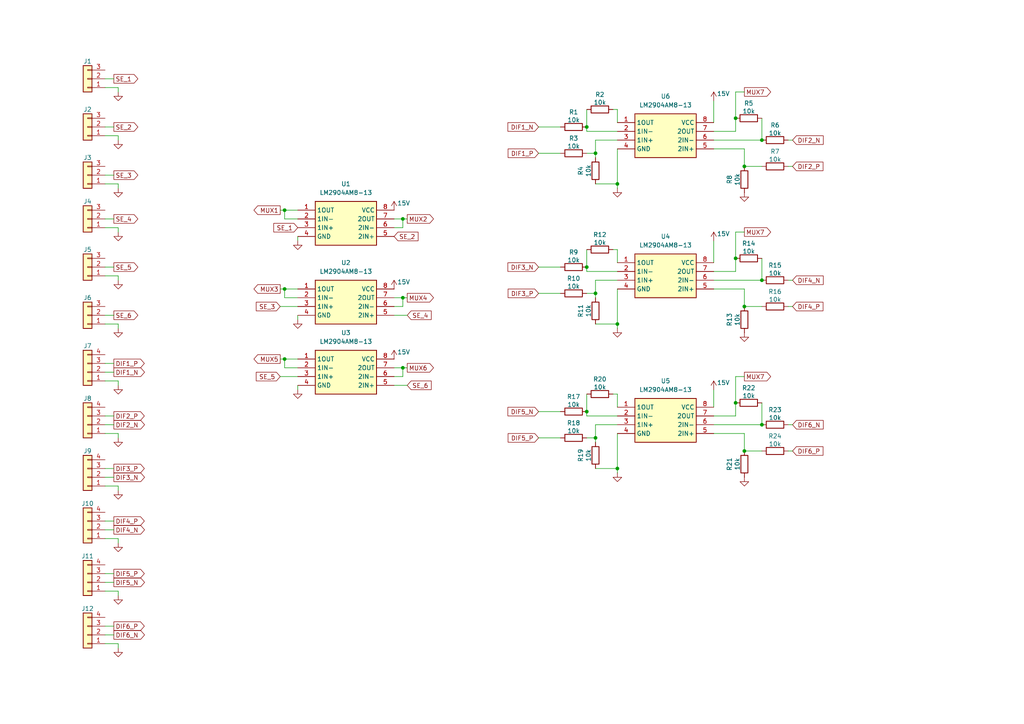
<source format=kicad_sch>
(kicad_sch
	(version 20250114)
	(generator "eeschema")
	(generator_version "9.0")
	(uuid "403094a5-a632-45e2-9935-c0b3be9f529e")
	(paper "A4")
	(lib_symbols
		(symbol "Connector_Generic:Conn_01x03"
			(pin_names
				(offset 1.016)
				(hide yes)
			)
			(exclude_from_sim no)
			(in_bom yes)
			(on_board yes)
			(property "Reference" "J"
				(at 0 5.08 0)
				(effects
					(font
						(size 1.27 1.27)
					)
				)
			)
			(property "Value" "Conn_01x03"
				(at 0 -5.08 0)
				(effects
					(font
						(size 1.27 1.27)
					)
				)
			)
			(property "Footprint" ""
				(at 0 0 0)
				(effects
					(font
						(size 1.27 1.27)
					)
					(hide yes)
				)
			)
			(property "Datasheet" "~"
				(at 0 0 0)
				(effects
					(font
						(size 1.27 1.27)
					)
					(hide yes)
				)
			)
			(property "Description" "Generic connector, single row, 01x03, script generated (kicad-library-utils/schlib/autogen/connector/)"
				(at 0 0 0)
				(effects
					(font
						(size 1.27 1.27)
					)
					(hide yes)
				)
			)
			(property "ki_keywords" "connector"
				(at 0 0 0)
				(effects
					(font
						(size 1.27 1.27)
					)
					(hide yes)
				)
			)
			(property "ki_fp_filters" "Connector*:*_1x??_*"
				(at 0 0 0)
				(effects
					(font
						(size 1.27 1.27)
					)
					(hide yes)
				)
			)
			(symbol "Conn_01x03_1_1"
				(rectangle
					(start -1.27 3.81)
					(end 1.27 -3.81)
					(stroke
						(width 0.254)
						(type default)
					)
					(fill
						(type background)
					)
				)
				(rectangle
					(start -1.27 2.667)
					(end 0 2.413)
					(stroke
						(width 0.1524)
						(type default)
					)
					(fill
						(type none)
					)
				)
				(rectangle
					(start -1.27 0.127)
					(end 0 -0.127)
					(stroke
						(width 0.1524)
						(type default)
					)
					(fill
						(type none)
					)
				)
				(rectangle
					(start -1.27 -2.413)
					(end 0 -2.667)
					(stroke
						(width 0.1524)
						(type default)
					)
					(fill
						(type none)
					)
				)
				(pin passive line
					(at -5.08 2.54 0)
					(length 3.81)
					(name "Pin_1"
						(effects
							(font
								(size 1.27 1.27)
							)
						)
					)
					(number "1"
						(effects
							(font
								(size 1.27 1.27)
							)
						)
					)
				)
				(pin passive line
					(at -5.08 0 0)
					(length 3.81)
					(name "Pin_2"
						(effects
							(font
								(size 1.27 1.27)
							)
						)
					)
					(number "2"
						(effects
							(font
								(size 1.27 1.27)
							)
						)
					)
				)
				(pin passive line
					(at -5.08 -2.54 0)
					(length 3.81)
					(name "Pin_3"
						(effects
							(font
								(size 1.27 1.27)
							)
						)
					)
					(number "3"
						(effects
							(font
								(size 1.27 1.27)
							)
						)
					)
				)
			)
			(embedded_fonts no)
		)
		(symbol "Connector_Generic:Conn_01x04"
			(pin_names
				(offset 1.016)
				(hide yes)
			)
			(exclude_from_sim no)
			(in_bom yes)
			(on_board yes)
			(property "Reference" "J"
				(at 0 5.08 0)
				(effects
					(font
						(size 1.27 1.27)
					)
				)
			)
			(property "Value" "Conn_01x04"
				(at 0 -7.62 0)
				(effects
					(font
						(size 1.27 1.27)
					)
				)
			)
			(property "Footprint" ""
				(at 0 0 0)
				(effects
					(font
						(size 1.27 1.27)
					)
					(hide yes)
				)
			)
			(property "Datasheet" "~"
				(at 0 0 0)
				(effects
					(font
						(size 1.27 1.27)
					)
					(hide yes)
				)
			)
			(property "Description" "Generic connector, single row, 01x04, script generated (kicad-library-utils/schlib/autogen/connector/)"
				(at 0 0 0)
				(effects
					(font
						(size 1.27 1.27)
					)
					(hide yes)
				)
			)
			(property "ki_keywords" "connector"
				(at 0 0 0)
				(effects
					(font
						(size 1.27 1.27)
					)
					(hide yes)
				)
			)
			(property "ki_fp_filters" "Connector*:*_1x??_*"
				(at 0 0 0)
				(effects
					(font
						(size 1.27 1.27)
					)
					(hide yes)
				)
			)
			(symbol "Conn_01x04_1_1"
				(rectangle
					(start -1.27 3.81)
					(end 1.27 -6.35)
					(stroke
						(width 0.254)
						(type default)
					)
					(fill
						(type background)
					)
				)
				(rectangle
					(start -1.27 2.667)
					(end 0 2.413)
					(stroke
						(width 0.1524)
						(type default)
					)
					(fill
						(type none)
					)
				)
				(rectangle
					(start -1.27 0.127)
					(end 0 -0.127)
					(stroke
						(width 0.1524)
						(type default)
					)
					(fill
						(type none)
					)
				)
				(rectangle
					(start -1.27 -2.413)
					(end 0 -2.667)
					(stroke
						(width 0.1524)
						(type default)
					)
					(fill
						(type none)
					)
				)
				(rectangle
					(start -1.27 -4.953)
					(end 0 -5.207)
					(stroke
						(width 0.1524)
						(type default)
					)
					(fill
						(type none)
					)
				)
				(pin passive line
					(at -5.08 2.54 0)
					(length 3.81)
					(name "Pin_1"
						(effects
							(font
								(size 1.27 1.27)
							)
						)
					)
					(number "1"
						(effects
							(font
								(size 1.27 1.27)
							)
						)
					)
				)
				(pin passive line
					(at -5.08 0 0)
					(length 3.81)
					(name "Pin_2"
						(effects
							(font
								(size 1.27 1.27)
							)
						)
					)
					(number "2"
						(effects
							(font
								(size 1.27 1.27)
							)
						)
					)
				)
				(pin passive line
					(at -5.08 -2.54 0)
					(length 3.81)
					(name "Pin_3"
						(effects
							(font
								(size 1.27 1.27)
							)
						)
					)
					(number "3"
						(effects
							(font
								(size 1.27 1.27)
							)
						)
					)
				)
				(pin passive line
					(at -5.08 -5.08 0)
					(length 3.81)
					(name "Pin_4"
						(effects
							(font
								(size 1.27 1.27)
							)
						)
					)
					(number "4"
						(effects
							(font
								(size 1.27 1.27)
							)
						)
					)
				)
			)
			(embedded_fonts no)
		)
		(symbol "Device:R"
			(pin_numbers
				(hide yes)
			)
			(pin_names
				(offset 0)
			)
			(exclude_from_sim no)
			(in_bom yes)
			(on_board yes)
			(property "Reference" "R"
				(at 2.032 0 90)
				(effects
					(font
						(size 1.27 1.27)
					)
				)
			)
			(property "Value" "R"
				(at 0 0 90)
				(effects
					(font
						(size 1.27 1.27)
					)
				)
			)
			(property "Footprint" ""
				(at -1.778 0 90)
				(effects
					(font
						(size 1.27 1.27)
					)
					(hide yes)
				)
			)
			(property "Datasheet" "~"
				(at 0 0 0)
				(effects
					(font
						(size 1.27 1.27)
					)
					(hide yes)
				)
			)
			(property "Description" "Resistor"
				(at 0 0 0)
				(effects
					(font
						(size 1.27 1.27)
					)
					(hide yes)
				)
			)
			(property "ki_keywords" "R res resistor"
				(at 0 0 0)
				(effects
					(font
						(size 1.27 1.27)
					)
					(hide yes)
				)
			)
			(property "ki_fp_filters" "R_*"
				(at 0 0 0)
				(effects
					(font
						(size 1.27 1.27)
					)
					(hide yes)
				)
			)
			(symbol "R_0_1"
				(rectangle
					(start -1.016 -2.54)
					(end 1.016 2.54)
					(stroke
						(width 0.254)
						(type default)
					)
					(fill
						(type none)
					)
				)
			)
			(symbol "R_1_1"
				(pin passive line
					(at 0 3.81 270)
					(length 1.27)
					(name "~"
						(effects
							(font
								(size 1.27 1.27)
							)
						)
					)
					(number "1"
						(effects
							(font
								(size 1.27 1.27)
							)
						)
					)
				)
				(pin passive line
					(at 0 -3.81 90)
					(length 1.27)
					(name "~"
						(effects
							(font
								(size 1.27 1.27)
							)
						)
					)
					(number "2"
						(effects
							(font
								(size 1.27 1.27)
							)
						)
					)
				)
			)
			(embedded_fonts no)
		)
		(symbol "LM2904AM8-13:LM2904AM8-13"
			(exclude_from_sim no)
			(in_bom yes)
			(on_board yes)
			(property "Reference" "IC"
				(at 24.13 7.62 0)
				(effects
					(font
						(size 1.27 1.27)
					)
					(justify left top)
				)
			)
			(property "Value" "LM2904AM8-13"
				(at 24.13 5.08 0)
				(effects
					(font
						(size 1.27 1.27)
					)
					(justify left top)
				)
			)
			(property "Footprint" "SOP65P490X110-8N"
				(at 24.13 -94.92 0)
				(effects
					(font
						(size 1.27 1.27)
					)
					(justify left top)
					(hide yes)
				)
			)
			(property "Datasheet" "https://datasheet.datasheetarchive.com/originals/distributors/DKDS-29/578955.pdf"
				(at 24.13 -194.92 0)
				(effects
					(font
						(size 1.27 1.27)
					)
					(justify left top)
					(hide yes)
				)
			)
			(property "Description" "DIODES INC. - LM2904AM8-13 - OP-AMP, 700KHZ, 0.3V/US, MSOP-8"
				(at 0 0 0)
				(effects
					(font
						(size 1.27 1.27)
					)
					(hide yes)
				)
			)
			(property "Height" "1.1"
				(at 24.13 -394.92 0)
				(effects
					(font
						(size 1.27 1.27)
					)
					(justify left top)
					(hide yes)
				)
			)
			(property "Mouser Part Number" "621-LM2904AM8-13"
				(at 24.13 -494.92 0)
				(effects
					(font
						(size 1.27 1.27)
					)
					(justify left top)
					(hide yes)
				)
			)
			(property "Mouser Price/Stock" "https://www.mouser.co.uk/ProductDetail/Diodes-Incorporated/LM2904AM8-13?qs=EDJ299gKAZRgjHOS2NOOEA%3D%3D"
				(at 24.13 -594.92 0)
				(effects
					(font
						(size 1.27 1.27)
					)
					(justify left top)
					(hide yes)
				)
			)
			(property "Manufacturer_Name" "Diodes Incorporated"
				(at 24.13 -694.92 0)
				(effects
					(font
						(size 1.27 1.27)
					)
					(justify left top)
					(hide yes)
				)
			)
			(property "Manufacturer_Part_Number" "LM2904AM8-13"
				(at 24.13 -794.92 0)
				(effects
					(font
						(size 1.27 1.27)
					)
					(justify left top)
					(hide yes)
				)
			)
			(symbol "LM2904AM8-13_1_1"
				(rectangle
					(start 5.08 2.54)
					(end 22.86 -10.16)
					(stroke
						(width 0.254)
						(type default)
					)
					(fill
						(type background)
					)
				)
				(pin passive line
					(at 0 0 0)
					(length 5.08)
					(name "1OUT"
						(effects
							(font
								(size 1.27 1.27)
							)
						)
					)
					(number "1"
						(effects
							(font
								(size 1.27 1.27)
							)
						)
					)
				)
				(pin passive line
					(at 0 -2.54 0)
					(length 5.08)
					(name "1IN-"
						(effects
							(font
								(size 1.27 1.27)
							)
						)
					)
					(number "2"
						(effects
							(font
								(size 1.27 1.27)
							)
						)
					)
				)
				(pin passive line
					(at 0 -5.08 0)
					(length 5.08)
					(name "1IN+"
						(effects
							(font
								(size 1.27 1.27)
							)
						)
					)
					(number "3"
						(effects
							(font
								(size 1.27 1.27)
							)
						)
					)
				)
				(pin passive line
					(at 0 -7.62 0)
					(length 5.08)
					(name "GND"
						(effects
							(font
								(size 1.27 1.27)
							)
						)
					)
					(number "4"
						(effects
							(font
								(size 1.27 1.27)
							)
						)
					)
				)
				(pin passive line
					(at 27.94 0 180)
					(length 5.08)
					(name "VCC"
						(effects
							(font
								(size 1.27 1.27)
							)
						)
					)
					(number "8"
						(effects
							(font
								(size 1.27 1.27)
							)
						)
					)
				)
				(pin passive line
					(at 27.94 -2.54 180)
					(length 5.08)
					(name "2OUT"
						(effects
							(font
								(size 1.27 1.27)
							)
						)
					)
					(number "7"
						(effects
							(font
								(size 1.27 1.27)
							)
						)
					)
				)
				(pin passive line
					(at 27.94 -5.08 180)
					(length 5.08)
					(name "2IN-"
						(effects
							(font
								(size 1.27 1.27)
							)
						)
					)
					(number "6"
						(effects
							(font
								(size 1.27 1.27)
							)
						)
					)
				)
				(pin passive line
					(at 27.94 -7.62 180)
					(length 5.08)
					(name "2IN+"
						(effects
							(font
								(size 1.27 1.27)
							)
						)
					)
					(number "5"
						(effects
							(font
								(size 1.27 1.27)
							)
						)
					)
				)
			)
			(embedded_fonts no)
		)
		(symbol "power:+12V"
			(power)
			(pin_numbers
				(hide yes)
			)
			(pin_names
				(offset 0)
				(hide yes)
			)
			(exclude_from_sim no)
			(in_bom yes)
			(on_board yes)
			(property "Reference" "#PWR"
				(at 0 -3.81 0)
				(effects
					(font
						(size 1.27 1.27)
					)
					(hide yes)
				)
			)
			(property "Value" "+12V"
				(at 0 3.556 0)
				(effects
					(font
						(size 1.27 1.27)
					)
				)
			)
			(property "Footprint" ""
				(at 0 0 0)
				(effects
					(font
						(size 1.27 1.27)
					)
					(hide yes)
				)
			)
			(property "Datasheet" ""
				(at 0 0 0)
				(effects
					(font
						(size 1.27 1.27)
					)
					(hide yes)
				)
			)
			(property "Description" "Power symbol creates a global label with name \"+12V\""
				(at 0 0 0)
				(effects
					(font
						(size 1.27 1.27)
					)
					(hide yes)
				)
			)
			(property "ki_keywords" "global power"
				(at 0 0 0)
				(effects
					(font
						(size 1.27 1.27)
					)
					(hide yes)
				)
			)
			(symbol "+12V_0_1"
				(polyline
					(pts
						(xy -0.762 1.27) (xy 0 2.54)
					)
					(stroke
						(width 0)
						(type default)
					)
					(fill
						(type none)
					)
				)
				(polyline
					(pts
						(xy 0 2.54) (xy 0.762 1.27)
					)
					(stroke
						(width 0)
						(type default)
					)
					(fill
						(type none)
					)
				)
				(polyline
					(pts
						(xy 0 0) (xy 0 2.54)
					)
					(stroke
						(width 0)
						(type default)
					)
					(fill
						(type none)
					)
				)
			)
			(symbol "+12V_1_1"
				(pin power_in line
					(at 0 0 90)
					(length 0)
					(name "~"
						(effects
							(font
								(size 1.27 1.27)
							)
						)
					)
					(number "1"
						(effects
							(font
								(size 1.27 1.27)
							)
						)
					)
				)
			)
			(embedded_fonts no)
		)
		(symbol "power:GND"
			(power)
			(pin_numbers
				(hide yes)
			)
			(pin_names
				(offset 0)
				(hide yes)
			)
			(exclude_from_sim no)
			(in_bom yes)
			(on_board yes)
			(property "Reference" "#PWR"
				(at 0 -6.35 0)
				(effects
					(font
						(size 1.27 1.27)
					)
					(hide yes)
				)
			)
			(property "Value" "GND"
				(at 0 -3.81 0)
				(effects
					(font
						(size 1.27 1.27)
					)
				)
			)
			(property "Footprint" ""
				(at 0 0 0)
				(effects
					(font
						(size 1.27 1.27)
					)
					(hide yes)
				)
			)
			(property "Datasheet" ""
				(at 0 0 0)
				(effects
					(font
						(size 1.27 1.27)
					)
					(hide yes)
				)
			)
			(property "Description" "Power symbol creates a global label with name \"GND\" , ground"
				(at 0 0 0)
				(effects
					(font
						(size 1.27 1.27)
					)
					(hide yes)
				)
			)
			(property "ki_keywords" "global power"
				(at 0 0 0)
				(effects
					(font
						(size 1.27 1.27)
					)
					(hide yes)
				)
			)
			(symbol "GND_0_1"
				(polyline
					(pts
						(xy 0 0) (xy 0 -1.27) (xy 1.27 -1.27) (xy 0 -2.54) (xy -1.27 -1.27) (xy 0 -1.27)
					)
					(stroke
						(width 0)
						(type default)
					)
					(fill
						(type none)
					)
				)
			)
			(symbol "GND_1_1"
				(pin power_in line
					(at 0 0 270)
					(length 0)
					(name "~"
						(effects
							(font
								(size 1.27 1.27)
							)
						)
					)
					(number "1"
						(effects
							(font
								(size 1.27 1.27)
							)
						)
					)
				)
			)
			(embedded_fonts no)
		)
	)
	(junction
		(at 116.84 106.68)
		(diameter 0)
		(color 0 0 0 0)
		(uuid "005dfa0b-71b8-4cfc-b7d0-168bd4953132")
	)
	(junction
		(at 82.55 83.82)
		(diameter 0)
		(color 0 0 0 0)
		(uuid "10812897-6cec-4cf6-9799-11c9ca0147e9")
	)
	(junction
		(at 215.9 88.9)
		(diameter 0)
		(color 0 0 0 0)
		(uuid "11dba2ca-9fcc-453d-a1e0-f64083e080ff")
	)
	(junction
		(at 82.55 104.14)
		(diameter 0)
		(color 0 0 0 0)
		(uuid "1f77f044-fc49-4829-8ba3-78cc6071fccf")
	)
	(junction
		(at 213.36 116.84)
		(diameter 0)
		(color 0 0 0 0)
		(uuid "4a1506cc-a27e-4242-a045-122a9c271477")
	)
	(junction
		(at 116.84 63.5)
		(diameter 0)
		(color 0 0 0 0)
		(uuid "564a8070-7510-48f3-8eae-be6c5095f3f8")
	)
	(junction
		(at 213.36 34.29)
		(diameter 0)
		(color 0 0 0 0)
		(uuid "58d6a358-e756-410d-85e6-4d087fb4ca7b")
	)
	(junction
		(at 170.18 36.83)
		(diameter 0)
		(color 0 0 0 0)
		(uuid "785d5cd6-4f5e-4c9e-b9bd-00ecdace4363")
	)
	(junction
		(at 116.84 86.36)
		(diameter 0)
		(color 0 0 0 0)
		(uuid "7a6d4de3-659b-4a42-bbfc-f751e679be7e")
	)
	(junction
		(at 215.9 130.81)
		(diameter 0)
		(color 0 0 0 0)
		(uuid "807ca32c-42b4-47c4-aa8e-10b0127ab566")
	)
	(junction
		(at 215.9 48.26)
		(diameter 0)
		(color 0 0 0 0)
		(uuid "82babd17-0c40-4a19-a31c-43e0f5470fa7")
	)
	(junction
		(at 170.18 119.38)
		(diameter 0)
		(color 0 0 0 0)
		(uuid "840d18cf-5325-409e-a7dc-e7ffbf5b404e")
	)
	(junction
		(at 172.72 127)
		(diameter 0)
		(color 0 0 0 0)
		(uuid "87425932-3ccb-4b7f-80e3-edfe7f419e3b")
	)
	(junction
		(at 82.55 60.96)
		(diameter 0)
		(color 0 0 0 0)
		(uuid "87f6c229-85d5-445b-8d16-e745a050e8e4")
	)
	(junction
		(at 179.07 93.98)
		(diameter 0)
		(color 0 0 0 0)
		(uuid "902a1b6f-3732-4d8c-a028-fcc5b4ba11ad")
	)
	(junction
		(at 220.98 123.19)
		(diameter 0)
		(color 0 0 0 0)
		(uuid "9de66166-935f-43a6-8ad5-82bf470d21e1")
	)
	(junction
		(at 179.07 53.34)
		(diameter 0)
		(color 0 0 0 0)
		(uuid "ab024316-f537-4717-b210-b672602a88b5")
	)
	(junction
		(at 220.98 81.28)
		(diameter 0)
		(color 0 0 0 0)
		(uuid "cd1ef4bc-0af6-450c-8961-922fe5131a75")
	)
	(junction
		(at 172.72 85.09)
		(diameter 0)
		(color 0 0 0 0)
		(uuid "d6fd0d29-088d-4dd5-92da-381784a5f93e")
	)
	(junction
		(at 170.18 77.47)
		(diameter 0)
		(color 0 0 0 0)
		(uuid "e7e0d6a8-3331-4fda-90ea-27fb7c0f0c34")
	)
	(junction
		(at 213.36 74.93)
		(diameter 0)
		(color 0 0 0 0)
		(uuid "ec0c2631-dcf2-437f-ae77-19d3e1b78dd2")
	)
	(junction
		(at 179.07 135.89)
		(diameter 0)
		(color 0 0 0 0)
		(uuid "edf66bbc-7c67-465d-a198-b9eac9a4033a")
	)
	(junction
		(at 220.98 40.64)
		(diameter 0)
		(color 0 0 0 0)
		(uuid "f2b6ded9-2ca1-496a-bde6-d1aab5689d83")
	)
	(junction
		(at 172.72 44.45)
		(diameter 0)
		(color 0 0 0 0)
		(uuid "ffb8dd32-e194-45b4-b219-110cf953893f")
	)
	(wire
		(pts
			(xy 86.36 68.58) (xy 86.36 69.85)
		)
		(stroke
			(width 0)
			(type default)
		)
		(uuid "0229220b-c0cf-4b70-8b50-9b89fe8ec263")
	)
	(wire
		(pts
			(xy 179.07 72.39) (xy 177.8 72.39)
		)
		(stroke
			(width 0)
			(type default)
		)
		(uuid "02320623-6c6a-4e87-98fd-8c22c5243b16")
	)
	(wire
		(pts
			(xy 179.07 43.18) (xy 179.07 53.34)
		)
		(stroke
			(width 0)
			(type default)
		)
		(uuid "03206a49-b712-4066-b49d-4b5949231f3f")
	)
	(wire
		(pts
			(xy 81.28 109.22) (xy 86.36 109.22)
		)
		(stroke
			(width 0)
			(type default)
		)
		(uuid "032936f9-6888-4e77-8314-936fb6433bc2")
	)
	(wire
		(pts
			(xy 172.72 127) (xy 172.72 128.27)
		)
		(stroke
			(width 0)
			(type default)
		)
		(uuid "04229c83-8748-4ecd-b262-5d3b8b4839ec")
	)
	(wire
		(pts
			(xy 215.9 43.18) (xy 215.9 48.26)
		)
		(stroke
			(width 0)
			(type default)
		)
		(uuid "0493098d-5fd5-4d56-bf8c-100ee65941c5")
	)
	(wire
		(pts
			(xy 34.29 140.97) (xy 30.48 140.97)
		)
		(stroke
			(width 0)
			(type default)
		)
		(uuid "07ff3cf5-82b7-48e7-800f-7bbae95ab76c")
	)
	(wire
		(pts
			(xy 81.28 88.9) (xy 86.36 88.9)
		)
		(stroke
			(width 0)
			(type default)
		)
		(uuid "08bb5fff-d0da-407f-8083-5fc0af7efb63")
	)
	(wire
		(pts
			(xy 86.36 106.68) (xy 82.55 106.68)
		)
		(stroke
			(width 0)
			(type default)
		)
		(uuid "0a212ec4-3c00-426f-9727-52b1ebd11019")
	)
	(wire
		(pts
			(xy 118.11 63.5) (xy 116.84 63.5)
		)
		(stroke
			(width 0)
			(type default)
		)
		(uuid "0b97ba7e-f870-41e2-9e6e-cceeb4e87d15")
	)
	(wire
		(pts
			(xy 179.07 135.89) (xy 179.07 137.16)
		)
		(stroke
			(width 0)
			(type default)
		)
		(uuid "0e737717-2196-4672-90d3-17fe92a1f3d6")
	)
	(wire
		(pts
			(xy 172.72 85.09) (xy 172.72 86.36)
		)
		(stroke
			(width 0)
			(type default)
		)
		(uuid "0e8c9fca-9af6-4982-b50a-1197f2a3263d")
	)
	(wire
		(pts
			(xy 156.21 119.38) (xy 162.56 119.38)
		)
		(stroke
			(width 0)
			(type default)
		)
		(uuid "0eb9adac-6c2c-4dc2-8f74-d519bf7ba046")
	)
	(wire
		(pts
			(xy 179.07 118.11) (xy 179.07 114.3)
		)
		(stroke
			(width 0)
			(type default)
		)
		(uuid "1038aea0-c46f-44bb-938f-4c14009f5b01")
	)
	(wire
		(pts
			(xy 170.18 114.3) (xy 170.18 119.38)
		)
		(stroke
			(width 0)
			(type default)
		)
		(uuid "120f6ae9-eb89-4959-8d1e-3e200deb4900")
	)
	(wire
		(pts
			(xy 213.36 26.67) (xy 213.36 34.29)
		)
		(stroke
			(width 0)
			(type default)
		)
		(uuid "17d88732-a2c2-4b66-8c93-393ab985e33b")
	)
	(wire
		(pts
			(xy 172.72 123.19) (xy 172.72 127)
		)
		(stroke
			(width 0)
			(type default)
		)
		(uuid "18716ca1-c38c-42f0-b295-5ee6e200e649")
	)
	(wire
		(pts
			(xy 220.98 116.84) (xy 220.98 123.19)
		)
		(stroke
			(width 0)
			(type default)
		)
		(uuid "187c2df8-3d10-4d4f-a121-24e8b54c5500")
	)
	(wire
		(pts
			(xy 34.29 66.04) (xy 30.48 66.04)
		)
		(stroke
			(width 0)
			(type default)
		)
		(uuid "190b4ef1-933e-4c3d-bd77-119493f0b0c1")
	)
	(wire
		(pts
			(xy 34.29 25.4) (xy 34.29 26.67)
		)
		(stroke
			(width 0)
			(type default)
		)
		(uuid "1a770fe0-1544-4405-a031-5f8f50e0ca64")
	)
	(wire
		(pts
			(xy 30.48 138.43) (xy 33.02 138.43)
		)
		(stroke
			(width 0)
			(type default)
		)
		(uuid "1b7aa420-b7c3-44bb-96ec-0da1c178c787")
	)
	(wire
		(pts
			(xy 179.07 35.56) (xy 179.07 31.75)
		)
		(stroke
			(width 0)
			(type default)
		)
		(uuid "1b88a1de-5c22-4f4a-b453-fb7f33ebb85c")
	)
	(wire
		(pts
			(xy 228.6 88.9) (xy 229.87 88.9)
		)
		(stroke
			(width 0)
			(type default)
		)
		(uuid "1cc60588-49c9-4d3e-ac03-a73720c35afb")
	)
	(wire
		(pts
			(xy 207.01 83.82) (xy 215.9 83.82)
		)
		(stroke
			(width 0)
			(type default)
		)
		(uuid "1ef21899-aef8-4a2c-894a-628a64763df0")
	)
	(wire
		(pts
			(xy 30.48 63.5) (xy 33.02 63.5)
		)
		(stroke
			(width 0)
			(type default)
		)
		(uuid "20fc2ec7-28c2-40f1-9161-c039563033ab")
	)
	(wire
		(pts
			(xy 179.07 40.64) (xy 172.72 40.64)
		)
		(stroke
			(width 0)
			(type default)
		)
		(uuid "212cf9c6-ae9d-4e19-ba36-8bdcdc29f131")
	)
	(wire
		(pts
			(xy 156.21 127) (xy 162.56 127)
		)
		(stroke
			(width 0)
			(type default)
		)
		(uuid "2150da53-b3b0-4f06-af37-de90f892efd4")
	)
	(wire
		(pts
			(xy 82.55 104.14) (xy 86.36 104.14)
		)
		(stroke
			(width 0)
			(type default)
		)
		(uuid "21c81fc3-b823-4e85-8e94-d8a3b9004c4f")
	)
	(wire
		(pts
			(xy 170.18 77.47) (xy 170.18 78.74)
		)
		(stroke
			(width 0)
			(type default)
		)
		(uuid "23fa944b-c125-4224-9566-569737c0d20a")
	)
	(wire
		(pts
			(xy 81.28 60.96) (xy 82.55 60.96)
		)
		(stroke
			(width 0)
			(type default)
		)
		(uuid "247d34bb-6475-418b-b411-160522d98d5c")
	)
	(wire
		(pts
			(xy 170.18 38.1) (xy 179.07 38.1)
		)
		(stroke
			(width 0)
			(type default)
		)
		(uuid "26ad7772-8ab5-4109-90b9-2ac796ad4b27")
	)
	(wire
		(pts
			(xy 30.48 184.15) (xy 33.02 184.15)
		)
		(stroke
			(width 0)
			(type default)
		)
		(uuid "26f2b827-40c2-48a1-922a-b4110b0fb166")
	)
	(wire
		(pts
			(xy 116.84 86.36) (xy 114.3 86.36)
		)
		(stroke
			(width 0)
			(type default)
		)
		(uuid "2851c340-6353-4ef7-ac9d-e26aa3890100")
	)
	(wire
		(pts
			(xy 34.29 186.69) (xy 34.29 187.96)
		)
		(stroke
			(width 0)
			(type default)
		)
		(uuid "2af5d144-7215-412c-8735-a25466ee2632")
	)
	(wire
		(pts
			(xy 179.07 125.73) (xy 179.07 135.89)
		)
		(stroke
			(width 0)
			(type default)
		)
		(uuid "2b99a267-1b72-4c30-938e-9f41c6809580")
	)
	(wire
		(pts
			(xy 34.29 93.98) (xy 34.29 95.25)
		)
		(stroke
			(width 0)
			(type default)
		)
		(uuid "2e9a4caa-0dd4-4cd6-9afd-f31803f5e06e")
	)
	(wire
		(pts
			(xy 156.21 44.45) (xy 162.56 44.45)
		)
		(stroke
			(width 0)
			(type default)
		)
		(uuid "31628c2a-b393-45b2-aa1b-ab08a46221c4")
	)
	(wire
		(pts
			(xy 116.84 109.22) (xy 116.84 106.68)
		)
		(stroke
			(width 0)
			(type default)
		)
		(uuid "32765f93-63c7-4216-8312-f1a68a65fb29")
	)
	(wire
		(pts
			(xy 213.36 116.84) (xy 213.36 120.65)
		)
		(stroke
			(width 0)
			(type default)
		)
		(uuid "32912c43-fb1c-4aaf-b33a-02decb0d87c8")
	)
	(wire
		(pts
			(xy 172.72 81.28) (xy 172.72 85.09)
		)
		(stroke
			(width 0)
			(type default)
		)
		(uuid "3d0b294a-d4ad-4ff6-adaa-cfacb84ecaba")
	)
	(wire
		(pts
			(xy 82.55 83.82) (xy 86.36 83.82)
		)
		(stroke
			(width 0)
			(type default)
		)
		(uuid "40f57bce-2f1f-44d2-bbb7-1d1fb0ed545b")
	)
	(wire
		(pts
			(xy 34.29 171.45) (xy 34.29 172.72)
		)
		(stroke
			(width 0)
			(type default)
		)
		(uuid "432cd033-1b2d-4be6-b4cb-0e8f173b3d98")
	)
	(wire
		(pts
			(xy 30.48 22.86) (xy 33.02 22.86)
		)
		(stroke
			(width 0)
			(type default)
		)
		(uuid "442d93a4-7847-473a-a1cd-d2b2a1aa7244")
	)
	(wire
		(pts
			(xy 179.07 53.34) (xy 179.07 54.61)
		)
		(stroke
			(width 0)
			(type default)
		)
		(uuid "44ae3d79-56be-4d43-8807-1732208a35b8")
	)
	(wire
		(pts
			(xy 34.29 125.73) (xy 30.48 125.73)
		)
		(stroke
			(width 0)
			(type default)
		)
		(uuid "44e39797-a9bf-4639-97f6-c53eb397700f")
	)
	(wire
		(pts
			(xy 220.98 74.93) (xy 220.98 81.28)
		)
		(stroke
			(width 0)
			(type default)
		)
		(uuid "46f3833d-a021-4e9a-ad35-73c9efe4c148")
	)
	(wire
		(pts
			(xy 114.3 66.04) (xy 116.84 66.04)
		)
		(stroke
			(width 0)
			(type default)
		)
		(uuid "4b147113-0f95-493a-95ca-dc9509c5a5f2")
	)
	(wire
		(pts
			(xy 170.18 72.39) (xy 170.18 77.47)
		)
		(stroke
			(width 0)
			(type default)
		)
		(uuid "4cb52297-1f87-4e51-9875-30f9d1f408cc")
	)
	(wire
		(pts
			(xy 179.07 53.34) (xy 172.72 53.34)
		)
		(stroke
			(width 0)
			(type default)
		)
		(uuid "4d3f4e0c-9a43-4e72-ba98-d938c483f19a")
	)
	(wire
		(pts
			(xy 30.48 50.8) (xy 33.02 50.8)
		)
		(stroke
			(width 0)
			(type default)
		)
		(uuid "5064b25e-f6c7-44dd-8ca0-30ebb928e221")
	)
	(wire
		(pts
			(xy 207.01 43.18) (xy 215.9 43.18)
		)
		(stroke
			(width 0)
			(type default)
		)
		(uuid "51ba13b7-b16e-4504-998e-b4c2a0bf78a1")
	)
	(wire
		(pts
			(xy 179.07 31.75) (xy 177.8 31.75)
		)
		(stroke
			(width 0)
			(type default)
		)
		(uuid "525c2477-465e-4bfc-bcb1-8c4de50cb847")
	)
	(wire
		(pts
			(xy 34.29 80.01) (xy 34.29 81.28)
		)
		(stroke
			(width 0)
			(type default)
		)
		(uuid "532a5855-c611-4a5b-8343-a28ec480010c")
	)
	(wire
		(pts
			(xy 213.36 109.22) (xy 213.36 116.84)
		)
		(stroke
			(width 0)
			(type default)
		)
		(uuid "581e752b-80e6-418d-94b1-64526a64d22a")
	)
	(wire
		(pts
			(xy 82.55 86.36) (xy 82.55 83.82)
		)
		(stroke
			(width 0)
			(type default)
		)
		(uuid "59e9f32d-2c5f-4663-bbc9-671131e4b257")
	)
	(wire
		(pts
			(xy 30.48 181.61) (xy 33.02 181.61)
		)
		(stroke
			(width 0)
			(type default)
		)
		(uuid "5a11ef1e-0219-49e6-9c73-168aa0543066")
	)
	(wire
		(pts
			(xy 86.36 63.5) (xy 82.55 63.5)
		)
		(stroke
			(width 0)
			(type default)
		)
		(uuid "5b3662ce-77fd-4334-b5f8-597192e3eedc")
	)
	(wire
		(pts
			(xy 118.11 91.44) (xy 114.3 91.44)
		)
		(stroke
			(width 0)
			(type default)
		)
		(uuid "5b3c7718-96d8-43de-a3eb-542fb96ca6a9")
	)
	(wire
		(pts
			(xy 228.6 48.26) (xy 229.87 48.26)
		)
		(stroke
			(width 0)
			(type default)
		)
		(uuid "5ee2c0b3-5487-4e38-a5e1-0ec1720f8b52")
	)
	(wire
		(pts
			(xy 34.29 140.97) (xy 34.29 142.24)
		)
		(stroke
			(width 0)
			(type default)
		)
		(uuid "5f7205d5-ceae-4632-b3ac-78919a46afc1")
	)
	(wire
		(pts
			(xy 170.18 44.45) (xy 172.72 44.45)
		)
		(stroke
			(width 0)
			(type default)
		)
		(uuid "611ae564-9c48-4165-9709-00bf34011ac0")
	)
	(wire
		(pts
			(xy 34.29 80.01) (xy 30.48 80.01)
		)
		(stroke
			(width 0)
			(type default)
		)
		(uuid "631678db-c4ec-4825-a27b-9563ae370f2c")
	)
	(wire
		(pts
			(xy 207.01 123.19) (xy 220.98 123.19)
		)
		(stroke
			(width 0)
			(type default)
		)
		(uuid "6417be35-3eb6-4597-be47-c72d0708ee57")
	)
	(wire
		(pts
			(xy 118.11 106.68) (xy 116.84 106.68)
		)
		(stroke
			(width 0)
			(type default)
		)
		(uuid "64d4c391-f010-4a65-a584-fecc05c61c25")
	)
	(wire
		(pts
			(xy 30.48 151.13) (xy 33.02 151.13)
		)
		(stroke
			(width 0)
			(type default)
		)
		(uuid "6662744b-ec00-47b1-b500-681399bfdfce")
	)
	(wire
		(pts
			(xy 179.07 123.19) (xy 172.72 123.19)
		)
		(stroke
			(width 0)
			(type default)
		)
		(uuid "6716dae6-9657-4c9d-8dc7-d637dc54f360")
	)
	(wire
		(pts
			(xy 179.07 93.98) (xy 172.72 93.98)
		)
		(stroke
			(width 0)
			(type default)
		)
		(uuid "683976a3-f78d-4125-85bc-3d235f844de5")
	)
	(wire
		(pts
			(xy 34.29 125.73) (xy 34.29 127)
		)
		(stroke
			(width 0)
			(type default)
		)
		(uuid "6ce1c923-1108-4916-a8f6-7cf5c82b1bae")
	)
	(wire
		(pts
			(xy 170.18 85.09) (xy 172.72 85.09)
		)
		(stroke
			(width 0)
			(type default)
		)
		(uuid "6f4cd31d-60f1-4d7e-8ca2-0932126c3e17")
	)
	(wire
		(pts
			(xy 86.36 86.36) (xy 82.55 86.36)
		)
		(stroke
			(width 0)
			(type default)
		)
		(uuid "6f7503d8-3c14-4741-9d7b-2e94f3f4d2f3")
	)
	(wire
		(pts
			(xy 207.01 78.74) (xy 213.36 78.74)
		)
		(stroke
			(width 0)
			(type default)
		)
		(uuid "71443974-131c-4b6d-9193-00cc007dbc1f")
	)
	(wire
		(pts
			(xy 179.07 114.3) (xy 177.8 114.3)
		)
		(stroke
			(width 0)
			(type default)
		)
		(uuid "71a1b684-555d-4312-aa29-8e0386a79513")
	)
	(wire
		(pts
			(xy 86.36 91.44) (xy 86.36 92.71)
		)
		(stroke
			(width 0)
			(type default)
		)
		(uuid "73b5e501-d0dd-4aa3-aeaf-ffc2afc230c3")
	)
	(wire
		(pts
			(xy 116.84 66.04) (xy 116.84 63.5)
		)
		(stroke
			(width 0)
			(type default)
		)
		(uuid "74d6b8d0-695e-445f-9e0f-ac2818ac71e1")
	)
	(wire
		(pts
			(xy 207.01 29.21) (xy 207.01 35.56)
		)
		(stroke
			(width 0)
			(type default)
		)
		(uuid "75aaaf55-c738-4508-9cf8-cd99d322723c")
	)
	(wire
		(pts
			(xy 207.01 69.85) (xy 207.01 76.2)
		)
		(stroke
			(width 0)
			(type default)
		)
		(uuid "77c8aed7-d7bf-4b01-a46a-ebbedc194e76")
	)
	(wire
		(pts
			(xy 207.01 81.28) (xy 220.98 81.28)
		)
		(stroke
			(width 0)
			(type default)
		)
		(uuid "79fdfde1-e524-4a08-850d-9f944b85bf04")
	)
	(wire
		(pts
			(xy 86.36 111.76) (xy 86.36 113.03)
		)
		(stroke
			(width 0)
			(type default)
		)
		(uuid "7ab836e7-16b4-4fec-806a-ba5a20469874")
	)
	(wire
		(pts
			(xy 215.9 26.67) (xy 213.36 26.67)
		)
		(stroke
			(width 0)
			(type default)
		)
		(uuid "7c1b7645-1a2f-4f9e-aaec-de06eda96168")
	)
	(wire
		(pts
			(xy 34.29 39.37) (xy 34.29 40.64)
		)
		(stroke
			(width 0)
			(type default)
		)
		(uuid "7ca8bc43-714a-4124-bd17-65aace712772")
	)
	(wire
		(pts
			(xy 170.18 31.75) (xy 170.18 36.83)
		)
		(stroke
			(width 0)
			(type default)
		)
		(uuid "7e080e52-c84c-430a-ba94-df3ad0c3468a")
	)
	(wire
		(pts
			(xy 30.48 36.83) (xy 33.02 36.83)
		)
		(stroke
			(width 0)
			(type default)
		)
		(uuid "8106ace4-0f38-4937-bd61-2cc02f2b9d97")
	)
	(wire
		(pts
			(xy 213.36 34.29) (xy 213.36 38.1)
		)
		(stroke
			(width 0)
			(type default)
		)
		(uuid "822938be-9bb2-4170-a884-f67e247b3949")
	)
	(wire
		(pts
			(xy 34.29 66.04) (xy 34.29 67.31)
		)
		(stroke
			(width 0)
			(type default)
		)
		(uuid "865e20de-fa96-48ef-9908-37e60a7659c2")
	)
	(wire
		(pts
			(xy 213.36 74.93) (xy 213.36 78.74)
		)
		(stroke
			(width 0)
			(type default)
		)
		(uuid "8827b443-2580-41a6-b8e8-86c120d0c6e8")
	)
	(wire
		(pts
			(xy 228.6 123.19) (xy 229.87 123.19)
		)
		(stroke
			(width 0)
			(type default)
		)
		(uuid "89b36a68-fa69-4a5c-9aac-66bed21550f5")
	)
	(wire
		(pts
			(xy 34.29 186.69) (xy 30.48 186.69)
		)
		(stroke
			(width 0)
			(type default)
		)
		(uuid "89ed362f-50c9-4a12-a01a-1eb765d3e63b")
	)
	(wire
		(pts
			(xy 34.29 25.4) (xy 30.48 25.4)
		)
		(stroke
			(width 0)
			(type default)
		)
		(uuid "8a7cc27c-f235-4d9c-aac0-e0f65f53fed6")
	)
	(wire
		(pts
			(xy 81.28 104.14) (xy 82.55 104.14)
		)
		(stroke
			(width 0)
			(type default)
		)
		(uuid "8acc7ebb-3f15-4e5d-98ad-699c17da85c5")
	)
	(wire
		(pts
			(xy 30.48 91.44) (xy 33.02 91.44)
		)
		(stroke
			(width 0)
			(type default)
		)
		(uuid "8b8b207a-638a-4ee5-b221-55f7ec7027a1")
	)
	(wire
		(pts
			(xy 114.3 88.9) (xy 116.84 88.9)
		)
		(stroke
			(width 0)
			(type default)
		)
		(uuid "92b7a025-83a0-4c16-9567-46932adcc70b")
	)
	(wire
		(pts
			(xy 34.29 110.49) (xy 34.29 111.76)
		)
		(stroke
			(width 0)
			(type default)
		)
		(uuid "939f9409-ef88-44ea-8931-d53550a0c96b")
	)
	(wire
		(pts
			(xy 170.18 119.38) (xy 170.18 120.65)
		)
		(stroke
			(width 0)
			(type default)
		)
		(uuid "9730a7b8-ec2a-4818-951f-fbfb6fba5660")
	)
	(wire
		(pts
			(xy 118.11 111.76) (xy 114.3 111.76)
		)
		(stroke
			(width 0)
			(type default)
		)
		(uuid "9952360f-61a8-4e22-adf7-49b5248c27be")
	)
	(wire
		(pts
			(xy 116.84 63.5) (xy 114.3 63.5)
		)
		(stroke
			(width 0)
			(type default)
		)
		(uuid "9dce087a-3a9e-4bbf-b634-ae4b8a73991f")
	)
	(wire
		(pts
			(xy 172.72 40.64) (xy 172.72 44.45)
		)
		(stroke
			(width 0)
			(type default)
		)
		(uuid "a162f879-beb7-48db-b78c-10e933d97894")
	)
	(wire
		(pts
			(xy 34.29 53.34) (xy 34.29 54.61)
		)
		(stroke
			(width 0)
			(type default)
		)
		(uuid "a1af203c-76cf-401e-89fa-75100ba41dfa")
	)
	(wire
		(pts
			(xy 220.98 88.9) (xy 215.9 88.9)
		)
		(stroke
			(width 0)
			(type default)
		)
		(uuid "a204aeda-39b5-4570-8871-a9a89978c8e0")
	)
	(wire
		(pts
			(xy 228.6 40.64) (xy 229.87 40.64)
		)
		(stroke
			(width 0)
			(type default)
		)
		(uuid "a491bcda-dc20-4482-8deb-a409ecfe8c2c")
	)
	(wire
		(pts
			(xy 82.55 106.68) (xy 82.55 104.14)
		)
		(stroke
			(width 0)
			(type default)
		)
		(uuid "a8599f48-0ad8-458f-9bc2-c3028511ed64")
	)
	(wire
		(pts
			(xy 179.07 93.98) (xy 179.07 95.25)
		)
		(stroke
			(width 0)
			(type default)
		)
		(uuid "a8cddfa7-d5dd-4265-a73e-03485a982e25")
	)
	(wire
		(pts
			(xy 179.07 81.28) (xy 172.72 81.28)
		)
		(stroke
			(width 0)
			(type default)
		)
		(uuid "aaf4f8a4-cc74-4b5d-8455-7151cb2f828f")
	)
	(wire
		(pts
			(xy 30.48 120.65) (xy 33.02 120.65)
		)
		(stroke
			(width 0)
			(type default)
		)
		(uuid "ab6fd48e-087d-46f3-9b4e-10cfcefacc65")
	)
	(wire
		(pts
			(xy 215.9 125.73) (xy 215.9 130.81)
		)
		(stroke
			(width 0)
			(type default)
		)
		(uuid "acc04fef-d865-4fcd-aef8-314def7f9f09")
	)
	(wire
		(pts
			(xy 34.29 110.49) (xy 30.48 110.49)
		)
		(stroke
			(width 0)
			(type default)
		)
		(uuid "b23cc364-9024-4163-822b-48ffe0a41098")
	)
	(wire
		(pts
			(xy 179.07 76.2) (xy 179.07 72.39)
		)
		(stroke
			(width 0)
			(type default)
		)
		(uuid "b2924fbc-f010-43d0-88cc-b6c6677ab4be")
	)
	(wire
		(pts
			(xy 215.9 83.82) (xy 215.9 88.9)
		)
		(stroke
			(width 0)
			(type default)
		)
		(uuid "b3d7fa19-258b-4e20-923a-4c2e58d7dbe3")
	)
	(wire
		(pts
			(xy 30.48 77.47) (xy 33.02 77.47)
		)
		(stroke
			(width 0)
			(type default)
		)
		(uuid "b6d79a08-0230-4150-8c73-53da8cda01c8")
	)
	(wire
		(pts
			(xy 30.48 105.41) (xy 33.02 105.41)
		)
		(stroke
			(width 0)
			(type default)
		)
		(uuid "b74da2e2-559b-4a4b-a7c8-436839d820de")
	)
	(wire
		(pts
			(xy 220.98 34.29) (xy 220.98 40.64)
		)
		(stroke
			(width 0)
			(type default)
		)
		(uuid "b87f1039-76fb-495a-a626-0fb93fdce848")
	)
	(wire
		(pts
			(xy 30.48 166.37) (xy 33.02 166.37)
		)
		(stroke
			(width 0)
			(type default)
		)
		(uuid "bd1b4614-8554-419a-8b47-2bb7a1980027")
	)
	(wire
		(pts
			(xy 34.29 156.21) (xy 30.48 156.21)
		)
		(stroke
			(width 0)
			(type default)
		)
		(uuid "bd57048f-8abf-4ddc-aeba-958dcc0fdb29")
	)
	(wire
		(pts
			(xy 34.29 39.37) (xy 30.48 39.37)
		)
		(stroke
			(width 0)
			(type default)
		)
		(uuid "bec5d7ce-e370-4698-937e-8d64e2045b11")
	)
	(wire
		(pts
			(xy 30.48 123.19) (xy 33.02 123.19)
		)
		(stroke
			(width 0)
			(type default)
		)
		(uuid "c195c370-7052-460d-8c50-2e52bee90391")
	)
	(wire
		(pts
			(xy 179.07 135.89) (xy 172.72 135.89)
		)
		(stroke
			(width 0)
			(type default)
		)
		(uuid "c1a74e49-4847-43c3-ad09-308d0c250a19")
	)
	(wire
		(pts
			(xy 30.48 168.91) (xy 33.02 168.91)
		)
		(stroke
			(width 0)
			(type default)
		)
		(uuid "c42741ad-052e-4785-b682-35502015f038")
	)
	(wire
		(pts
			(xy 207.01 38.1) (xy 213.36 38.1)
		)
		(stroke
			(width 0)
			(type default)
		)
		(uuid "c470516b-610d-4855-befa-78dec45abf8c")
	)
	(wire
		(pts
			(xy 207.01 125.73) (xy 215.9 125.73)
		)
		(stroke
			(width 0)
			(type default)
		)
		(uuid "c47cb2b2-3617-4e4d-bd9f-879fb7f43c83")
	)
	(wire
		(pts
			(xy 207.01 40.64) (xy 220.98 40.64)
		)
		(stroke
			(width 0)
			(type default)
		)
		(uuid "c867f2d9-99ad-419b-8391-4c2531cd9c5d")
	)
	(wire
		(pts
			(xy 170.18 36.83) (xy 170.18 38.1)
		)
		(stroke
			(width 0)
			(type default)
		)
		(uuid "c98eb5f8-3b31-4f51-8a8e-0dd499aefa0c")
	)
	(wire
		(pts
			(xy 207.01 113.03) (xy 207.01 118.11)
		)
		(stroke
			(width 0)
			(type default)
		)
		(uuid "cc0fd47c-ac01-4f5f-b52a-66f1a120166d")
	)
	(wire
		(pts
			(xy 156.21 36.83) (xy 162.56 36.83)
		)
		(stroke
			(width 0)
			(type default)
		)
		(uuid "cc75050c-2be5-4457-a735-699a76cb47e9")
	)
	(wire
		(pts
			(xy 82.55 63.5) (xy 82.55 60.96)
		)
		(stroke
			(width 0)
			(type default)
		)
		(uuid "cf03c915-8fe6-454b-b8c8-9469b2755db7")
	)
	(wire
		(pts
			(xy 170.18 120.65) (xy 179.07 120.65)
		)
		(stroke
			(width 0)
			(type default)
		)
		(uuid "d0eb488f-1c0c-4c4e-97d0-8adbf8ac8c7c")
	)
	(wire
		(pts
			(xy 118.11 86.36) (xy 116.84 86.36)
		)
		(stroke
			(width 0)
			(type default)
		)
		(uuid "d19d5958-ff5d-4873-acc0-fd337b865e9e")
	)
	(wire
		(pts
			(xy 156.21 77.47) (xy 162.56 77.47)
		)
		(stroke
			(width 0)
			(type default)
		)
		(uuid "d46b7222-6584-43e6-bbf3-e9de1d8a5fc9")
	)
	(wire
		(pts
			(xy 114.3 109.22) (xy 116.84 109.22)
		)
		(stroke
			(width 0)
			(type default)
		)
		(uuid "d4d64522-39aa-4c4c-b005-ab9d49d0a28a")
	)
	(wire
		(pts
			(xy 172.72 44.45) (xy 172.72 45.72)
		)
		(stroke
			(width 0)
			(type default)
		)
		(uuid "d50094a0-f0a6-4303-b7c3-36b1dfcfcc18")
	)
	(wire
		(pts
			(xy 156.21 85.09) (xy 162.56 85.09)
		)
		(stroke
			(width 0)
			(type default)
		)
		(uuid "d5c3a450-af84-4128-ad66-bf7109e1bcd0")
	)
	(wire
		(pts
			(xy 34.29 93.98) (xy 30.48 93.98)
		)
		(stroke
			(width 0)
			(type default)
		)
		(uuid "de3e3bee-675c-4f57-ba09-b341e79c70d0")
	)
	(wire
		(pts
			(xy 81.28 83.82) (xy 82.55 83.82)
		)
		(stroke
			(width 0)
			(type default)
		)
		(uuid "e24effaa-59e8-49dd-acff-2277d5b5fd70")
	)
	(wire
		(pts
			(xy 116.84 106.68) (xy 114.3 106.68)
		)
		(stroke
			(width 0)
			(type default)
		)
		(uuid "e3c7ccdb-3e92-46d2-bb79-2b1860d93957")
	)
	(wire
		(pts
			(xy 215.9 109.22) (xy 213.36 109.22)
		)
		(stroke
			(width 0)
			(type default)
		)
		(uuid "e42c3a95-dc3c-4bcf-bdbc-7de987aa2d56")
	)
	(wire
		(pts
			(xy 228.6 130.81) (xy 229.87 130.81)
		)
		(stroke
			(width 0)
			(type default)
		)
		(uuid "e445a209-8053-4600-b9f9-ffa3e86903f9")
	)
	(wire
		(pts
			(xy 30.48 107.95) (xy 33.02 107.95)
		)
		(stroke
			(width 0)
			(type default)
		)
		(uuid "e4b91edf-73a5-4c82-aa9f-a65e579a1df8")
	)
	(wire
		(pts
			(xy 220.98 48.26) (xy 215.9 48.26)
		)
		(stroke
			(width 0)
			(type default)
		)
		(uuid "e8f4fe3f-76f3-43f6-9aaa-cd6069087541")
	)
	(wire
		(pts
			(xy 30.48 135.89) (xy 33.02 135.89)
		)
		(stroke
			(width 0)
			(type default)
		)
		(uuid "eaa75eba-3ac3-41a3-ad55-ec2a9452794e")
	)
	(wire
		(pts
			(xy 82.55 60.96) (xy 86.36 60.96)
		)
		(stroke
			(width 0)
			(type default)
		)
		(uuid "ecdf42eb-3ace-4b52-8703-cb18284c3498")
	)
	(wire
		(pts
			(xy 215.9 67.31) (xy 213.36 67.31)
		)
		(stroke
			(width 0)
			(type default)
		)
		(uuid "ef03782b-a132-4aef-acc0-4390683771c1")
	)
	(wire
		(pts
			(xy 170.18 78.74) (xy 179.07 78.74)
		)
		(stroke
			(width 0)
			(type default)
		)
		(uuid "efa2bdb0-fb2e-4888-a2e0-1b5e7ac78aab")
	)
	(wire
		(pts
			(xy 30.48 153.67) (xy 33.02 153.67)
		)
		(stroke
			(width 0)
			(type default)
		)
		(uuid "f0813758-ae47-4644-9912-43a8131476e8")
	)
	(wire
		(pts
			(xy 228.6 81.28) (xy 229.87 81.28)
		)
		(stroke
			(width 0)
			(type default)
		)
		(uuid "f19908bb-8b37-4940-a6e9-61241c2894df")
	)
	(wire
		(pts
			(xy 220.98 130.81) (xy 215.9 130.81)
		)
		(stroke
			(width 0)
			(type default)
		)
		(uuid "f3333f90-851a-4b60-893f-da472f1397f3")
	)
	(wire
		(pts
			(xy 170.18 127) (xy 172.72 127)
		)
		(stroke
			(width 0)
			(type default)
		)
		(uuid "f3392bf2-fcce-4b59-817f-f1878e445ff1")
	)
	(wire
		(pts
			(xy 34.29 53.34) (xy 30.48 53.34)
		)
		(stroke
			(width 0)
			(type default)
		)
		(uuid "f38c4b46-ce8c-46c4-9590-3927768da409")
	)
	(wire
		(pts
			(xy 179.07 83.82) (xy 179.07 93.98)
		)
		(stroke
			(width 0)
			(type default)
		)
		(uuid "f3ec0de0-915f-4633-8e51-f866800aa318")
	)
	(wire
		(pts
			(xy 34.29 171.45) (xy 30.48 171.45)
		)
		(stroke
			(width 0)
			(type default)
		)
		(uuid "f7a3b632-0fd6-4c0e-af0b-7514daae7273")
	)
	(wire
		(pts
			(xy 207.01 120.65) (xy 213.36 120.65)
		)
		(stroke
			(width 0)
			(type default)
		)
		(uuid "f8679c0d-c57a-4b99-b953-b87bce35cbcf")
	)
	(wire
		(pts
			(xy 213.36 67.31) (xy 213.36 74.93)
		)
		(stroke
			(width 0)
			(type default)
		)
		(uuid "fae58518-713c-43c0-9689-f8560927504a")
	)
	(wire
		(pts
			(xy 116.84 88.9) (xy 116.84 86.36)
		)
		(stroke
			(width 0)
			(type default)
		)
		(uuid "fafa1a7d-7d02-489c-be07-fe4f595a83ec")
	)
	(wire
		(pts
			(xy 34.29 156.21) (xy 34.29 157.48)
		)
		(stroke
			(width 0)
			(type default)
		)
		(uuid "fc623bc9-ca2a-46e5-b221-d07c44aa2dcf")
	)
	(global_label "DIF5_P"
		(shape output)
		(at 33.02 166.37 0)
		(fields_autoplaced yes)
		(effects
			(font
				(size 1.27 1.27)
			)
			(justify left)
		)
		(uuid "03c8b5ea-09a7-4be4-9917-513ec7e4451c")
		(property "Intersheetrefs" "${INTERSHEET_REFS}"
			(at 42.4157 166.37 0)
			(effects
				(font
					(size 1.27 1.27)
				)
				(justify left)
				(hide yes)
			)
		)
	)
	(global_label "SE_3"
		(shape output)
		(at 33.02 50.8 0)
		(fields_autoplaced yes)
		(effects
			(font
				(size 1.27 1.27)
			)
			(justify left)
		)
		(uuid "10593c4c-37e3-4f87-a4fc-b010bc215026")
		(property "Intersheetrefs" "${INTERSHEET_REFS}"
			(at 40.5408 50.8 0)
			(effects
				(font
					(size 1.27 1.27)
				)
				(justify left)
				(hide yes)
			)
		)
	)
	(global_label "SE_2"
		(shape output)
		(at 33.02 36.83 0)
		(fields_autoplaced yes)
		(effects
			(font
				(size 1.27 1.27)
			)
			(justify left)
		)
		(uuid "2e602b5e-279d-43f1-a463-939ed585343a")
		(property "Intersheetrefs" "${INTERSHEET_REFS}"
			(at 40.5408 36.83 0)
			(effects
				(font
					(size 1.27 1.27)
				)
				(justify left)
				(hide yes)
			)
		)
	)
	(global_label "DIF1_N"
		(shape input)
		(at 156.21 36.83 180)
		(fields_autoplaced yes)
		(effects
			(font
				(size 1.27 1.27)
			)
			(justify right)
		)
		(uuid "334bf163-ae9e-4d10-904d-b3d679d4c810")
		(property "Intersheetrefs" "${INTERSHEET_REFS}"
			(at 146.7538 36.83 0)
			(effects
				(font
					(size 1.27 1.27)
				)
				(justify right)
				(hide yes)
			)
		)
	)
	(global_label "DIF3_N"
		(shape input)
		(at 156.21 77.47 180)
		(fields_autoplaced yes)
		(effects
			(font
				(size 1.27 1.27)
			)
			(justify right)
		)
		(uuid "344e57a7-589b-4695-953d-71b84b1aa37f")
		(property "Intersheetrefs" "${INTERSHEET_REFS}"
			(at 146.7538 77.47 0)
			(effects
				(font
					(size 1.27 1.27)
				)
				(justify right)
				(hide yes)
			)
		)
	)
	(global_label "DIF2_N"
		(shape output)
		(at 33.02 123.19 0)
		(fields_autoplaced yes)
		(effects
			(font
				(size 1.27 1.27)
			)
			(justify left)
		)
		(uuid "3ac2757b-86b1-47a8-9de4-3ae5bff008d6")
		(property "Intersheetrefs" "${INTERSHEET_REFS}"
			(at 42.4762 123.19 0)
			(effects
				(font
					(size 1.27 1.27)
				)
				(justify left)
				(hide yes)
			)
		)
	)
	(global_label "SE_2"
		(shape input)
		(at 114.3 68.58 0)
		(fields_autoplaced yes)
		(effects
			(font
				(size 1.27 1.27)
			)
			(justify left)
		)
		(uuid "49be4657-419d-4015-80f0-8d591637725c")
		(property "Intersheetrefs" "${INTERSHEET_REFS}"
			(at 121.8208 68.58 0)
			(effects
				(font
					(size 1.27 1.27)
				)
				(justify left)
				(hide yes)
			)
		)
	)
	(global_label "DIF2_P"
		(shape output)
		(at 33.02 120.65 0)
		(fields_autoplaced yes)
		(effects
			(font
				(size 1.27 1.27)
			)
			(justify left)
		)
		(uuid "4c34e067-2d47-43d9-94a5-0f99e7ce8b11")
		(property "Intersheetrefs" "${INTERSHEET_REFS}"
			(at 42.4157 120.65 0)
			(effects
				(font
					(size 1.27 1.27)
				)
				(justify left)
				(hide yes)
			)
		)
	)
	(global_label "DIF2_P"
		(shape input)
		(at 229.87 48.26 0)
		(fields_autoplaced yes)
		(effects
			(font
				(size 1.27 1.27)
			)
			(justify left)
		)
		(uuid "582f7cd5-4089-4953-8b10-b58424e3e45d")
		(property "Intersheetrefs" "${INTERSHEET_REFS}"
			(at 239.2657 48.26 0)
			(effects
				(font
					(size 1.27 1.27)
				)
				(justify left)
				(hide yes)
			)
		)
	)
	(global_label "DIF4_P"
		(shape output)
		(at 33.02 151.13 0)
		(fields_autoplaced yes)
		(effects
			(font
				(size 1.27 1.27)
			)
			(justify left)
		)
		(uuid "5c2081b8-b5b6-4331-93d2-589aeedff816")
		(property "Intersheetrefs" "${INTERSHEET_REFS}"
			(at 42.4157 151.13 0)
			(effects
				(font
					(size 1.27 1.27)
				)
				(justify left)
				(hide yes)
			)
		)
	)
	(global_label "DIF4_N"
		(shape input)
		(at 229.87 81.28 0)
		(fields_autoplaced yes)
		(effects
			(font
				(size 1.27 1.27)
			)
			(justify left)
		)
		(uuid "67262a15-33ed-435b-aed9-f4d67f6b9751")
		(property "Intersheetrefs" "${INTERSHEET_REFS}"
			(at 239.3262 81.28 0)
			(effects
				(font
					(size 1.27 1.27)
				)
				(justify left)
				(hide yes)
			)
		)
	)
	(global_label "DIF6_P"
		(shape output)
		(at 33.02 181.61 0)
		(fields_autoplaced yes)
		(effects
			(font
				(size 1.27 1.27)
			)
			(justify left)
		)
		(uuid "67367a31-9d42-406c-9ece-208a2e5ca739")
		(property "Intersheetrefs" "${INTERSHEET_REFS}"
			(at 42.4157 181.61 0)
			(effects
				(font
					(size 1.27 1.27)
				)
				(justify left)
				(hide yes)
			)
		)
	)
	(global_label "DIF1_N"
		(shape output)
		(at 33.02 107.95 0)
		(fields_autoplaced yes)
		(effects
			(font
				(size 1.27 1.27)
			)
			(justify left)
		)
		(uuid "6d216b77-05cf-4e91-9b94-f816b0d3ca00")
		(property "Intersheetrefs" "${INTERSHEET_REFS}"
			(at 42.4762 107.95 0)
			(effects
				(font
					(size 1.27 1.27)
				)
				(justify left)
				(hide yes)
			)
		)
	)
	(global_label "SE_5"
		(shape input)
		(at 81.28 109.22 180)
		(fields_autoplaced yes)
		(effects
			(font
				(size 1.27 1.27)
			)
			(justify right)
		)
		(uuid "70bdfe78-59ee-4cc6-bbcf-7d777d9fdbf5")
		(property "Intersheetrefs" "${INTERSHEET_REFS}"
			(at 73.7592 109.22 0)
			(effects
				(font
					(size 1.27 1.27)
				)
				(justify right)
				(hide yes)
			)
		)
	)
	(global_label "MUX3"
		(shape output)
		(at 81.28 83.82 180)
		(fields_autoplaced yes)
		(effects
			(font
				(size 1.27 1.27)
			)
			(justify right)
		)
		(uuid "72785928-6a62-44a0-995d-206ebb8463d6")
		(property "Intersheetrefs" "${INTERSHEET_REFS}"
			(at 73.0939 83.82 0)
			(effects
				(font
					(size 1.27 1.27)
				)
				(justify right)
				(hide yes)
			)
		)
	)
	(global_label "DIF3_P"
		(shape output)
		(at 33.02 135.89 0)
		(fields_autoplaced yes)
		(effects
			(font
				(size 1.27 1.27)
			)
			(justify left)
		)
		(uuid "76d0d047-0c1c-43e9-9615-c8f66a6592e3")
		(property "Intersheetrefs" "${INTERSHEET_REFS}"
			(at 42.4157 135.89 0)
			(effects
				(font
					(size 1.27 1.27)
				)
				(justify left)
				(hide yes)
			)
		)
	)
	(global_label "DIF6_N"
		(shape input)
		(at 229.87 123.19 0)
		(fields_autoplaced yes)
		(effects
			(font
				(size 1.27 1.27)
			)
			(justify left)
		)
		(uuid "77784ff9-e5b7-4246-b3f0-87170af796c0")
		(property "Intersheetrefs" "${INTERSHEET_REFS}"
			(at 239.3262 123.19 0)
			(effects
				(font
					(size 1.27 1.27)
				)
				(justify left)
				(hide yes)
			)
		)
	)
	(global_label "SE_6"
		(shape input)
		(at 118.11 111.76 0)
		(fields_autoplaced yes)
		(effects
			(font
				(size 1.27 1.27)
			)
			(justify left)
		)
		(uuid "7a8647d0-0212-4928-9708-3b62750bf334")
		(property "Intersheetrefs" "${INTERSHEET_REFS}"
			(at 125.6308 111.76 0)
			(effects
				(font
					(size 1.27 1.27)
				)
				(justify left)
				(hide yes)
			)
		)
	)
	(global_label "SE_1"
		(shape output)
		(at 33.02 22.86 0)
		(fields_autoplaced yes)
		(effects
			(font
				(size 1.27 1.27)
			)
			(justify left)
		)
		(uuid "7f481559-e2e7-4d9b-8556-00ff15716538")
		(property "Intersheetrefs" "${INTERSHEET_REFS}"
			(at 40.5408 22.86 0)
			(effects
				(font
					(size 1.27 1.27)
				)
				(justify left)
				(hide yes)
			)
		)
	)
	(global_label "SE_3"
		(shape input)
		(at 81.28 88.9 180)
		(fields_autoplaced yes)
		(effects
			(font
				(size 1.27 1.27)
			)
			(justify right)
		)
		(uuid "846fce0b-2ee9-407d-ab1d-1f8f050914a8")
		(property "Intersheetrefs" "${INTERSHEET_REFS}"
			(at 73.7592 88.9 0)
			(effects
				(font
					(size 1.27 1.27)
				)
				(justify right)
				(hide yes)
			)
		)
	)
	(global_label "MUX4"
		(shape output)
		(at 118.11 86.36 0)
		(fields_autoplaced yes)
		(effects
			(font
				(size 1.27 1.27)
			)
			(justify left)
		)
		(uuid "8bada56b-5a88-4766-bf2c-cd1ae2d96510")
		(property "Intersheetrefs" "${INTERSHEET_REFS}"
			(at 126.2961 86.36 0)
			(effects
				(font
					(size 1.27 1.27)
				)
				(justify left)
				(hide yes)
			)
		)
	)
	(global_label "MUX6"
		(shape output)
		(at 118.11 106.68 0)
		(fields_autoplaced yes)
		(effects
			(font
				(size 1.27 1.27)
			)
			(justify left)
		)
		(uuid "91d185dc-d011-43d3-ba91-117a773b0957")
		(property "Intersheetrefs" "${INTERSHEET_REFS}"
			(at 126.2961 106.68 0)
			(effects
				(font
					(size 1.27 1.27)
				)
				(justify left)
				(hide yes)
			)
		)
	)
	(global_label "SE_4"
		(shape input)
		(at 118.11 91.44 0)
		(fields_autoplaced yes)
		(effects
			(font
				(size 1.27 1.27)
			)
			(justify left)
		)
		(uuid "94d81dfe-2014-42d0-8326-35da27189622")
		(property "Intersheetrefs" "${INTERSHEET_REFS}"
			(at 125.6308 91.44 0)
			(effects
				(font
					(size 1.27 1.27)
				)
				(justify left)
				(hide yes)
			)
		)
	)
	(global_label "DIF4_P"
		(shape input)
		(at 229.87 88.9 0)
		(fields_autoplaced yes)
		(effects
			(font
				(size 1.27 1.27)
			)
			(justify left)
		)
		(uuid "9d6bb3f8-0749-4ba9-9481-4670420597fd")
		(property "Intersheetrefs" "${INTERSHEET_REFS}"
			(at 239.2657 88.9 0)
			(effects
				(font
					(size 1.27 1.27)
				)
				(justify left)
				(hide yes)
			)
		)
	)
	(global_label "DIF1_P"
		(shape output)
		(at 33.02 105.41 0)
		(fields_autoplaced yes)
		(effects
			(font
				(size 1.27 1.27)
			)
			(justify left)
		)
		(uuid "9f85aaff-01d4-4080-9684-db816b798a45")
		(property "Intersheetrefs" "${INTERSHEET_REFS}"
			(at 42.4157 105.41 0)
			(effects
				(font
					(size 1.27 1.27)
				)
				(justify left)
				(hide yes)
			)
		)
	)
	(global_label "DIF5_P"
		(shape input)
		(at 156.21 127 180)
		(fields_autoplaced yes)
		(effects
			(font
				(size 1.27 1.27)
			)
			(justify right)
		)
		(uuid "a35209b3-494b-471e-9981-d23a06522d60")
		(property "Intersheetrefs" "${INTERSHEET_REFS}"
			(at 146.8143 127 0)
			(effects
				(font
					(size 1.27 1.27)
				)
				(justify right)
				(hide yes)
			)
		)
	)
	(global_label "MUX1"
		(shape output)
		(at 81.28 60.96 180)
		(fields_autoplaced yes)
		(effects
			(font
				(size 1.27 1.27)
			)
			(justify right)
		)
		(uuid "a4696db5-267d-4120-90f3-d9809252178f")
		(property "Intersheetrefs" "${INTERSHEET_REFS}"
			(at 73.0939 60.96 0)
			(effects
				(font
					(size 1.27 1.27)
				)
				(justify right)
				(hide yes)
			)
		)
	)
	(global_label "DIF6_N"
		(shape output)
		(at 33.02 184.15 0)
		(fields_autoplaced yes)
		(effects
			(font
				(size 1.27 1.27)
			)
			(justify left)
		)
		(uuid "a60bc21e-8c4b-4acf-ba7a-fcc4d394c8fa")
		(property "Intersheetrefs" "${INTERSHEET_REFS}"
			(at 42.4762 184.15 0)
			(effects
				(font
					(size 1.27 1.27)
				)
				(justify left)
				(hide yes)
			)
		)
	)
	(global_label "MUX2"
		(shape output)
		(at 118.11 63.5 0)
		(fields_autoplaced yes)
		(effects
			(font
				(size 1.27 1.27)
			)
			(justify left)
		)
		(uuid "a6a7ca68-c563-48e0-b371-76657243f290")
		(property "Intersheetrefs" "${INTERSHEET_REFS}"
			(at 126.2961 63.5 0)
			(effects
				(font
					(size 1.27 1.27)
				)
				(justify left)
				(hide yes)
			)
		)
	)
	(global_label "DIF6_P"
		(shape input)
		(at 229.87 130.81 0)
		(fields_autoplaced yes)
		(effects
			(font
				(size 1.27 1.27)
			)
			(justify left)
		)
		(uuid "ac740b76-519f-41ac-a583-78e9838545e7")
		(property "Intersheetrefs" "${INTERSHEET_REFS}"
			(at 239.2657 130.81 0)
			(effects
				(font
					(size 1.27 1.27)
				)
				(justify left)
				(hide yes)
			)
		)
	)
	(global_label "DIF3_N"
		(shape output)
		(at 33.02 138.43 0)
		(fields_autoplaced yes)
		(effects
			(font
				(size 1.27 1.27)
			)
			(justify left)
		)
		(uuid "c62fc061-05c6-40e6-bda3-20d6152580f7")
		(property "Intersheetrefs" "${INTERSHEET_REFS}"
			(at 42.4762 138.43 0)
			(effects
				(font
					(size 1.27 1.27)
				)
				(justify left)
				(hide yes)
			)
		)
	)
	(global_label "SE_4"
		(shape output)
		(at 33.02 63.5 0)
		(fields_autoplaced yes)
		(effects
			(font
				(size 1.27 1.27)
			)
			(justify left)
		)
		(uuid "c95ba22f-7d86-4a51-968b-c5a73a94a643")
		(property "Intersheetrefs" "${INTERSHEET_REFS}"
			(at 40.5408 63.5 0)
			(effects
				(font
					(size 1.27 1.27)
				)
				(justify left)
				(hide yes)
			)
		)
	)
	(global_label "MUX5"
		(shape output)
		(at 81.28 104.14 180)
		(fields_autoplaced yes)
		(effects
			(font
				(size 1.27 1.27)
			)
			(justify right)
		)
		(uuid "ce4677ce-9866-458e-abb5-856b7370100d")
		(property "Intersheetrefs" "${INTERSHEET_REFS}"
			(at 73.0939 104.14 0)
			(effects
				(font
					(size 1.27 1.27)
				)
				(justify right)
				(hide yes)
			)
		)
	)
	(global_label "SE_5"
		(shape output)
		(at 33.02 77.47 0)
		(fields_autoplaced yes)
		(effects
			(font
				(size 1.27 1.27)
			)
			(justify left)
		)
		(uuid "cf99363e-a912-4724-8abe-d17ebe15b7ce")
		(property "Intersheetrefs" "${INTERSHEET_REFS}"
			(at 40.5408 77.47 0)
			(effects
				(font
					(size 1.27 1.27)
				)
				(justify left)
				(hide yes)
			)
		)
	)
	(global_label "DIF3_P"
		(shape input)
		(at 156.21 85.09 180)
		(fields_autoplaced yes)
		(effects
			(font
				(size 1.27 1.27)
			)
			(justify right)
		)
		(uuid "d30f981e-a3de-45ef-bbbe-66778b4a6a8b")
		(property "Intersheetrefs" "${INTERSHEET_REFS}"
			(at 146.8143 85.09 0)
			(effects
				(font
					(size 1.27 1.27)
				)
				(justify right)
				(hide yes)
			)
		)
	)
	(global_label "MUX7"
		(shape output)
		(at 215.9 26.67 0)
		(fields_autoplaced yes)
		(effects
			(font
				(size 1.27 1.27)
			)
			(justify left)
		)
		(uuid "d3d61d8a-f7d0-44f2-8ba8-54a877b8a440")
		(property "Intersheetrefs" "${INTERSHEET_REFS}"
			(at 224.0861 26.67 0)
			(effects
				(font
					(size 1.27 1.27)
				)
				(justify left)
				(hide yes)
			)
		)
	)
	(global_label "DIF4_N"
		(shape output)
		(at 33.02 153.67 0)
		(fields_autoplaced yes)
		(effects
			(font
				(size 1.27 1.27)
			)
			(justify left)
		)
		(uuid "d862eac6-b7dd-4a89-a731-8b0da2e88110")
		(property "Intersheetrefs" "${INTERSHEET_REFS}"
			(at 42.4762 153.67 0)
			(effects
				(font
					(size 1.27 1.27)
				)
				(justify left)
				(hide yes)
			)
		)
	)
	(global_label "DIF2_N"
		(shape input)
		(at 229.87 40.64 0)
		(fields_autoplaced yes)
		(effects
			(font
				(size 1.27 1.27)
			)
			(justify left)
		)
		(uuid "dba8091d-7316-4e6c-a62c-f51e89776c3d")
		(property "Intersheetrefs" "${INTERSHEET_REFS}"
			(at 239.3262 40.64 0)
			(effects
				(font
					(size 1.27 1.27)
				)
				(justify left)
				(hide yes)
			)
		)
	)
	(global_label "DIF5_N"
		(shape output)
		(at 33.02 168.91 0)
		(fields_autoplaced yes)
		(effects
			(font
				(size 1.27 1.27)
			)
			(justify left)
		)
		(uuid "dcb32014-1444-47fd-9d32-52158a7fe8db")
		(property "Intersheetrefs" "${INTERSHEET_REFS}"
			(at 42.4762 168.91 0)
			(effects
				(font
					(size 1.27 1.27)
				)
				(justify left)
				(hide yes)
			)
		)
	)
	(global_label "MUX7"
		(shape output)
		(at 215.9 109.22 0)
		(fields_autoplaced yes)
		(effects
			(font
				(size 1.27 1.27)
			)
			(justify left)
		)
		(uuid "de1f6a90-3d76-46fb-9c61-aba4c132da44")
		(property "Intersheetrefs" "${INTERSHEET_REFS}"
			(at 224.0861 109.22 0)
			(effects
				(font
					(size 1.27 1.27)
				)
				(justify left)
				(hide yes)
			)
		)
	)
	(global_label "DIF5_N"
		(shape input)
		(at 156.21 119.38 180)
		(fields_autoplaced yes)
		(effects
			(font
				(size 1.27 1.27)
			)
			(justify right)
		)
		(uuid "e4d5281d-35c5-4c74-b8aa-b181a1472cc4")
		(property "Intersheetrefs" "${INTERSHEET_REFS}"
			(at 146.7538 119.38 0)
			(effects
				(font
					(size 1.27 1.27)
				)
				(justify right)
				(hide yes)
			)
		)
	)
	(global_label "SE_6"
		(shape output)
		(at 33.02 91.44 0)
		(fields_autoplaced yes)
		(effects
			(font
				(size 1.27 1.27)
			)
			(justify left)
		)
		(uuid "e6955c8b-356a-4e61-b3a1-761676a960fd")
		(property "Intersheetrefs" "${INTERSHEET_REFS}"
			(at 40.5408 91.44 0)
			(effects
				(font
					(size 1.27 1.27)
				)
				(justify left)
				(hide yes)
			)
		)
	)
	(global_label "SE_1"
		(shape input)
		(at 86.36 66.04 180)
		(fields_autoplaced yes)
		(effects
			(font
				(size 1.27 1.27)
			)
			(justify right)
		)
		(uuid "ea2c451b-6d2f-4242-9226-e1906d9f0eda")
		(property "Intersheetrefs" "${INTERSHEET_REFS}"
			(at 78.8392 66.04 0)
			(effects
				(font
					(size 1.27 1.27)
				)
				(justify right)
				(hide yes)
			)
		)
	)
	(global_label "MUX7"
		(shape output)
		(at 215.9 67.31 0)
		(fields_autoplaced yes)
		(effects
			(font
				(size 1.27 1.27)
			)
			(justify left)
		)
		(uuid "f125d37f-92f9-448d-90f2-38c004c647c2")
		(property "Intersheetrefs" "${INTERSHEET_REFS}"
			(at 224.0861 67.31 0)
			(effects
				(font
					(size 1.27 1.27)
				)
				(justify left)
				(hide yes)
			)
		)
	)
	(global_label "DIF1_P"
		(shape input)
		(at 156.21 44.45 180)
		(fields_autoplaced yes)
		(effects
			(font
				(size 1.27 1.27)
			)
			(justify right)
		)
		(uuid "ffe4ccfc-3740-4481-927d-7fe5dc6768c4")
		(property "Intersheetrefs" "${INTERSHEET_REFS}"
			(at 146.8143 44.45 0)
			(effects
				(font
					(size 1.27 1.27)
				)
				(justify right)
				(hide yes)
			)
		)
	)
	(symbol
		(lib_id "power:+12V")
		(at 114.3 83.82 0)
		(unit 1)
		(exclude_from_sim no)
		(in_bom yes)
		(on_board yes)
		(dnp no)
		(uuid "01d047ec-dd41-48b7-8874-87c85150eeb2")
		(property "Reference" "#PWR010"
			(at 114.3 87.63 0)
			(effects
				(font
					(size 1.27 1.27)
				)
				(hide yes)
			)
		)
		(property "Value" "15V"
			(at 117.094 81.788 0)
			(effects
				(font
					(size 1.27 1.27)
				)
			)
		)
		(property "Footprint" ""
			(at 114.3 83.82 0)
			(effects
				(font
					(size 1.27 1.27)
				)
				(hide yes)
			)
		)
		(property "Datasheet" ""
			(at 114.3 83.82 0)
			(effects
				(font
					(size 1.27 1.27)
				)
				(hide yes)
			)
		)
		(property "Description" "Power symbol creates a global label with name \"+12V\""
			(at 114.3 83.82 0)
			(effects
				(font
					(size 1.27 1.27)
				)
				(hide yes)
			)
		)
		(pin "1"
			(uuid "7b4f1c5d-4c80-46c1-ae26-fb639bf3a412")
		)
		(instances
			(project "UPPv2"
				(path "/fca84d4a-2cfa-4300-b75a-80f67c1be4b8/94afe236-9fd2-4892-98de-7dd463479904"
					(reference "#PWR010")
					(unit 1)
				)
			)
		)
	)
	(symbol
		(lib_id "power:GND")
		(at 34.29 142.24 0)
		(unit 1)
		(exclude_from_sim no)
		(in_bom yes)
		(on_board yes)
		(dnp no)
		(fields_autoplaced yes)
		(uuid "02d8ff13-d46c-48e3-b70a-6979869d3ebe")
		(property "Reference" "#PWR022"
			(at 34.29 148.59 0)
			(effects
				(font
					(size 1.27 1.27)
				)
				(hide yes)
			)
		)
		(property "Value" "GND"
			(at 34.29 147.32 0)
			(effects
				(font
					(size 1.27 1.27)
				)
				(hide yes)
			)
		)
		(property "Footprint" ""
			(at 34.29 142.24 0)
			(effects
				(font
					(size 1.27 1.27)
				)
				(hide yes)
			)
		)
		(property "Datasheet" ""
			(at 34.29 142.24 0)
			(effects
				(font
					(size 1.27 1.27)
				)
				(hide yes)
			)
		)
		(property "Description" "Power symbol creates a global label with name \"GND\" , ground"
			(at 34.29 142.24 0)
			(effects
				(font
					(size 1.27 1.27)
				)
				(hide yes)
			)
		)
		(pin "1"
			(uuid "293ae4ee-5fab-490f-b745-a542b5090b7f")
		)
		(instances
			(project "UPPv2"
				(path "/fca84d4a-2cfa-4300-b75a-80f67c1be4b8/94afe236-9fd2-4892-98de-7dd463479904"
					(reference "#PWR022")
					(unit 1)
				)
			)
		)
	)
	(symbol
		(lib_id "power:+12V")
		(at 114.3 60.96 0)
		(unit 1)
		(exclude_from_sim no)
		(in_bom yes)
		(on_board yes)
		(dnp no)
		(uuid "04440c41-4171-4e1d-98e9-eb5ca5456bab")
		(property "Reference" "#PWR08"
			(at 114.3 64.77 0)
			(effects
				(font
					(size 1.27 1.27)
				)
				(hide yes)
			)
		)
		(property "Value" "15V"
			(at 117.094 58.928 0)
			(effects
				(font
					(size 1.27 1.27)
				)
			)
		)
		(property "Footprint" ""
			(at 114.3 60.96 0)
			(effects
				(font
					(size 1.27 1.27)
				)
				(hide yes)
			)
		)
		(property "Datasheet" ""
			(at 114.3 60.96 0)
			(effects
				(font
					(size 1.27 1.27)
				)
				(hide yes)
			)
		)
		(property "Description" "Power symbol creates a global label with name \"+12V\""
			(at 114.3 60.96 0)
			(effects
				(font
					(size 1.27 1.27)
				)
				(hide yes)
			)
		)
		(pin "1"
			(uuid "ee7c0d0c-b652-45a1-aad2-7322af6febe4")
		)
		(instances
			(project "UPPv2"
				(path "/fca84d4a-2cfa-4300-b75a-80f67c1be4b8/94afe236-9fd2-4892-98de-7dd463479904"
					(reference "#PWR08")
					(unit 1)
				)
			)
		)
	)
	(symbol
		(lib_id "Device:R")
		(at 215.9 134.62 180)
		(unit 1)
		(exclude_from_sim no)
		(in_bom yes)
		(on_board yes)
		(dnp no)
		(uuid "08df3b29-1c19-453a-8ee1-96e9d77b1ce5")
		(property "Reference" "R21"
			(at 211.582 134.62 90)
			(effects
				(font
					(size 1.27 1.27)
				)
			)
		)
		(property "Value" "10k"
			(at 213.868 134.62 90)
			(effects
				(font
					(size 1.27 1.27)
				)
			)
		)
		(property "Footprint" "Resistor_SMD:R_0805_2012Metric_Pad1.20x1.40mm_HandSolder"
			(at 217.678 134.62 90)
			(effects
				(font
					(size 1.27 1.27)
				)
				(hide yes)
			)
		)
		(property "Datasheet" "~"
			(at 215.9 134.62 0)
			(effects
				(font
					(size 1.27 1.27)
				)
				(hide yes)
			)
		)
		(property "Description" "Resistor"
			(at 215.9 134.62 0)
			(effects
				(font
					(size 1.27 1.27)
				)
				(hide yes)
			)
		)
		(pin "2"
			(uuid "f1ee6a03-5b5b-4f95-95d6-b6bffe1b875d")
		)
		(pin "1"
			(uuid "72b3cbc2-b983-4329-b0d8-49d36cb0b7fc")
		)
		(instances
			(project "UPPv2"
				(path "/fca84d4a-2cfa-4300-b75a-80f67c1be4b8/94afe236-9fd2-4892-98de-7dd463479904"
					(reference "R21")
					(unit 1)
				)
			)
		)
	)
	(symbol
		(lib_id "Device:R")
		(at 217.17 34.29 90)
		(unit 1)
		(exclude_from_sim no)
		(in_bom yes)
		(on_board yes)
		(dnp no)
		(uuid "1386716a-24d9-4d6b-a9fb-68f68d2abff7")
		(property "Reference" "R5"
			(at 217.17 29.972 90)
			(effects
				(font
					(size 1.27 1.27)
				)
			)
		)
		(property "Value" "10k"
			(at 217.17 32.258 90)
			(effects
				(font
					(size 1.27 1.27)
				)
			)
		)
		(property "Footprint" "Resistor_SMD:R_0805_2012Metric_Pad1.20x1.40mm_HandSolder"
			(at 217.17 36.068 90)
			(effects
				(font
					(size 1.27 1.27)
				)
				(hide yes)
			)
		)
		(property "Datasheet" "~"
			(at 217.17 34.29 0)
			(effects
				(font
					(size 1.27 1.27)
				)
				(hide yes)
			)
		)
		(property "Description" "Resistor"
			(at 217.17 34.29 0)
			(effects
				(font
					(size 1.27 1.27)
				)
				(hide yes)
			)
		)
		(pin "2"
			(uuid "f463e2ad-5af6-4204-85e4-85ae0213aae3")
		)
		(pin "1"
			(uuid "575b2a1a-7461-4bb8-a011-5e1823009d00")
		)
		(instances
			(project "UPPv2"
				(path "/fca84d4a-2cfa-4300-b75a-80f67c1be4b8/94afe236-9fd2-4892-98de-7dd463479904"
					(reference "R5")
					(unit 1)
				)
			)
		)
	)
	(symbol
		(lib_id "Device:R")
		(at 215.9 52.07 180)
		(unit 1)
		(exclude_from_sim no)
		(in_bom yes)
		(on_board yes)
		(dnp no)
		(uuid "19e7d706-0e0c-466a-a398-a0cecf9634ae")
		(property "Reference" "R8"
			(at 211.582 52.07 90)
			(effects
				(font
					(size 1.27 1.27)
				)
			)
		)
		(property "Value" "10k"
			(at 213.868 52.07 90)
			(effects
				(font
					(size 1.27 1.27)
				)
			)
		)
		(property "Footprint" "Resistor_SMD:R_0805_2012Metric_Pad1.20x1.40mm_HandSolder"
			(at 217.678 52.07 90)
			(effects
				(font
					(size 1.27 1.27)
				)
				(hide yes)
			)
		)
		(property "Datasheet" "~"
			(at 215.9 52.07 0)
			(effects
				(font
					(size 1.27 1.27)
				)
				(hide yes)
			)
		)
		(property "Description" "Resistor"
			(at 215.9 52.07 0)
			(effects
				(font
					(size 1.27 1.27)
				)
				(hide yes)
			)
		)
		(pin "2"
			(uuid "eeea99ff-3b75-4ce2-a7ee-b5bd0d89a65e")
		)
		(pin "1"
			(uuid "e3c06e7d-c0e2-4dde-8438-c2e2ab95b895")
		)
		(instances
			(project "UPPv2"
				(path "/fca84d4a-2cfa-4300-b75a-80f67c1be4b8/94afe236-9fd2-4892-98de-7dd463479904"
					(reference "R8")
					(unit 1)
				)
			)
		)
	)
	(symbol
		(lib_id "Device:R")
		(at 166.37 119.38 90)
		(unit 1)
		(exclude_from_sim no)
		(in_bom yes)
		(on_board yes)
		(dnp no)
		(uuid "1e1db2af-9c78-4495-a223-203772dfd87b")
		(property "Reference" "R17"
			(at 166.37 115.062 90)
			(effects
				(font
					(size 1.27 1.27)
				)
			)
		)
		(property "Value" "10k"
			(at 166.37 117.348 90)
			(effects
				(font
					(size 1.27 1.27)
				)
			)
		)
		(property "Footprint" "Resistor_SMD:R_0805_2012Metric_Pad1.20x1.40mm_HandSolder"
			(at 166.37 121.158 90)
			(effects
				(font
					(size 1.27 1.27)
				)
				(hide yes)
			)
		)
		(property "Datasheet" "~"
			(at 166.37 119.38 0)
			(effects
				(font
					(size 1.27 1.27)
				)
				(hide yes)
			)
		)
		(property "Description" "Resistor"
			(at 166.37 119.38 0)
			(effects
				(font
					(size 1.27 1.27)
				)
				(hide yes)
			)
		)
		(pin "2"
			(uuid "d80447b3-3398-4fb0-b930-0a3e0e80e2f9")
		)
		(pin "1"
			(uuid "9d64c39a-416d-462c-9d5c-6e06f7041cfb")
		)
		(instances
			(project "UPPv2"
				(path "/fca84d4a-2cfa-4300-b75a-80f67c1be4b8/94afe236-9fd2-4892-98de-7dd463479904"
					(reference "R17")
					(unit 1)
				)
			)
		)
	)
	(symbol
		(lib_id "LM2904AM8-13:LM2904AM8-13")
		(at 179.07 118.11 0)
		(unit 1)
		(exclude_from_sim no)
		(in_bom yes)
		(on_board yes)
		(dnp no)
		(fields_autoplaced yes)
		(uuid "1f6ba4cd-2fb6-47db-b4ef-fce644f95281")
		(property "Reference" "U5"
			(at 193.04 110.49 0)
			(effects
				(font
					(size 1.27 1.27)
				)
			)
		)
		(property "Value" "LM2904AM8-13"
			(at 193.04 113.03 0)
			(effects
				(font
					(size 1.27 1.27)
				)
			)
		)
		(property "Footprint" "SOP65P490X110-8N"
			(at 203.2 213.03 0)
			(effects
				(font
					(size 1.27 1.27)
				)
				(justify left top)
				(hide yes)
			)
		)
		(property "Datasheet" "https://datasheet.datasheetarchive.com/originals/distributors/DKDS-29/578955.pdf"
			(at 203.2 313.03 0)
			(effects
				(font
					(size 1.27 1.27)
				)
				(justify left top)
				(hide yes)
			)
		)
		(property "Description" "DIODES INC. - LM2904AM8-13 - OP-AMP, 700KHZ, 0.3V/US, MSOP-8"
			(at 179.07 118.11 0)
			(effects
				(font
					(size 1.27 1.27)
				)
				(hide yes)
			)
		)
		(property "Height" "1.1"
			(at 203.2 513.03 0)
			(effects
				(font
					(size 1.27 1.27)
				)
				(justify left top)
				(hide yes)
			)
		)
		(property "Mouser Part Number" "621-LM2904AM8-13"
			(at 203.2 613.03 0)
			(effects
				(font
					(size 1.27 1.27)
				)
				(justify left top)
				(hide yes)
			)
		)
		(property "Mouser Price/Stock" "https://www.mouser.co.uk/ProductDetail/Diodes-Incorporated/LM2904AM8-13?qs=EDJ299gKAZRgjHOS2NOOEA%3D%3D"
			(at 203.2 713.03 0)
			(effects
				(font
					(size 1.27 1.27)
				)
				(justify left top)
				(hide yes)
			)
		)
		(property "Manufacturer_Name" "Diodes Incorporated"
			(at 203.2 813.03 0)
			(effects
				(font
					(size 1.27 1.27)
				)
				(justify left top)
				(hide yes)
			)
		)
		(property "Manufacturer_Part_Number" "LM2904AM8-13"
			(at 203.2 913.03 0)
			(effects
				(font
					(size 1.27 1.27)
				)
				(justify left top)
				(hide yes)
			)
		)
		(pin "6"
			(uuid "c1326f3f-c97d-4bd5-ad08-4b599bfca620")
		)
		(pin "7"
			(uuid "3c7b8a0b-92b9-4dee-bcc3-60d5223d25fe")
		)
		(pin "2"
			(uuid "ba74ac48-cb38-4646-8c58-dcf569bc04be")
		)
		(pin "1"
			(uuid "39e1f972-57f7-4377-9243-4144a5b89e6e")
		)
		(pin "5"
			(uuid "20bd483a-68e8-4b28-b496-b4ee2795db54")
		)
		(pin "4"
			(uuid "0018a121-66c0-4ccf-a052-341a3eb13a8f")
		)
		(pin "8"
			(uuid "196b2d6f-c8d4-42f4-a149-1f7b9994c7ce")
		)
		(pin "3"
			(uuid "b79ba0b8-0a46-4782-809e-958ba1779168")
		)
		(instances
			(project "UPPv2"
				(path "/fca84d4a-2cfa-4300-b75a-80f67c1be4b8/94afe236-9fd2-4892-98de-7dd463479904"
					(reference "U5")
					(unit 1)
				)
			)
		)
	)
	(symbol
		(lib_id "Device:R")
		(at 224.79 88.9 90)
		(unit 1)
		(exclude_from_sim no)
		(in_bom yes)
		(on_board yes)
		(dnp no)
		(uuid "22a40574-11e5-4880-9722-0fe88b4077fa")
		(property "Reference" "R16"
			(at 224.79 84.582 90)
			(effects
				(font
					(size 1.27 1.27)
				)
			)
		)
		(property "Value" "10k"
			(at 224.79 86.868 90)
			(effects
				(font
					(size 1.27 1.27)
				)
			)
		)
		(property "Footprint" "Resistor_SMD:R_0805_2012Metric_Pad1.20x1.40mm_HandSolder"
			(at 224.79 90.678 90)
			(effects
				(font
					(size 1.27 1.27)
				)
				(hide yes)
			)
		)
		(property "Datasheet" "~"
			(at 224.79 88.9 0)
			(effects
				(font
					(size 1.27 1.27)
				)
				(hide yes)
			)
		)
		(property "Description" "Resistor"
			(at 224.79 88.9 0)
			(effects
				(font
					(size 1.27 1.27)
				)
				(hide yes)
			)
		)
		(pin "2"
			(uuid "7ca10d45-5f65-45b6-956b-fd572f3abb48")
		)
		(pin "1"
			(uuid "fc42219f-3810-4a6b-8351-6f9d6f4c3762")
		)
		(instances
			(project "UPPv2"
				(path "/fca84d4a-2cfa-4300-b75a-80f67c1be4b8/94afe236-9fd2-4892-98de-7dd463479904"
					(reference "R16")
					(unit 1)
				)
			)
		)
	)
	(symbol
		(lib_id "Device:R")
		(at 173.99 114.3 90)
		(unit 1)
		(exclude_from_sim no)
		(in_bom yes)
		(on_board yes)
		(dnp no)
		(uuid "247b8020-da5c-4ae8-bf2c-5b16606a3631")
		(property "Reference" "R20"
			(at 173.99 109.982 90)
			(effects
				(font
					(size 1.27 1.27)
				)
			)
		)
		(property "Value" "10k"
			(at 173.99 112.268 90)
			(effects
				(font
					(size 1.27 1.27)
				)
			)
		)
		(property "Footprint" "Resistor_SMD:R_0805_2012Metric_Pad1.20x1.40mm_HandSolder"
			(at 173.99 116.078 90)
			(effects
				(font
					(size 1.27 1.27)
				)
				(hide yes)
			)
		)
		(property "Datasheet" "~"
			(at 173.99 114.3 0)
			(effects
				(font
					(size 1.27 1.27)
				)
				(hide yes)
			)
		)
		(property "Description" "Resistor"
			(at 173.99 114.3 0)
			(effects
				(font
					(size 1.27 1.27)
				)
				(hide yes)
			)
		)
		(pin "2"
			(uuid "d75577e1-bea7-450c-98e7-6fe629883819")
		)
		(pin "1"
			(uuid "4336c84f-1a9c-4f4c-8196-58f5fd0b4b05")
		)
		(instances
			(project "UPPv2"
				(path "/fca84d4a-2cfa-4300-b75a-80f67c1be4b8/94afe236-9fd2-4892-98de-7dd463479904"
					(reference "R20")
					(unit 1)
				)
			)
		)
	)
	(symbol
		(lib_id "Device:R")
		(at 166.37 44.45 90)
		(unit 1)
		(exclude_from_sim no)
		(in_bom yes)
		(on_board yes)
		(dnp no)
		(uuid "26465754-33d2-467c-ac89-9e5798077664")
		(property "Reference" "R3"
			(at 166.37 40.132 90)
			(effects
				(font
					(size 1.27 1.27)
				)
			)
		)
		(property "Value" "10k"
			(at 166.37 42.418 90)
			(effects
				(font
					(size 1.27 1.27)
				)
			)
		)
		(property "Footprint" "Resistor_SMD:R_0805_2012Metric_Pad1.20x1.40mm_HandSolder"
			(at 166.37 46.228 90)
			(effects
				(font
					(size 1.27 1.27)
				)
				(hide yes)
			)
		)
		(property "Datasheet" "~"
			(at 166.37 44.45 0)
			(effects
				(font
					(size 1.27 1.27)
				)
				(hide yes)
			)
		)
		(property "Description" "Resistor"
			(at 166.37 44.45 0)
			(effects
				(font
					(size 1.27 1.27)
				)
				(hide yes)
			)
		)
		(pin "2"
			(uuid "2039c4b6-480d-4c14-a4bb-1af084f42651")
		)
		(pin "1"
			(uuid "fca83520-4e01-4ea2-ac22-4acc931e8556")
		)
		(instances
			(project "UPPv2"
				(path "/fca84d4a-2cfa-4300-b75a-80f67c1be4b8/94afe236-9fd2-4892-98de-7dd463479904"
					(reference "R3")
					(unit 1)
				)
			)
		)
	)
	(symbol
		(lib_id "power:GND")
		(at 215.9 96.52 0)
		(unit 1)
		(exclude_from_sim no)
		(in_bom yes)
		(on_board yes)
		(dnp no)
		(fields_autoplaced yes)
		(uuid "279f6d94-cf02-4543-9bcd-c1d5f06e9c12")
		(property "Reference" "#PWR016"
			(at 215.9 102.87 0)
			(effects
				(font
					(size 1.27 1.27)
				)
				(hide yes)
			)
		)
		(property "Value" "GND"
			(at 215.9 101.6 0)
			(effects
				(font
					(size 1.27 1.27)
				)
				(hide yes)
			)
		)
		(property "Footprint" ""
			(at 215.9 96.52 0)
			(effects
				(font
					(size 1.27 1.27)
				)
				(hide yes)
			)
		)
		(property "Datasheet" ""
			(at 215.9 96.52 0)
			(effects
				(font
					(size 1.27 1.27)
				)
				(hide yes)
			)
		)
		(property "Description" "Power symbol creates a global label with name \"GND\" , ground"
			(at 215.9 96.52 0)
			(effects
				(font
					(size 1.27 1.27)
				)
				(hide yes)
			)
		)
		(pin "1"
			(uuid "f2a2f71d-ede6-46f7-a0ff-68e4e94a2bad")
		)
		(instances
			(project "UPPv2"
				(path "/fca84d4a-2cfa-4300-b75a-80f67c1be4b8/94afe236-9fd2-4892-98de-7dd463479904"
					(reference "#PWR016")
					(unit 1)
				)
			)
		)
	)
	(symbol
		(lib_id "Device:R")
		(at 217.17 74.93 90)
		(unit 1)
		(exclude_from_sim no)
		(in_bom yes)
		(on_board yes)
		(dnp no)
		(uuid "282b37e0-62a9-4cf0-aca5-f3c424646f3c")
		(property "Reference" "R14"
			(at 217.17 70.612 90)
			(effects
				(font
					(size 1.27 1.27)
				)
			)
		)
		(property "Value" "10k"
			(at 217.17 72.898 90)
			(effects
				(font
					(size 1.27 1.27)
				)
			)
		)
		(property "Footprint" "Resistor_SMD:R_0805_2012Metric_Pad1.20x1.40mm_HandSolder"
			(at 217.17 76.708 90)
			(effects
				(font
					(size 1.27 1.27)
				)
				(hide yes)
			)
		)
		(property "Datasheet" "~"
			(at 217.17 74.93 0)
			(effects
				(font
					(size 1.27 1.27)
				)
				(hide yes)
			)
		)
		(property "Description" "Resistor"
			(at 217.17 74.93 0)
			(effects
				(font
					(size 1.27 1.27)
				)
				(hide yes)
			)
		)
		(pin "2"
			(uuid "75b52fc9-81c0-43b9-8a80-e1d8d75b4c65")
		)
		(pin "1"
			(uuid "bb80a0ef-cac0-4792-9d20-1dd1b572749a")
		)
		(instances
			(project "UPPv2"
				(path "/fca84d4a-2cfa-4300-b75a-80f67c1be4b8/94afe236-9fd2-4892-98de-7dd463479904"
					(reference "R14")
					(unit 1)
				)
			)
		)
	)
	(symbol
		(lib_id "Device:R")
		(at 172.72 49.53 180)
		(unit 1)
		(exclude_from_sim no)
		(in_bom yes)
		(on_board yes)
		(dnp no)
		(uuid "29aaa97b-058a-485e-9d8c-b57b5d9d0388")
		(property "Reference" "R4"
			(at 168.402 49.53 90)
			(effects
				(font
					(size 1.27 1.27)
				)
			)
		)
		(property "Value" "10k"
			(at 170.688 49.53 90)
			(effects
				(font
					(size 1.27 1.27)
				)
			)
		)
		(property "Footprint" "Resistor_SMD:R_0805_2012Metric_Pad1.20x1.40mm_HandSolder"
			(at 174.498 49.53 90)
			(effects
				(font
					(size 1.27 1.27)
				)
				(hide yes)
			)
		)
		(property "Datasheet" "~"
			(at 172.72 49.53 0)
			(effects
				(font
					(size 1.27 1.27)
				)
				(hide yes)
			)
		)
		(property "Description" "Resistor"
			(at 172.72 49.53 0)
			(effects
				(font
					(size 1.27 1.27)
				)
				(hide yes)
			)
		)
		(pin "2"
			(uuid "51d91066-5134-443d-b4b5-bd9d53cd46dc")
		)
		(pin "1"
			(uuid "c8fd16b5-3162-446d-b3c1-3bdc685fec1f")
		)
		(instances
			(project "UPPv2"
				(path "/fca84d4a-2cfa-4300-b75a-80f67c1be4b8/94afe236-9fd2-4892-98de-7dd463479904"
					(reference "R4")
					(unit 1)
				)
			)
		)
	)
	(symbol
		(lib_id "power:GND")
		(at 179.07 137.16 0)
		(unit 1)
		(exclude_from_sim no)
		(in_bom yes)
		(on_board yes)
		(dnp no)
		(fields_autoplaced yes)
		(uuid "2c287b22-031d-4aa9-82ae-b258219923d5")
		(property "Reference" "#PWR017"
			(at 179.07 143.51 0)
			(effects
				(font
					(size 1.27 1.27)
				)
				(hide yes)
			)
		)
		(property "Value" "GND"
			(at 179.07 142.24 0)
			(effects
				(font
					(size 1.27 1.27)
				)
				(hide yes)
			)
		)
		(property "Footprint" ""
			(at 179.07 137.16 0)
			(effects
				(font
					(size 1.27 1.27)
				)
				(hide yes)
			)
		)
		(property "Datasheet" ""
			(at 179.07 137.16 0)
			(effects
				(font
					(size 1.27 1.27)
				)
				(hide yes)
			)
		)
		(property "Description" "Power symbol creates a global label with name \"GND\" , ground"
			(at 179.07 137.16 0)
			(effects
				(font
					(size 1.27 1.27)
				)
				(hide yes)
			)
		)
		(pin "1"
			(uuid "fcc8974b-c7bd-4898-a51a-6c739e64253f")
		)
		(instances
			(project "UPPv2"
				(path "/fca84d4a-2cfa-4300-b75a-80f67c1be4b8/94afe236-9fd2-4892-98de-7dd463479904"
					(reference "#PWR017")
					(unit 1)
				)
			)
		)
	)
	(symbol
		(lib_id "power:+12V")
		(at 207.01 69.85 0)
		(unit 1)
		(exclude_from_sim no)
		(in_bom yes)
		(on_board yes)
		(dnp no)
		(uuid "31a978db-852a-4a53-9c6d-2fe1f5b3e182")
		(property "Reference" "#PWR015"
			(at 207.01 73.66 0)
			(effects
				(font
					(size 1.27 1.27)
				)
				(hide yes)
			)
		)
		(property "Value" "15V"
			(at 209.804 67.818 0)
			(effects
				(font
					(size 1.27 1.27)
				)
			)
		)
		(property "Footprint" ""
			(at 207.01 69.85 0)
			(effects
				(font
					(size 1.27 1.27)
				)
				(hide yes)
			)
		)
		(property "Datasheet" ""
			(at 207.01 69.85 0)
			(effects
				(font
					(size 1.27 1.27)
				)
				(hide yes)
			)
		)
		(property "Description" "Power symbol creates a global label with name \"+12V\""
			(at 207.01 69.85 0)
			(effects
				(font
					(size 1.27 1.27)
				)
				(hide yes)
			)
		)
		(pin "1"
			(uuid "21f5a920-ff9f-480e-83cd-051d08dfe3da")
		)
		(instances
			(project "UPPv2"
				(path "/fca84d4a-2cfa-4300-b75a-80f67c1be4b8/94afe236-9fd2-4892-98de-7dd463479904"
					(reference "#PWR015")
					(unit 1)
				)
			)
		)
	)
	(symbol
		(lib_id "Device:R")
		(at 166.37 85.09 90)
		(unit 1)
		(exclude_from_sim no)
		(in_bom yes)
		(on_board yes)
		(dnp no)
		(uuid "36d25718-1095-44a0-8329-dc722867f0c0")
		(property "Reference" "R10"
			(at 166.37 80.772 90)
			(effects
				(font
					(size 1.27 1.27)
				)
			)
		)
		(property "Value" "10k"
			(at 166.37 83.058 90)
			(effects
				(font
					(size 1.27 1.27)
				)
			)
		)
		(property "Footprint" "Resistor_SMD:R_0805_2012Metric_Pad1.20x1.40mm_HandSolder"
			(at 166.37 86.868 90)
			(effects
				(font
					(size 1.27 1.27)
				)
				(hide yes)
			)
		)
		(property "Datasheet" "~"
			(at 166.37 85.09 0)
			(effects
				(font
					(size 1.27 1.27)
				)
				(hide yes)
			)
		)
		(property "Description" "Resistor"
			(at 166.37 85.09 0)
			(effects
				(font
					(size 1.27 1.27)
				)
				(hide yes)
			)
		)
		(pin "2"
			(uuid "31a0f9a0-6795-4553-8d01-ade6b7eb6025")
		)
		(pin "1"
			(uuid "442ef2d6-a68f-4b51-87e5-d93c9ddc24f4")
		)
		(instances
			(project "UPPv2"
				(path "/fca84d4a-2cfa-4300-b75a-80f67c1be4b8/94afe236-9fd2-4892-98de-7dd463479904"
					(reference "R10")
					(unit 1)
				)
			)
		)
	)
	(symbol
		(lib_id "power:GND")
		(at 34.29 81.28 0)
		(unit 1)
		(exclude_from_sim no)
		(in_bom yes)
		(on_board yes)
		(dnp no)
		(fields_autoplaced yes)
		(uuid "38d1358a-200e-4c52-998d-5ed567751fe8")
		(property "Reference" "#PWR06"
			(at 34.29 87.63 0)
			(effects
				(font
					(size 1.27 1.27)
				)
				(hide yes)
			)
		)
		(property "Value" "GND"
			(at 34.29 86.36 0)
			(effects
				(font
					(size 1.27 1.27)
				)
				(hide yes)
			)
		)
		(property "Footprint" ""
			(at 34.29 81.28 0)
			(effects
				(font
					(size 1.27 1.27)
				)
				(hide yes)
			)
		)
		(property "Datasheet" ""
			(at 34.29 81.28 0)
			(effects
				(font
					(size 1.27 1.27)
				)
				(hide yes)
			)
		)
		(property "Description" "Power symbol creates a global label with name \"GND\" , ground"
			(at 34.29 81.28 0)
			(effects
				(font
					(size 1.27 1.27)
				)
				(hide yes)
			)
		)
		(pin "1"
			(uuid "2698364b-adc7-4036-8e01-02ed33024fca")
		)
		(instances
			(project "UPPv2"
				(path "/fca84d4a-2cfa-4300-b75a-80f67c1be4b8/94afe236-9fd2-4892-98de-7dd463479904"
					(reference "#PWR06")
					(unit 1)
				)
			)
		)
	)
	(symbol
		(lib_id "Device:R")
		(at 166.37 36.83 90)
		(unit 1)
		(exclude_from_sim no)
		(in_bom yes)
		(on_board yes)
		(dnp no)
		(uuid "3922e893-3209-4614-b4d1-7c44ccf14cb1")
		(property "Reference" "R1"
			(at 166.37 32.512 90)
			(effects
				(font
					(size 1.27 1.27)
				)
			)
		)
		(property "Value" "10k"
			(at 166.37 34.798 90)
			(effects
				(font
					(size 1.27 1.27)
				)
			)
		)
		(property "Footprint" "Resistor_SMD:R_0805_2012Metric_Pad1.20x1.40mm_HandSolder"
			(at 166.37 38.608 90)
			(effects
				(font
					(size 1.27 1.27)
				)
				(hide yes)
			)
		)
		(property "Datasheet" "~"
			(at 166.37 36.83 0)
			(effects
				(font
					(size 1.27 1.27)
				)
				(hide yes)
			)
		)
		(property "Description" "Resistor"
			(at 166.37 36.83 0)
			(effects
				(font
					(size 1.27 1.27)
				)
				(hide yes)
			)
		)
		(pin "2"
			(uuid "0a7bfbf4-5065-4f05-a9ba-cecf1510470b")
		)
		(pin "1"
			(uuid "d983e714-7d28-429d-aef1-a4861cbc6b9d")
		)
		(instances
			(project ""
				(path "/fca84d4a-2cfa-4300-b75a-80f67c1be4b8/94afe236-9fd2-4892-98de-7dd463479904"
					(reference "R1")
					(unit 1)
				)
			)
		)
	)
	(symbol
		(lib_id "Connector_Generic:Conn_01x03")
		(at 25.4 22.86 180)
		(unit 1)
		(exclude_from_sim no)
		(in_bom yes)
		(on_board yes)
		(dnp no)
		(uuid "44edc2b7-3827-4aab-8320-95eadfe14ece")
		(property "Reference" "J1"
			(at 25.4 17.78 0)
			(effects
				(font
					(size 1.27 1.27)
				)
			)
		)
		(property "Value" "Conn_01x03"
			(at 25.4 16.51 0)
			(effects
				(font
					(size 1.27 1.27)
				)
				(hide yes)
			)
		)
		(property "Footprint" ""
			(at 25.4 22.86 0)
			(effects
				(font
					(size 1.27 1.27)
				)
				(hide yes)
			)
		)
		(property "Datasheet" "~"
			(at 25.4 22.86 0)
			(effects
				(font
					(size 1.27 1.27)
				)
				(hide yes)
			)
		)
		(property "Description" "Generic connector, single row, 01x03, script generated (kicad-library-utils/schlib/autogen/connector/)"
			(at 25.4 22.86 0)
			(effects
				(font
					(size 1.27 1.27)
				)
				(hide yes)
			)
		)
		(pin "1"
			(uuid "06ad688f-8392-40a8-8ad8-f044b0091854")
		)
		(pin "3"
			(uuid "f2fe3da6-0c67-42ea-a254-a7502a3536bd")
		)
		(pin "2"
			(uuid "4f045b9d-8dfc-4c33-bf77-9c2b39ee2fd9")
		)
		(instances
			(project "UPPv2"
				(path "/fca84d4a-2cfa-4300-b75a-80f67c1be4b8/94afe236-9fd2-4892-98de-7dd463479904"
					(reference "J1")
					(unit 1)
				)
			)
		)
	)
	(symbol
		(lib_id "Connector_Generic:Conn_01x04")
		(at 25.4 138.43 180)
		(unit 1)
		(exclude_from_sim no)
		(in_bom yes)
		(on_board yes)
		(dnp no)
		(uuid "4a385c3f-815f-4bfc-ab8a-f33f81334841")
		(property "Reference" "J9"
			(at 25.4 130.81 0)
			(effects
				(font
					(size 1.27 1.27)
				)
			)
		)
		(property "Value" "Conn_01x04"
			(at 25.4 129.54 0)
			(effects
				(font
					(size 1.27 1.27)
				)
				(hide yes)
			)
		)
		(property "Footprint" ""
			(at 25.4 138.43 0)
			(effects
				(font
					(size 1.27 1.27)
				)
				(hide yes)
			)
		)
		(property "Datasheet" "~"
			(at 25.4 138.43 0)
			(effects
				(font
					(size 1.27 1.27)
				)
				(hide yes)
			)
		)
		(property "Description" "Generic connector, single row, 01x04, script generated (kicad-library-utils/schlib/autogen/connector/)"
			(at 25.4 138.43 0)
			(effects
				(font
					(size 1.27 1.27)
				)
				(hide yes)
			)
		)
		(pin "4"
			(uuid "1e6dc8eb-cb13-47b3-89b2-4aabc7e3e30c")
		)
		(pin "1"
			(uuid "50f5e18f-5e89-46a5-afcf-f2d887a87f97")
		)
		(pin "2"
			(uuid "269c3977-64d7-4a68-89c7-4ef526b1f6f6")
		)
		(pin "3"
			(uuid "0a0ef2ac-953a-4950-ae9c-45e52a669769")
		)
		(instances
			(project "UPPv2"
				(path "/fca84d4a-2cfa-4300-b75a-80f67c1be4b8/94afe236-9fd2-4892-98de-7dd463479904"
					(reference "J9")
					(unit 1)
				)
			)
		)
	)
	(symbol
		(lib_id "Device:R")
		(at 173.99 72.39 90)
		(unit 1)
		(exclude_from_sim no)
		(in_bom yes)
		(on_board yes)
		(dnp no)
		(uuid "521eeb29-7125-4670-82bc-f849fa1ff5c1")
		(property "Reference" "R12"
			(at 173.99 68.072 90)
			(effects
				(font
					(size 1.27 1.27)
				)
			)
		)
		(property "Value" "10k"
			(at 173.99 70.358 90)
			(effects
				(font
					(size 1.27 1.27)
				)
			)
		)
		(property "Footprint" "Resistor_SMD:R_0805_2012Metric_Pad1.20x1.40mm_HandSolder"
			(at 173.99 74.168 90)
			(effects
				(font
					(size 1.27 1.27)
				)
				(hide yes)
			)
		)
		(property "Datasheet" "~"
			(at 173.99 72.39 0)
			(effects
				(font
					(size 1.27 1.27)
				)
				(hide yes)
			)
		)
		(property "Description" "Resistor"
			(at 173.99 72.39 0)
			(effects
				(font
					(size 1.27 1.27)
				)
				(hide yes)
			)
		)
		(pin "2"
			(uuid "85fe23f2-cef2-4ded-8f98-72a525a45906")
		)
		(pin "1"
			(uuid "8735f75e-2d1e-43ad-a400-c63a218c355e")
		)
		(instances
			(project "UPPv2"
				(path "/fca84d4a-2cfa-4300-b75a-80f67c1be4b8/94afe236-9fd2-4892-98de-7dd463479904"
					(reference "R12")
					(unit 1)
				)
			)
		)
	)
	(symbol
		(lib_id "power:GND")
		(at 34.29 26.67 0)
		(unit 1)
		(exclude_from_sim no)
		(in_bom yes)
		(on_board yes)
		(dnp no)
		(fields_autoplaced yes)
		(uuid "553d97ac-d9c8-4aeb-857c-88ad343f5fb7")
		(property "Reference" "#PWR03"
			(at 34.29 33.02 0)
			(effects
				(font
					(size 1.27 1.27)
				)
				(hide yes)
			)
		)
		(property "Value" "GND"
			(at 34.29 31.75 0)
			(effects
				(font
					(size 1.27 1.27)
				)
				(hide yes)
			)
		)
		(property "Footprint" ""
			(at 34.29 26.67 0)
			(effects
				(font
					(size 1.27 1.27)
				)
				(hide yes)
			)
		)
		(property "Datasheet" ""
			(at 34.29 26.67 0)
			(effects
				(font
					(size 1.27 1.27)
				)
				(hide yes)
			)
		)
		(property "Description" "Power symbol creates a global label with name \"GND\" , ground"
			(at 34.29 26.67 0)
			(effects
				(font
					(size 1.27 1.27)
				)
				(hide yes)
			)
		)
		(pin "1"
			(uuid "a30a5aa2-2266-4534-a75f-b4ebe422f040")
		)
		(instances
			(project "UPPv2"
				(path "/fca84d4a-2cfa-4300-b75a-80f67c1be4b8/94afe236-9fd2-4892-98de-7dd463479904"
					(reference "#PWR03")
					(unit 1)
				)
			)
		)
	)
	(symbol
		(lib_id "power:GND")
		(at 86.36 69.85 0)
		(unit 1)
		(exclude_from_sim no)
		(in_bom yes)
		(on_board yes)
		(dnp no)
		(fields_autoplaced yes)
		(uuid "58e3f25e-10b7-4753-b545-baa20fc3483e")
		(property "Reference" "#PWR011"
			(at 86.36 76.2 0)
			(effects
				(font
					(size 1.27 1.27)
				)
				(hide yes)
			)
		)
		(property "Value" "GND"
			(at 86.36 74.93 0)
			(effects
				(font
					(size 1.27 1.27)
				)
				(hide yes)
			)
		)
		(property "Footprint" ""
			(at 86.36 69.85 0)
			(effects
				(font
					(size 1.27 1.27)
				)
				(hide yes)
			)
		)
		(property "Datasheet" ""
			(at 86.36 69.85 0)
			(effects
				(font
					(size 1.27 1.27)
				)
				(hide yes)
			)
		)
		(property "Description" "Power symbol creates a global label with name \"GND\" , ground"
			(at 86.36 69.85 0)
			(effects
				(font
					(size 1.27 1.27)
				)
				(hide yes)
			)
		)
		(pin "1"
			(uuid "4171169d-a6e4-41cf-9567-fe38e825506c")
		)
		(instances
			(project "UPPv2"
				(path "/fca84d4a-2cfa-4300-b75a-80f67c1be4b8/94afe236-9fd2-4892-98de-7dd463479904"
					(reference "#PWR011")
					(unit 1)
				)
			)
		)
	)
	(symbol
		(lib_id "LM2904AM8-13:LM2904AM8-13")
		(at 86.36 83.82 0)
		(unit 1)
		(exclude_from_sim no)
		(in_bom yes)
		(on_board yes)
		(dnp no)
		(fields_autoplaced yes)
		(uuid "5a50caad-427e-4562-98a0-6d112bf7ef94")
		(property "Reference" "U2"
			(at 100.33 76.2 0)
			(effects
				(font
					(size 1.27 1.27)
				)
			)
		)
		(property "Value" "LM2904AM8-13"
			(at 100.33 78.74 0)
			(effects
				(font
					(size 1.27 1.27)
				)
			)
		)
		(property "Footprint" "SOP65P490X110-8N"
			(at 110.49 178.74 0)
			(effects
				(font
					(size 1.27 1.27)
				)
				(justify left top)
				(hide yes)
			)
		)
		(property "Datasheet" "https://datasheet.datasheetarchive.com/originals/distributors/DKDS-29/578955.pdf"
			(at 110.49 278.74 0)
			(effects
				(font
					(size 1.27 1.27)
				)
				(justify left top)
				(hide yes)
			)
		)
		(property "Description" "DIODES INC. - LM2904AM8-13 - OP-AMP, 700KHZ, 0.3V/US, MSOP-8"
			(at 86.36 83.82 0)
			(effects
				(font
					(size 1.27 1.27)
				)
				(hide yes)
			)
		)
		(property "Height" "1.1"
			(at 110.49 478.74 0)
			(effects
				(font
					(size 1.27 1.27)
				)
				(justify left top)
				(hide yes)
			)
		)
		(property "Mouser Part Number" "621-LM2904AM8-13"
			(at 110.49 578.74 0)
			(effects
				(font
					(size 1.27 1.27)
				)
				(justify left top)
				(hide yes)
			)
		)
		(property "Mouser Price/Stock" "https://www.mouser.co.uk/ProductDetail/Diodes-Incorporated/LM2904AM8-13?qs=EDJ299gKAZRgjHOS2NOOEA%3D%3D"
			(at 110.49 678.74 0)
			(effects
				(font
					(size 1.27 1.27)
				)
				(justify left top)
				(hide yes)
			)
		)
		(property "Manufacturer_Name" "Diodes Incorporated"
			(at 110.49 778.74 0)
			(effects
				(font
					(size 1.27 1.27)
				)
				(justify left top)
				(hide yes)
			)
		)
		(property "Manufacturer_Part_Number" "LM2904AM8-13"
			(at 110.49 878.74 0)
			(effects
				(font
					(size 1.27 1.27)
				)
				(justify left top)
				(hide yes)
			)
		)
		(pin "6"
			(uuid "948c7fec-9360-42ea-8090-e5c21a71e5f5")
		)
		(pin "7"
			(uuid "a7a277bc-41b0-42bb-85f6-eab44db310cd")
		)
		(pin "2"
			(uuid "cf4d8e12-48f9-49d5-9ae5-4a957c358c7c")
		)
		(pin "1"
			(uuid "d143b534-d946-494c-8987-c6d403aa7e3f")
		)
		(pin "5"
			(uuid "afbd74ec-db21-441e-926e-2f9e8ba27c97")
		)
		(pin "4"
			(uuid "182e855f-fc2f-40d3-b401-250b7bf5ca80")
		)
		(pin "8"
			(uuid "1f31478b-9650-4e07-a7d4-b12fab86055d")
		)
		(pin "3"
			(uuid "fdc4d976-1ec5-4b84-a569-d1d48add3d12")
		)
		(instances
			(project "UPPv2"
				(path "/fca84d4a-2cfa-4300-b75a-80f67c1be4b8/94afe236-9fd2-4892-98de-7dd463479904"
					(reference "U2")
					(unit 1)
				)
			)
		)
	)
	(symbol
		(lib_id "LM2904AM8-13:LM2904AM8-13")
		(at 86.36 60.96 0)
		(unit 1)
		(exclude_from_sim no)
		(in_bom yes)
		(on_board yes)
		(dnp no)
		(fields_autoplaced yes)
		(uuid "5d2265e7-8700-4d76-9c1a-f11a9ff53dd0")
		(property "Reference" "U1"
			(at 100.33 53.34 0)
			(effects
				(font
					(size 1.27 1.27)
				)
			)
		)
		(property "Value" "LM2904AM8-13"
			(at 100.33 55.88 0)
			(effects
				(font
					(size 1.27 1.27)
				)
			)
		)
		(property "Footprint" "SOP65P490X110-8N"
			(at 110.49 155.88 0)
			(effects
				(font
					(size 1.27 1.27)
				)
				(justify left top)
				(hide yes)
			)
		)
		(property "Datasheet" "https://datasheet.datasheetarchive.com/originals/distributors/DKDS-29/578955.pdf"
			(at 110.49 255.88 0)
			(effects
				(font
					(size 1.27 1.27)
				)
				(justify left top)
				(hide yes)
			)
		)
		(property "Description" "DIODES INC. - LM2904AM8-13 - OP-AMP, 700KHZ, 0.3V/US, MSOP-8"
			(at 86.36 60.96 0)
			(effects
				(font
					(size 1.27 1.27)
				)
				(hide yes)
			)
		)
		(property "Height" "1.1"
			(at 110.49 455.88 0)
			(effects
				(font
					(size 1.27 1.27)
				)
				(justify left top)
				(hide yes)
			)
		)
		(property "Mouser Part Number" "621-LM2904AM8-13"
			(at 110.49 555.88 0)
			(effects
				(font
					(size 1.27 1.27)
				)
				(justify left top)
				(hide yes)
			)
		)
		(property "Mouser Price/Stock" "https://www.mouser.co.uk/ProductDetail/Diodes-Incorporated/LM2904AM8-13?qs=EDJ299gKAZRgjHOS2NOOEA%3D%3D"
			(at 110.49 655.88 0)
			(effects
				(font
					(size 1.27 1.27)
				)
				(justify left top)
				(hide yes)
			)
		)
		(property "Manufacturer_Name" "Diodes Incorporated"
			(at 110.49 755.88 0)
			(effects
				(font
					(size 1.27 1.27)
				)
				(justify left top)
				(hide yes)
			)
		)
		(property "Manufacturer_Part_Number" "LM2904AM8-13"
			(at 110.49 855.88 0)
			(effects
				(font
					(size 1.27 1.27)
				)
				(justify left top)
				(hide yes)
			)
		)
		(pin "6"
			(uuid "bdfe68c4-5ed8-43e7-9bd5-5b39ff6e4d75")
		)
		(pin "7"
			(uuid "256c2313-a197-4dcf-bda9-701e522117b5")
		)
		(pin "2"
			(uuid "5523f6d9-0f69-4945-8a19-8edfbe812988")
		)
		(pin "1"
			(uuid "a9e307ab-f8b0-413a-a79f-3f7123cd1be7")
		)
		(pin "5"
			(uuid "7b2ac54d-a37f-41d4-a2eb-00a20076b2be")
		)
		(pin "4"
			(uuid "a7ae7ad4-771a-40da-8334-acda668ddff5")
		)
		(pin "8"
			(uuid "23261f21-e748-4f79-a2df-c66aee278bdd")
		)
		(pin "3"
			(uuid "a5d43c51-911f-4a40-949e-eb0c18544502")
		)
		(instances
			(project ""
				(path "/fca84d4a-2cfa-4300-b75a-80f67c1be4b8/94afe236-9fd2-4892-98de-7dd463479904"
					(reference "U1")
					(unit 1)
				)
			)
		)
	)
	(symbol
		(lib_id "power:GND")
		(at 34.29 127 0)
		(unit 1)
		(exclude_from_sim no)
		(in_bom yes)
		(on_board yes)
		(dnp no)
		(fields_autoplaced yes)
		(uuid "5e817080-7644-4c4e-8b05-130e097513d3")
		(property "Reference" "#PWR021"
			(at 34.29 133.35 0)
			(effects
				(font
					(size 1.27 1.27)
				)
				(hide yes)
			)
		)
		(property "Value" "GND"
			(at 34.29 132.08 0)
			(effects
				(font
					(size 1.27 1.27)
				)
				(hide yes)
			)
		)
		(property "Footprint" ""
			(at 34.29 127 0)
			(effects
				(font
					(size 1.27 1.27)
				)
				(hide yes)
			)
		)
		(property "Datasheet" ""
			(at 34.29 127 0)
			(effects
				(font
					(size 1.27 1.27)
				)
				(hide yes)
			)
		)
		(property "Description" "Power symbol creates a global label with name \"GND\" , ground"
			(at 34.29 127 0)
			(effects
				(font
					(size 1.27 1.27)
				)
				(hide yes)
			)
		)
		(pin "1"
			(uuid "3fde84b8-56ec-4d90-888c-24f2c9eb0f0b")
		)
		(instances
			(project "UPPv2"
				(path "/fca84d4a-2cfa-4300-b75a-80f67c1be4b8/94afe236-9fd2-4892-98de-7dd463479904"
					(reference "#PWR021")
					(unit 1)
				)
			)
		)
	)
	(symbol
		(lib_id "power:GND")
		(at 179.07 54.61 0)
		(unit 1)
		(exclude_from_sim no)
		(in_bom yes)
		(on_board yes)
		(dnp no)
		(fields_autoplaced yes)
		(uuid "5f3531b9-6689-4399-b79e-053f36158b01")
		(property "Reference" "#PWR026"
			(at 179.07 60.96 0)
			(effects
				(font
					(size 1.27 1.27)
				)
				(hide yes)
			)
		)
		(property "Value" "GND"
			(at 179.07 59.69 0)
			(effects
				(font
					(size 1.27 1.27)
				)
				(hide yes)
			)
		)
		(property "Footprint" ""
			(at 179.07 54.61 0)
			(effects
				(font
					(size 1.27 1.27)
				)
				(hide yes)
			)
		)
		(property "Datasheet" ""
			(at 179.07 54.61 0)
			(effects
				(font
					(size 1.27 1.27)
				)
				(hide yes)
			)
		)
		(property "Description" "Power symbol creates a global label with name \"GND\" , ground"
			(at 179.07 54.61 0)
			(effects
				(font
					(size 1.27 1.27)
				)
				(hide yes)
			)
		)
		(pin "1"
			(uuid "f143ca5d-906a-4bac-99d4-0ecb8499de2f")
		)
		(instances
			(project "UPPv2"
				(path "/fca84d4a-2cfa-4300-b75a-80f67c1be4b8/94afe236-9fd2-4892-98de-7dd463479904"
					(reference "#PWR026")
					(unit 1)
				)
			)
		)
	)
	(symbol
		(lib_id "LM2904AM8-13:LM2904AM8-13")
		(at 179.07 76.2 0)
		(unit 1)
		(exclude_from_sim no)
		(in_bom yes)
		(on_board yes)
		(dnp no)
		(fields_autoplaced yes)
		(uuid "61578a9d-181d-4191-af6a-9b242dfab6ae")
		(property "Reference" "U4"
			(at 193.04 68.58 0)
			(effects
				(font
					(size 1.27 1.27)
				)
			)
		)
		(property "Value" "LM2904AM8-13"
			(at 193.04 71.12 0)
			(effects
				(font
					(size 1.27 1.27)
				)
			)
		)
		(property "Footprint" "SOP65P490X110-8N"
			(at 203.2 171.12 0)
			(effects
				(font
					(size 1.27 1.27)
				)
				(justify left top)
				(hide yes)
			)
		)
		(property "Datasheet" "https://datasheet.datasheetarchive.com/originals/distributors/DKDS-29/578955.pdf"
			(at 203.2 271.12 0)
			(effects
				(font
					(size 1.27 1.27)
				)
				(justify left top)
				(hide yes)
			)
		)
		(property "Description" "DIODES INC. - LM2904AM8-13 - OP-AMP, 700KHZ, 0.3V/US, MSOP-8"
			(at 179.07 76.2 0)
			(effects
				(font
					(size 1.27 1.27)
				)
				(hide yes)
			)
		)
		(property "Height" "1.1"
			(at 203.2 471.12 0)
			(effects
				(font
					(size 1.27 1.27)
				)
				(justify left top)
				(hide yes)
			)
		)
		(property "Mouser Part Number" "621-LM2904AM8-13"
			(at 203.2 571.12 0)
			(effects
				(font
					(size 1.27 1.27)
				)
				(justify left top)
				(hide yes)
			)
		)
		(property "Mouser Price/Stock" "https://www.mouser.co.uk/ProductDetail/Diodes-Incorporated/LM2904AM8-13?qs=EDJ299gKAZRgjHOS2NOOEA%3D%3D"
			(at 203.2 671.12 0)
			(effects
				(font
					(size 1.27 1.27)
				)
				(justify left top)
				(hide yes)
			)
		)
		(property "Manufacturer_Name" "Diodes Incorporated"
			(at 203.2 771.12 0)
			(effects
				(font
					(size 1.27 1.27)
				)
				(justify left top)
				(hide yes)
			)
		)
		(property "Manufacturer_Part_Number" "LM2904AM8-13"
			(at 203.2 871.12 0)
			(effects
				(font
					(size 1.27 1.27)
				)
				(justify left top)
				(hide yes)
			)
		)
		(pin "6"
			(uuid "c200347f-6c20-4126-85ea-b13af0a9a88b")
		)
		(pin "7"
			(uuid "8f240201-709c-4fc5-b2de-62f6a2807c42")
		)
		(pin "2"
			(uuid "b5ae7027-4119-49bc-adf5-0eecc8d692c1")
		)
		(pin "1"
			(uuid "69c5608e-998f-4d9a-863e-f2c7c10beb75")
		)
		(pin "5"
			(uuid "81a893a0-7bcc-485c-b5ef-eb62fbf4596a")
		)
		(pin "4"
			(uuid "2ece2013-9e5d-4718-ab5c-229f4130ba47")
		)
		(pin "8"
			(uuid "c661bf44-ec1a-4c29-9752-8eda925cf4d8")
		)
		(pin "3"
			(uuid "a27c168f-a909-49a1-a1d9-bc35f0451c9c")
		)
		(instances
			(project "UPPv2"
				(path "/fca84d4a-2cfa-4300-b75a-80f67c1be4b8/94afe236-9fd2-4892-98de-7dd463479904"
					(reference "U4")
					(unit 1)
				)
			)
		)
	)
	(symbol
		(lib_id "power:GND")
		(at 215.9 55.88 0)
		(unit 1)
		(exclude_from_sim no)
		(in_bom yes)
		(on_board yes)
		(dnp no)
		(fields_autoplaced yes)
		(uuid "6595ac21-8bce-4bba-94f9-f4b69ef1074f")
		(property "Reference" "#PWR028"
			(at 215.9 62.23 0)
			(effects
				(font
					(size 1.27 1.27)
				)
				(hide yes)
			)
		)
		(property "Value" "GND"
			(at 215.9 60.96 0)
			(effects
				(font
					(size 1.27 1.27)
				)
				(hide yes)
			)
		)
		(property "Footprint" ""
			(at 215.9 55.88 0)
			(effects
				(font
					(size 1.27 1.27)
				)
				(hide yes)
			)
		)
		(property "Datasheet" ""
			(at 215.9 55.88 0)
			(effects
				(font
					(size 1.27 1.27)
				)
				(hide yes)
			)
		)
		(property "Description" "Power symbol creates a global label with name \"GND\" , ground"
			(at 215.9 55.88 0)
			(effects
				(font
					(size 1.27 1.27)
				)
				(hide yes)
			)
		)
		(pin "1"
			(uuid "66748169-7b7a-46eb-adfb-0a5655080ae4")
		)
		(instances
			(project "UPPv2"
				(path "/fca84d4a-2cfa-4300-b75a-80f67c1be4b8/94afe236-9fd2-4892-98de-7dd463479904"
					(reference "#PWR028")
					(unit 1)
				)
			)
		)
	)
	(symbol
		(lib_id "Device:R")
		(at 217.17 116.84 90)
		(unit 1)
		(exclude_from_sim no)
		(in_bom yes)
		(on_board yes)
		(dnp no)
		(uuid "6b5ee312-b66e-49a2-9313-446e45aa04bf")
		(property "Reference" "R22"
			(at 217.17 112.522 90)
			(effects
				(font
					(size 1.27 1.27)
				)
			)
		)
		(property "Value" "10k"
			(at 217.17 114.808 90)
			(effects
				(font
					(size 1.27 1.27)
				)
			)
		)
		(property "Footprint" "Resistor_SMD:R_0805_2012Metric_Pad1.20x1.40mm_HandSolder"
			(at 217.17 118.618 90)
			(effects
				(font
					(size 1.27 1.27)
				)
				(hide yes)
			)
		)
		(property "Datasheet" "~"
			(at 217.17 116.84 0)
			(effects
				(font
					(size 1.27 1.27)
				)
				(hide yes)
			)
		)
		(property "Description" "Resistor"
			(at 217.17 116.84 0)
			(effects
				(font
					(size 1.27 1.27)
				)
				(hide yes)
			)
		)
		(pin "2"
			(uuid "7b738a69-6bde-4cc9-8e29-90258e71e2a0")
		)
		(pin "1"
			(uuid "b2a5d246-5ccb-400e-8282-903809b5ca0b")
		)
		(instances
			(project "UPPv2"
				(path "/fca84d4a-2cfa-4300-b75a-80f67c1be4b8/94afe236-9fd2-4892-98de-7dd463479904"
					(reference "R22")
					(unit 1)
				)
			)
		)
	)
	(symbol
		(lib_id "power:GND")
		(at 86.36 113.03 0)
		(unit 1)
		(exclude_from_sim no)
		(in_bom yes)
		(on_board yes)
		(dnp no)
		(fields_autoplaced yes)
		(uuid "6bab0045-5fde-4a57-9c22-cb5f1197b83c")
		(property "Reference" "#PWR012"
			(at 86.36 119.38 0)
			(effects
				(font
					(size 1.27 1.27)
				)
				(hide yes)
			)
		)
		(property "Value" "GND"
			(at 86.36 118.11 0)
			(effects
				(font
					(size 1.27 1.27)
				)
				(hide yes)
			)
		)
		(property "Footprint" ""
			(at 86.36 113.03 0)
			(effects
				(font
					(size 1.27 1.27)
				)
				(hide yes)
			)
		)
		(property "Datasheet" ""
			(at 86.36 113.03 0)
			(effects
				(font
					(size 1.27 1.27)
				)
				(hide yes)
			)
		)
		(property "Description" "Power symbol creates a global label with name \"GND\" , ground"
			(at 86.36 113.03 0)
			(effects
				(font
					(size 1.27 1.27)
				)
				(hide yes)
			)
		)
		(pin "1"
			(uuid "5b8e0629-a1b5-4f03-893f-fccdfbd50de1")
		)
		(instances
			(project "UPPv2"
				(path "/fca84d4a-2cfa-4300-b75a-80f67c1be4b8/94afe236-9fd2-4892-98de-7dd463479904"
					(reference "#PWR012")
					(unit 1)
				)
			)
		)
	)
	(symbol
		(lib_id "Device:R")
		(at 224.79 123.19 90)
		(unit 1)
		(exclude_from_sim no)
		(in_bom yes)
		(on_board yes)
		(dnp no)
		(uuid "6e9aa494-5bed-4943-8934-73776a131318")
		(property "Reference" "R23"
			(at 224.79 118.872 90)
			(effects
				(font
					(size 1.27 1.27)
				)
			)
		)
		(property "Value" "10k"
			(at 224.79 121.158 90)
			(effects
				(font
					(size 1.27 1.27)
				)
			)
		)
		(property "Footprint" "Resistor_SMD:R_0805_2012Metric_Pad1.20x1.40mm_HandSolder"
			(at 224.79 124.968 90)
			(effects
				(font
					(size 1.27 1.27)
				)
				(hide yes)
			)
		)
		(property "Datasheet" "~"
			(at 224.79 123.19 0)
			(effects
				(font
					(size 1.27 1.27)
				)
				(hide yes)
			)
		)
		(property "Description" "Resistor"
			(at 224.79 123.19 0)
			(effects
				(font
					(size 1.27 1.27)
				)
				(hide yes)
			)
		)
		(pin "2"
			(uuid "231b8ac2-b7cf-4297-877f-7a6ae0147699")
		)
		(pin "1"
			(uuid "b48d760f-2bdd-4841-b16f-dec0ab9fdf02")
		)
		(instances
			(project "UPPv2"
				(path "/fca84d4a-2cfa-4300-b75a-80f67c1be4b8/94afe236-9fd2-4892-98de-7dd463479904"
					(reference "R23")
					(unit 1)
				)
			)
		)
	)
	(symbol
		(lib_id "Connector_Generic:Conn_01x03")
		(at 25.4 91.44 180)
		(unit 1)
		(exclude_from_sim no)
		(in_bom yes)
		(on_board yes)
		(dnp no)
		(uuid "72891506-7308-4d1a-9a40-d739721d5ee6")
		(property "Reference" "J6"
			(at 25.4 86.36 0)
			(effects
				(font
					(size 1.27 1.27)
				)
			)
		)
		(property "Value" "Conn_01x03"
			(at 25.4 85.09 0)
			(effects
				(font
					(size 1.27 1.27)
				)
				(hide yes)
			)
		)
		(property "Footprint" ""
			(at 25.4 91.44 0)
			(effects
				(font
					(size 1.27 1.27)
				)
				(hide yes)
			)
		)
		(property "Datasheet" "~"
			(at 25.4 91.44 0)
			(effects
				(font
					(size 1.27 1.27)
				)
				(hide yes)
			)
		)
		(property "Description" "Generic connector, single row, 01x03, script generated (kicad-library-utils/schlib/autogen/connector/)"
			(at 25.4 91.44 0)
			(effects
				(font
					(size 1.27 1.27)
				)
				(hide yes)
			)
		)
		(pin "1"
			(uuid "2ef9a97d-c5da-40ed-b3ae-da3030c018a5")
		)
		(pin "3"
			(uuid "4066f21a-af39-4e76-9270-608950daf0ff")
		)
		(pin "2"
			(uuid "54917017-590a-4804-bf22-5847d70c9d3b")
		)
		(instances
			(project "UPPv2"
				(path "/fca84d4a-2cfa-4300-b75a-80f67c1be4b8/94afe236-9fd2-4892-98de-7dd463479904"
					(reference "J6")
					(unit 1)
				)
			)
		)
	)
	(symbol
		(lib_id "Connector_Generic:Conn_01x04")
		(at 25.4 107.95 180)
		(unit 1)
		(exclude_from_sim no)
		(in_bom yes)
		(on_board yes)
		(dnp no)
		(uuid "7a0ac098-888f-4c23-910b-c20dde5f70c4")
		(property "Reference" "J7"
			(at 25.4 100.33 0)
			(effects
				(font
					(size 1.27 1.27)
				)
			)
		)
		(property "Value" "Conn_01x04"
			(at 25.4 99.06 0)
			(effects
				(font
					(size 1.27 1.27)
				)
				(hide yes)
			)
		)
		(property "Footprint" ""
			(at 25.4 107.95 0)
			(effects
				(font
					(size 1.27 1.27)
				)
				(hide yes)
			)
		)
		(property "Datasheet" "~"
			(at 25.4 107.95 0)
			(effects
				(font
					(size 1.27 1.27)
				)
				(hide yes)
			)
		)
		(property "Description" "Generic connector, single row, 01x04, script generated (kicad-library-utils/schlib/autogen/connector/)"
			(at 25.4 107.95 0)
			(effects
				(font
					(size 1.27 1.27)
				)
				(hide yes)
			)
		)
		(pin "4"
			(uuid "f8c055a9-2af3-4a50-a37c-e252b5e4a5f9")
		)
		(pin "1"
			(uuid "eff887ec-8fb3-4047-907f-f1292eeb7de5")
		)
		(pin "2"
			(uuid "39a43b2c-4c68-4f3e-8edd-71d7d0d61e76")
		)
		(pin "3"
			(uuid "177be268-912e-453d-9b4b-e06865d61d6d")
		)
		(instances
			(project "UPPv2"
				(path "/fca84d4a-2cfa-4300-b75a-80f67c1be4b8/94afe236-9fd2-4892-98de-7dd463479904"
					(reference "J7")
					(unit 1)
				)
			)
		)
	)
	(symbol
		(lib_id "Device:R")
		(at 166.37 127 90)
		(unit 1)
		(exclude_from_sim no)
		(in_bom yes)
		(on_board yes)
		(dnp no)
		(uuid "7b9231fb-1bef-4757-804e-68da5046599b")
		(property "Reference" "R18"
			(at 166.37 122.682 90)
			(effects
				(font
					(size 1.27 1.27)
				)
			)
		)
		(property "Value" "10k"
			(at 166.37 124.968 90)
			(effects
				(font
					(size 1.27 1.27)
				)
			)
		)
		(property "Footprint" "Resistor_SMD:R_0805_2012Metric_Pad1.20x1.40mm_HandSolder"
			(at 166.37 128.778 90)
			(effects
				(font
					(size 1.27 1.27)
				)
				(hide yes)
			)
		)
		(property "Datasheet" "~"
			(at 166.37 127 0)
			(effects
				(font
					(size 1.27 1.27)
				)
				(hide yes)
			)
		)
		(property "Description" "Resistor"
			(at 166.37 127 0)
			(effects
				(font
					(size 1.27 1.27)
				)
				(hide yes)
			)
		)
		(pin "2"
			(uuid "28c0353c-92dd-4458-85e0-7e8d05daba39")
		)
		(pin "1"
			(uuid "9fc1657a-791c-42c1-8de7-54261d0b67d2")
		)
		(instances
			(project "UPPv2"
				(path "/fca84d4a-2cfa-4300-b75a-80f67c1be4b8/94afe236-9fd2-4892-98de-7dd463479904"
					(reference "R18")
					(unit 1)
				)
			)
		)
	)
	(symbol
		(lib_id "power:GND")
		(at 215.9 138.43 0)
		(unit 1)
		(exclude_from_sim no)
		(in_bom yes)
		(on_board yes)
		(dnp no)
		(fields_autoplaced yes)
		(uuid "853de43a-a98e-48cf-8acf-d23b20656d06")
		(property "Reference" "#PWR019"
			(at 215.9 144.78 0)
			(effects
				(font
					(size 1.27 1.27)
				)
				(hide yes)
			)
		)
		(property "Value" "GND"
			(at 215.9 143.51 0)
			(effects
				(font
					(size 1.27 1.27)
				)
				(hide yes)
			)
		)
		(property "Footprint" ""
			(at 215.9 138.43 0)
			(effects
				(font
					(size 1.27 1.27)
				)
				(hide yes)
			)
		)
		(property "Datasheet" ""
			(at 215.9 138.43 0)
			(effects
				(font
					(size 1.27 1.27)
				)
				(hide yes)
			)
		)
		(property "Description" "Power symbol creates a global label with name \"GND\" , ground"
			(at 215.9 138.43 0)
			(effects
				(font
					(size 1.27 1.27)
				)
				(hide yes)
			)
		)
		(pin "1"
			(uuid "cf5499e6-8a05-4f55-9fba-d8ee2a7a78e5")
		)
		(instances
			(project "UPPv2"
				(path "/fca84d4a-2cfa-4300-b75a-80f67c1be4b8/94afe236-9fd2-4892-98de-7dd463479904"
					(reference "#PWR019")
					(unit 1)
				)
			)
		)
	)
	(symbol
		(lib_id "power:GND")
		(at 86.36 92.71 0)
		(unit 1)
		(exclude_from_sim no)
		(in_bom yes)
		(on_board yes)
		(dnp no)
		(fields_autoplaced yes)
		(uuid "881e9811-3cf0-43b8-9f83-ea7c7caec8fe")
		(property "Reference" "#PWR09"
			(at 86.36 99.06 0)
			(effects
				(font
					(size 1.27 1.27)
				)
				(hide yes)
			)
		)
		(property "Value" "GND"
			(at 86.36 97.79 0)
			(effects
				(font
					(size 1.27 1.27)
				)
				(hide yes)
			)
		)
		(property "Footprint" ""
			(at 86.36 92.71 0)
			(effects
				(font
					(size 1.27 1.27)
				)
				(hide yes)
			)
		)
		(property "Datasheet" ""
			(at 86.36 92.71 0)
			(effects
				(font
					(size 1.27 1.27)
				)
				(hide yes)
			)
		)
		(property "Description" "Power symbol creates a global label with name \"GND\" , ground"
			(at 86.36 92.71 0)
			(effects
				(font
					(size 1.27 1.27)
				)
				(hide yes)
			)
		)
		(pin "1"
			(uuid "3d3b0f7d-041d-4b47-9bee-ba02b8f2303d")
		)
		(instances
			(project "UPPv2"
				(path "/fca84d4a-2cfa-4300-b75a-80f67c1be4b8/94afe236-9fd2-4892-98de-7dd463479904"
					(reference "#PWR09")
					(unit 1)
				)
			)
		)
	)
	(symbol
		(lib_id "Device:R")
		(at 224.79 130.81 90)
		(unit 1)
		(exclude_from_sim no)
		(in_bom yes)
		(on_board yes)
		(dnp no)
		(uuid "8e9b9ad6-8911-4fa4-a0a2-3b967a28281b")
		(property "Reference" "R24"
			(at 224.79 126.492 90)
			(effects
				(font
					(size 1.27 1.27)
				)
			)
		)
		(property "Value" "10k"
			(at 224.79 128.778 90)
			(effects
				(font
					(size 1.27 1.27)
				)
			)
		)
		(property "Footprint" "Resistor_SMD:R_0805_2012Metric_Pad1.20x1.40mm_HandSolder"
			(at 224.79 132.588 90)
			(effects
				(font
					(size 1.27 1.27)
				)
				(hide yes)
			)
		)
		(property "Datasheet" "~"
			(at 224.79 130.81 0)
			(effects
				(font
					(size 1.27 1.27)
				)
				(hide yes)
			)
		)
		(property "Description" "Resistor"
			(at 224.79 130.81 0)
			(effects
				(font
					(size 1.27 1.27)
				)
				(hide yes)
			)
		)
		(pin "2"
			(uuid "82de67a9-849d-4062-84da-35d728b978d5")
		)
		(pin "1"
			(uuid "9992f365-8cff-45cd-a4f3-85cccd93d3d9")
		)
		(instances
			(project "UPPv2"
				(path "/fca84d4a-2cfa-4300-b75a-80f67c1be4b8/94afe236-9fd2-4892-98de-7dd463479904"
					(reference "R24")
					(unit 1)
				)
			)
		)
	)
	(symbol
		(lib_id "power:GND")
		(at 34.29 95.25 0)
		(unit 1)
		(exclude_from_sim no)
		(in_bom yes)
		(on_board yes)
		(dnp no)
		(fields_autoplaced yes)
		(uuid "8faf02cf-290f-49c2-9375-cb2163aae44d")
		(property "Reference" "#PWR07"
			(at 34.29 101.6 0)
			(effects
				(font
					(size 1.27 1.27)
				)
				(hide yes)
			)
		)
		(property "Value" "GND"
			(at 34.29 100.33 0)
			(effects
				(font
					(size 1.27 1.27)
				)
				(hide yes)
			)
		)
		(property "Footprint" ""
			(at 34.29 95.25 0)
			(effects
				(font
					(size 1.27 1.27)
				)
				(hide yes)
			)
		)
		(property "Datasheet" ""
			(at 34.29 95.25 0)
			(effects
				(font
					(size 1.27 1.27)
				)
				(hide yes)
			)
		)
		(property "Description" "Power symbol creates a global label with name \"GND\" , ground"
			(at 34.29 95.25 0)
			(effects
				(font
					(size 1.27 1.27)
				)
				(hide yes)
			)
		)
		(pin "1"
			(uuid "a4b11c42-9891-4c2f-a427-110835b3d763")
		)
		(instances
			(project "UPPv2"
				(path "/fca84d4a-2cfa-4300-b75a-80f67c1be4b8/94afe236-9fd2-4892-98de-7dd463479904"
					(reference "#PWR07")
					(unit 1)
				)
			)
		)
	)
	(symbol
		(lib_id "power:+12V")
		(at 207.01 113.03 0)
		(unit 1)
		(exclude_from_sim no)
		(in_bom yes)
		(on_board yes)
		(dnp no)
		(uuid "932710c8-b871-4c24-ae3c-e1e12933fa62")
		(property "Reference" "#PWR018"
			(at 207.01 116.84 0)
			(effects
				(font
					(size 1.27 1.27)
				)
				(hide yes)
			)
		)
		(property "Value" "15V"
			(at 209.804 110.998 0)
			(effects
				(font
					(size 1.27 1.27)
				)
			)
		)
		(property "Footprint" ""
			(at 207.01 113.03 0)
			(effects
				(font
					(size 1.27 1.27)
				)
				(hide yes)
			)
		)
		(property "Datasheet" ""
			(at 207.01 113.03 0)
			(effects
				(font
					(size 1.27 1.27)
				)
				(hide yes)
			)
		)
		(property "Description" "Power symbol creates a global label with name \"+12V\""
			(at 207.01 113.03 0)
			(effects
				(font
					(size 1.27 1.27)
				)
				(hide yes)
			)
		)
		(pin "1"
			(uuid "a015afad-1ab3-42af-b700-7680c175ad42")
		)
		(instances
			(project "UPPv2"
				(path "/fca84d4a-2cfa-4300-b75a-80f67c1be4b8/94afe236-9fd2-4892-98de-7dd463479904"
					(reference "#PWR018")
					(unit 1)
				)
			)
		)
	)
	(symbol
		(lib_id "Device:R")
		(at 172.72 90.17 180)
		(unit 1)
		(exclude_from_sim no)
		(in_bom yes)
		(on_board yes)
		(dnp no)
		(uuid "94fb45ae-7a48-4311-ab2a-42279f7d46da")
		(property "Reference" "R11"
			(at 168.402 90.17 90)
			(effects
				(font
					(size 1.27 1.27)
				)
			)
		)
		(property "Value" "10k"
			(at 170.688 90.17 90)
			(effects
				(font
					(size 1.27 1.27)
				)
			)
		)
		(property "Footprint" "Resistor_SMD:R_0805_2012Metric_Pad1.20x1.40mm_HandSolder"
			(at 174.498 90.17 90)
			(effects
				(font
					(size 1.27 1.27)
				)
				(hide yes)
			)
		)
		(property "Datasheet" "~"
			(at 172.72 90.17 0)
			(effects
				(font
					(size 1.27 1.27)
				)
				(hide yes)
			)
		)
		(property "Description" "Resistor"
			(at 172.72 90.17 0)
			(effects
				(font
					(size 1.27 1.27)
				)
				(hide yes)
			)
		)
		(pin "2"
			(uuid "06a2ca89-1cd5-4e74-b099-138e4f731d9d")
		)
		(pin "1"
			(uuid "4fb6ca72-e645-4760-8320-41e1f282ec4e")
		)
		(instances
			(project "UPPv2"
				(path "/fca84d4a-2cfa-4300-b75a-80f67c1be4b8/94afe236-9fd2-4892-98de-7dd463479904"
					(reference "R11")
					(unit 1)
				)
			)
		)
	)
	(symbol
		(lib_id "Connector_Generic:Conn_01x03")
		(at 25.4 63.5 180)
		(unit 1)
		(exclude_from_sim no)
		(in_bom yes)
		(on_board yes)
		(dnp no)
		(uuid "94fbc5c0-cefd-4a9a-a016-7877047af8c6")
		(property "Reference" "J4"
			(at 25.4 58.42 0)
			(effects
				(font
					(size 1.27 1.27)
				)
			)
		)
		(property "Value" "Conn_01x03"
			(at 25.4 57.15 0)
			(effects
				(font
					(size 1.27 1.27)
				)
				(hide yes)
			)
		)
		(property "Footprint" ""
			(at 25.4 63.5 0)
			(effects
				(font
					(size 1.27 1.27)
				)
				(hide yes)
			)
		)
		(property "Datasheet" "~"
			(at 25.4 63.5 0)
			(effects
				(font
					(size 1.27 1.27)
				)
				(hide yes)
			)
		)
		(property "Description" "Generic connector, single row, 01x03, script generated (kicad-library-utils/schlib/autogen/connector/)"
			(at 25.4 63.5 0)
			(effects
				(font
					(size 1.27 1.27)
				)
				(hide yes)
			)
		)
		(pin "1"
			(uuid "f3ed5a32-8192-4f70-9c1c-50aa278d8869")
		)
		(pin "3"
			(uuid "34531be1-0476-4029-a897-9d787b336faa")
		)
		(pin "2"
			(uuid "a7ac2a36-c0d3-44e6-aceb-d7d5f6bebe2d")
		)
		(instances
			(project "UPPv2"
				(path "/fca84d4a-2cfa-4300-b75a-80f67c1be4b8/94afe236-9fd2-4892-98de-7dd463479904"
					(reference "J4")
					(unit 1)
				)
			)
		)
	)
	(symbol
		(lib_id "power:GND")
		(at 34.29 111.76 0)
		(unit 1)
		(exclude_from_sim no)
		(in_bom yes)
		(on_board yes)
		(dnp no)
		(fields_autoplaced yes)
		(uuid "a54d576c-a81a-415f-b446-e431e4cc41c8")
		(property "Reference" "#PWR020"
			(at 34.29 118.11 0)
			(effects
				(font
					(size 1.27 1.27)
				)
				(hide yes)
			)
		)
		(property "Value" "GND"
			(at 34.29 116.84 0)
			(effects
				(font
					(size 1.27 1.27)
				)
				(hide yes)
			)
		)
		(property "Footprint" ""
			(at 34.29 111.76 0)
			(effects
				(font
					(size 1.27 1.27)
				)
				(hide yes)
			)
		)
		(property "Datasheet" ""
			(at 34.29 111.76 0)
			(effects
				(font
					(size 1.27 1.27)
				)
				(hide yes)
			)
		)
		(property "Description" "Power symbol creates a global label with name \"GND\" , ground"
			(at 34.29 111.76 0)
			(effects
				(font
					(size 1.27 1.27)
				)
				(hide yes)
			)
		)
		(pin "1"
			(uuid "7b6e0444-8bdd-44a1-8fa1-fb0e2f29786a")
		)
		(instances
			(project "UPPv2"
				(path "/fca84d4a-2cfa-4300-b75a-80f67c1be4b8/94afe236-9fd2-4892-98de-7dd463479904"
					(reference "#PWR020")
					(unit 1)
				)
			)
		)
	)
	(symbol
		(lib_id "power:GND")
		(at 34.29 172.72 0)
		(unit 1)
		(exclude_from_sim no)
		(in_bom yes)
		(on_board yes)
		(dnp no)
		(fields_autoplaced yes)
		(uuid "a816fb09-7121-42e2-86c4-97cfb437bda7")
		(property "Reference" "#PWR024"
			(at 34.29 179.07 0)
			(effects
				(font
					(size 1.27 1.27)
				)
				(hide yes)
			)
		)
		(property "Value" "GND"
			(at 34.29 177.8 0)
			(effects
				(font
					(size 1.27 1.27)
				)
				(hide yes)
			)
		)
		(property "Footprint" ""
			(at 34.29 172.72 0)
			(effects
				(font
					(size 1.27 1.27)
				)
				(hide yes)
			)
		)
		(property "Datasheet" ""
			(at 34.29 172.72 0)
			(effects
				(font
					(size 1.27 1.27)
				)
				(hide yes)
			)
		)
		(property "Description" "Power symbol creates a global label with name \"GND\" , ground"
			(at 34.29 172.72 0)
			(effects
				(font
					(size 1.27 1.27)
				)
				(hide yes)
			)
		)
		(pin "1"
			(uuid "ec866d7a-493d-47ed-a998-d8d2d080749a")
		)
		(instances
			(project "UPPv2"
				(path "/fca84d4a-2cfa-4300-b75a-80f67c1be4b8/94afe236-9fd2-4892-98de-7dd463479904"
					(reference "#PWR024")
					(unit 1)
				)
			)
		)
	)
	(symbol
		(lib_id "Connector_Generic:Conn_01x03")
		(at 25.4 77.47 180)
		(unit 1)
		(exclude_from_sim no)
		(in_bom yes)
		(on_board yes)
		(dnp no)
		(uuid "a9ccc76d-b888-45da-86b4-24ad10887697")
		(property "Reference" "J5"
			(at 25.4 72.39 0)
			(effects
				(font
					(size 1.27 1.27)
				)
			)
		)
		(property "Value" "Conn_01x03"
			(at 25.4 71.12 0)
			(effects
				(font
					(size 1.27 1.27)
				)
				(hide yes)
			)
		)
		(property "Footprint" ""
			(at 25.4 77.47 0)
			(effects
				(font
					(size 1.27 1.27)
				)
				(hide yes)
			)
		)
		(property "Datasheet" "~"
			(at 25.4 77.47 0)
			(effects
				(font
					(size 1.27 1.27)
				)
				(hide yes)
			)
		)
		(property "Description" "Generic connector, single row, 01x03, script generated (kicad-library-utils/schlib/autogen/connector/)"
			(at 25.4 77.47 0)
			(effects
				(font
					(size 1.27 1.27)
				)
				(hide yes)
			)
		)
		(pin "1"
			(uuid "48acb7a0-e112-4899-8413-1d13fac3778a")
		)
		(pin "3"
			(uuid "a803a0eb-5b26-441a-90fc-d5528b478dd1")
		)
		(pin "2"
			(uuid "a74dfbae-546d-4796-9ea1-22c13e7b3bb2")
		)
		(instances
			(project "UPPv2"
				(path "/fca84d4a-2cfa-4300-b75a-80f67c1be4b8/94afe236-9fd2-4892-98de-7dd463479904"
					(reference "J5")
					(unit 1)
				)
			)
		)
	)
	(symbol
		(lib_id "Device:R")
		(at 224.79 48.26 90)
		(unit 1)
		(exclude_from_sim no)
		(in_bom yes)
		(on_board yes)
		(dnp no)
		(uuid "aaebeeaf-8bb9-4d92-a84e-c62cb9284909")
		(property "Reference" "R7"
			(at 224.79 43.942 90)
			(effects
				(font
					(size 1.27 1.27)
				)
			)
		)
		(property "Value" "10k"
			(at 224.79 46.228 90)
			(effects
				(font
					(size 1.27 1.27)
				)
			)
		)
		(property "Footprint" "Resistor_SMD:R_0805_2012Metric_Pad1.20x1.40mm_HandSolder"
			(at 224.79 50.038 90)
			(effects
				(font
					(size 1.27 1.27)
				)
				(hide yes)
			)
		)
		(property "Datasheet" "~"
			(at 224.79 48.26 0)
			(effects
				(font
					(size 1.27 1.27)
				)
				(hide yes)
			)
		)
		(property "Description" "Resistor"
			(at 224.79 48.26 0)
			(effects
				(font
					(size 1.27 1.27)
				)
				(hide yes)
			)
		)
		(pin "2"
			(uuid "31ffe7f3-6795-4cb1-9ee5-eb0e52fa0db2")
		)
		(pin "1"
			(uuid "1e4461df-9cb5-40f0-9373-32cf17425e8a")
		)
		(instances
			(project "UPPv2"
				(path "/fca84d4a-2cfa-4300-b75a-80f67c1be4b8/94afe236-9fd2-4892-98de-7dd463479904"
					(reference "R7")
					(unit 1)
				)
			)
		)
	)
	(symbol
		(lib_id "Device:R")
		(at 224.79 40.64 90)
		(unit 1)
		(exclude_from_sim no)
		(in_bom yes)
		(on_board yes)
		(dnp no)
		(uuid "abb18a4a-398e-4a16-9add-7042f7a06b02")
		(property "Reference" "R6"
			(at 224.79 36.322 90)
			(effects
				(font
					(size 1.27 1.27)
				)
			)
		)
		(property "Value" "10k"
			(at 224.79 38.608 90)
			(effects
				(font
					(size 1.27 1.27)
				)
			)
		)
		(property "Footprint" "Resistor_SMD:R_0805_2012Metric_Pad1.20x1.40mm_HandSolder"
			(at 224.79 42.418 90)
			(effects
				(font
					(size 1.27 1.27)
				)
				(hide yes)
			)
		)
		(property "Datasheet" "~"
			(at 224.79 40.64 0)
			(effects
				(font
					(size 1.27 1.27)
				)
				(hide yes)
			)
		)
		(property "Description" "Resistor"
			(at 224.79 40.64 0)
			(effects
				(font
					(size 1.27 1.27)
				)
				(hide yes)
			)
		)
		(pin "2"
			(uuid "f5eccaf1-dbb1-474e-afec-7ee6c60ffe10")
		)
		(pin "1"
			(uuid "544c9ad6-04d5-4a81-b1bb-5c2a0cce4843")
		)
		(instances
			(project "UPPv2"
				(path "/fca84d4a-2cfa-4300-b75a-80f67c1be4b8/94afe236-9fd2-4892-98de-7dd463479904"
					(reference "R6")
					(unit 1)
				)
			)
		)
	)
	(symbol
		(lib_id "Device:R")
		(at 215.9 92.71 180)
		(unit 1)
		(exclude_from_sim no)
		(in_bom yes)
		(on_board yes)
		(dnp no)
		(uuid "ac279c80-564b-40d3-9249-a6d9b77ba28c")
		(property "Reference" "R13"
			(at 211.582 92.71 90)
			(effects
				(font
					(size 1.27 1.27)
				)
			)
		)
		(property "Value" "10k"
			(at 213.868 92.71 90)
			(effects
				(font
					(size 1.27 1.27)
				)
			)
		)
		(property "Footprint" "Resistor_SMD:R_0805_2012Metric_Pad1.20x1.40mm_HandSolder"
			(at 217.678 92.71 90)
			(effects
				(font
					(size 1.27 1.27)
				)
				(hide yes)
			)
		)
		(property "Datasheet" "~"
			(at 215.9 92.71 0)
			(effects
				(font
					(size 1.27 1.27)
				)
				(hide yes)
			)
		)
		(property "Description" "Resistor"
			(at 215.9 92.71 0)
			(effects
				(font
					(size 1.27 1.27)
				)
				(hide yes)
			)
		)
		(pin "2"
			(uuid "4e1e8a04-64b2-44ac-aa13-6be81c2e2504")
		)
		(pin "1"
			(uuid "7fc389e1-b121-4c53-9ce9-137ad5dcce82")
		)
		(instances
			(project "UPPv2"
				(path "/fca84d4a-2cfa-4300-b75a-80f67c1be4b8/94afe236-9fd2-4892-98de-7dd463479904"
					(reference "R13")
					(unit 1)
				)
			)
		)
	)
	(symbol
		(lib_id "Connector_Generic:Conn_01x04")
		(at 25.4 153.67 180)
		(unit 1)
		(exclude_from_sim no)
		(in_bom yes)
		(on_board yes)
		(dnp no)
		(uuid "ad29887b-4638-4c67-9c64-f326a60f796d")
		(property "Reference" "J10"
			(at 25.4 146.05 0)
			(effects
				(font
					(size 1.27 1.27)
				)
			)
		)
		(property "Value" "Conn_01x04"
			(at 25.4 144.78 0)
			(effects
				(font
					(size 1.27 1.27)
				)
				(hide yes)
			)
		)
		(property "Footprint" ""
			(at 25.4 153.67 0)
			(effects
				(font
					(size 1.27 1.27)
				)
				(hide yes)
			)
		)
		(property "Datasheet" "~"
			(at 25.4 153.67 0)
			(effects
				(font
					(size 1.27 1.27)
				)
				(hide yes)
			)
		)
		(property "Description" "Generic connector, single row, 01x04, script generated (kicad-library-utils/schlib/autogen/connector/)"
			(at 25.4 153.67 0)
			(effects
				(font
					(size 1.27 1.27)
				)
				(hide yes)
			)
		)
		(pin "4"
			(uuid "676b45ee-5a42-4397-9b1c-574d894ac6bf")
		)
		(pin "1"
			(uuid "a28778d4-d719-4be7-813a-e030878258e8")
		)
		(pin "2"
			(uuid "e1853299-080d-48a1-b799-999200d97291")
		)
		(pin "3"
			(uuid "5d24a9a4-7630-49a8-8a84-e81c72e07f56")
		)
		(instances
			(project "UPPv2"
				(path "/fca84d4a-2cfa-4300-b75a-80f67c1be4b8/94afe236-9fd2-4892-98de-7dd463479904"
					(reference "J10")
					(unit 1)
				)
			)
		)
	)
	(symbol
		(lib_id "Device:R")
		(at 172.72 132.08 180)
		(unit 1)
		(exclude_from_sim no)
		(in_bom yes)
		(on_board yes)
		(dnp no)
		(uuid "af4f874d-60f1-439e-ba39-6450f6df2c6f")
		(property "Reference" "R19"
			(at 168.402 132.08 90)
			(effects
				(font
					(size 1.27 1.27)
				)
			)
		)
		(property "Value" "10k"
			(at 170.688 132.08 90)
			(effects
				(font
					(size 1.27 1.27)
				)
			)
		)
		(property "Footprint" "Resistor_SMD:R_0805_2012Metric_Pad1.20x1.40mm_HandSolder"
			(at 174.498 132.08 90)
			(effects
				(font
					(size 1.27 1.27)
				)
				(hide yes)
			)
		)
		(property "Datasheet" "~"
			(at 172.72 132.08 0)
			(effects
				(font
					(size 1.27 1.27)
				)
				(hide yes)
			)
		)
		(property "Description" "Resistor"
			(at 172.72 132.08 0)
			(effects
				(font
					(size 1.27 1.27)
				)
				(hide yes)
			)
		)
		(pin "2"
			(uuid "157b0c08-639b-41b8-b731-4b78e7804774")
		)
		(pin "1"
			(uuid "bb2e9bf4-4344-4b7f-a69e-fc862d71d090")
		)
		(instances
			(project "UPPv2"
				(path "/fca84d4a-2cfa-4300-b75a-80f67c1be4b8/94afe236-9fd2-4892-98de-7dd463479904"
					(reference "R19")
					(unit 1)
				)
			)
		)
	)
	(symbol
		(lib_id "power:GND")
		(at 34.29 187.96 0)
		(unit 1)
		(exclude_from_sim no)
		(in_bom yes)
		(on_board yes)
		(dnp no)
		(fields_autoplaced yes)
		(uuid "b04340da-0b94-425d-a5cb-4c7fbabb98fc")
		(property "Reference" "#PWR025"
			(at 34.29 194.31 0)
			(effects
				(font
					(size 1.27 1.27)
				)
				(hide yes)
			)
		)
		(property "Value" "GND"
			(at 34.29 193.04 0)
			(effects
				(font
					(size 1.27 1.27)
				)
				(hide yes)
			)
		)
		(property "Footprint" ""
			(at 34.29 187.96 0)
			(effects
				(font
					(size 1.27 1.27)
				)
				(hide yes)
			)
		)
		(property "Datasheet" ""
			(at 34.29 187.96 0)
			(effects
				(font
					(size 1.27 1.27)
				)
				(hide yes)
			)
		)
		(property "Description" "Power symbol creates a global label with name \"GND\" , ground"
			(at 34.29 187.96 0)
			(effects
				(font
					(size 1.27 1.27)
				)
				(hide yes)
			)
		)
		(pin "1"
			(uuid "4ef748d8-3559-4344-bb7b-becb36f21151")
		)
		(instances
			(project "UPPv2"
				(path "/fca84d4a-2cfa-4300-b75a-80f67c1be4b8/94afe236-9fd2-4892-98de-7dd463479904"
					(reference "#PWR025")
					(unit 1)
				)
			)
		)
	)
	(symbol
		(lib_id "Connector_Generic:Conn_01x04")
		(at 25.4 123.19 180)
		(unit 1)
		(exclude_from_sim no)
		(in_bom yes)
		(on_board yes)
		(dnp no)
		(uuid "c0922340-ca3c-4518-a993-cbfc3e894e85")
		(property "Reference" "J8"
			(at 25.4 115.57 0)
			(effects
				(font
					(size 1.27 1.27)
				)
			)
		)
		(property "Value" "Conn_01x04"
			(at 25.4 114.3 0)
			(effects
				(font
					(size 1.27 1.27)
				)
				(hide yes)
			)
		)
		(property "Footprint" ""
			(at 25.4 123.19 0)
			(effects
				(font
					(size 1.27 1.27)
				)
				(hide yes)
			)
		)
		(property "Datasheet" "~"
			(at 25.4 123.19 0)
			(effects
				(font
					(size 1.27 1.27)
				)
				(hide yes)
			)
		)
		(property "Description" "Generic connector, single row, 01x04, script generated (kicad-library-utils/schlib/autogen/connector/)"
			(at 25.4 123.19 0)
			(effects
				(font
					(size 1.27 1.27)
				)
				(hide yes)
			)
		)
		(pin "4"
			(uuid "1c0b991e-1149-4e67-b5f2-eaf10221ac1f")
		)
		(pin "1"
			(uuid "8525e9e7-0828-45fe-9f44-f40a9b378a26")
		)
		(pin "2"
			(uuid "94612410-21cd-41c7-b5b4-eae80fb43211")
		)
		(pin "3"
			(uuid "a7e9bd92-1477-47aa-9137-6bc40cc56dd5")
		)
		(instances
			(project "UPPv2"
				(path "/fca84d4a-2cfa-4300-b75a-80f67c1be4b8/94afe236-9fd2-4892-98de-7dd463479904"
					(reference "J8")
					(unit 1)
				)
			)
		)
	)
	(symbol
		(lib_id "Connector_Generic:Conn_01x03")
		(at 25.4 36.83 180)
		(unit 1)
		(exclude_from_sim no)
		(in_bom yes)
		(on_board yes)
		(dnp no)
		(uuid "c0d5e17f-0bfe-4de3-8933-0dc55a7879c7")
		(property "Reference" "J2"
			(at 25.4 31.75 0)
			(effects
				(font
					(size 1.27 1.27)
				)
			)
		)
		(property "Value" "Conn_01x03"
			(at 25.4 30.48 0)
			(effects
				(font
					(size 1.27 1.27)
				)
				(hide yes)
			)
		)
		(property "Footprint" ""
			(at 25.4 36.83 0)
			(effects
				(font
					(size 1.27 1.27)
				)
				(hide yes)
			)
		)
		(property "Datasheet" "~"
			(at 25.4 36.83 0)
			(effects
				(font
					(size 1.27 1.27)
				)
				(hide yes)
			)
		)
		(property "Description" "Generic connector, single row, 01x03, script generated (kicad-library-utils/schlib/autogen/connector/)"
			(at 25.4 36.83 0)
			(effects
				(font
					(size 1.27 1.27)
				)
				(hide yes)
			)
		)
		(pin "1"
			(uuid "8c5d0392-5290-4833-8d16-889ab42bc43c")
		)
		(pin "3"
			(uuid "2f40d82c-5f7a-4923-a3b9-638b597a8b43")
		)
		(pin "2"
			(uuid "e60ad8a2-7c91-4eb5-a117-d23aca6320ed")
		)
		(instances
			(project "UPPv2"
				(path "/fca84d4a-2cfa-4300-b75a-80f67c1be4b8/94afe236-9fd2-4892-98de-7dd463479904"
					(reference "J2")
					(unit 1)
				)
			)
		)
	)
	(symbol
		(lib_id "power:+12V")
		(at 114.3 104.14 0)
		(unit 1)
		(exclude_from_sim no)
		(in_bom yes)
		(on_board yes)
		(dnp no)
		(uuid "c107af51-ee6f-4cea-b983-cbca764e4ebe")
		(property "Reference" "#PWR013"
			(at 114.3 107.95 0)
			(effects
				(font
					(size 1.27 1.27)
				)
				(hide yes)
			)
		)
		(property "Value" "15V"
			(at 117.094 102.108 0)
			(effects
				(font
					(size 1.27 1.27)
				)
			)
		)
		(property "Footprint" ""
			(at 114.3 104.14 0)
			(effects
				(font
					(size 1.27 1.27)
				)
				(hide yes)
			)
		)
		(property "Datasheet" ""
			(at 114.3 104.14 0)
			(effects
				(font
					(size 1.27 1.27)
				)
				(hide yes)
			)
		)
		(property "Description" "Power symbol creates a global label with name \"+12V\""
			(at 114.3 104.14 0)
			(effects
				(font
					(size 1.27 1.27)
				)
				(hide yes)
			)
		)
		(pin "1"
			(uuid "ed0270d3-f327-4ffe-a97f-7e37f3cc07cd")
		)
		(instances
			(project "UPPv2"
				(path "/fca84d4a-2cfa-4300-b75a-80f67c1be4b8/94afe236-9fd2-4892-98de-7dd463479904"
					(reference "#PWR013")
					(unit 1)
				)
			)
		)
	)
	(symbol
		(lib_id "Device:R")
		(at 173.99 31.75 90)
		(unit 1)
		(exclude_from_sim no)
		(in_bom yes)
		(on_board yes)
		(dnp no)
		(uuid "c174bc64-bbd6-441c-9e2f-91045c788273")
		(property "Reference" "R2"
			(at 173.99 27.432 90)
			(effects
				(font
					(size 1.27 1.27)
				)
			)
		)
		(property "Value" "10k"
			(at 173.99 29.718 90)
			(effects
				(font
					(size 1.27 1.27)
				)
			)
		)
		(property "Footprint" "Resistor_SMD:R_0805_2012Metric_Pad1.20x1.40mm_HandSolder"
			(at 173.99 33.528 90)
			(effects
				(font
					(size 1.27 1.27)
				)
				(hide yes)
			)
		)
		(property "Datasheet" "~"
			(at 173.99 31.75 0)
			(effects
				(font
					(size 1.27 1.27)
				)
				(hide yes)
			)
		)
		(property "Description" "Resistor"
			(at 173.99 31.75 0)
			(effects
				(font
					(size 1.27 1.27)
				)
				(hide yes)
			)
		)
		(pin "2"
			(uuid "5d988ae4-ba7b-4586-8859-9344e61999a2")
		)
		(pin "1"
			(uuid "a4212bd6-27de-46d9-9295-b83fccc4dcf9")
		)
		(instances
			(project "UPPv2"
				(path "/fca84d4a-2cfa-4300-b75a-80f67c1be4b8/94afe236-9fd2-4892-98de-7dd463479904"
					(reference "R2")
					(unit 1)
				)
			)
		)
	)
	(symbol
		(lib_id "LM2904AM8-13:LM2904AM8-13")
		(at 179.07 35.56 0)
		(unit 1)
		(exclude_from_sim no)
		(in_bom yes)
		(on_board yes)
		(dnp no)
		(fields_autoplaced yes)
		(uuid "c3bbdcb2-8068-4dca-b66d-1492d74f1df1")
		(property "Reference" "U6"
			(at 193.04 27.94 0)
			(effects
				(font
					(size 1.27 1.27)
				)
			)
		)
		(property "Value" "LM2904AM8-13"
			(at 193.04 30.48 0)
			(effects
				(font
					(size 1.27 1.27)
				)
			)
		)
		(property "Footprint" "SOP65P490X110-8N"
			(at 203.2 130.48 0)
			(effects
				(font
					(size 1.27 1.27)
				)
				(justify left top)
				(hide yes)
			)
		)
		(property "Datasheet" "https://datasheet.datasheetarchive.com/originals/distributors/DKDS-29/578955.pdf"
			(at 203.2 230.48 0)
			(effects
				(font
					(size 1.27 1.27)
				)
				(justify left top)
				(hide yes)
			)
		)
		(property "Description" "DIODES INC. - LM2904AM8-13 - OP-AMP, 700KHZ, 0.3V/US, MSOP-8"
			(at 179.07 35.56 0)
			(effects
				(font
					(size 1.27 1.27)
				)
				(hide yes)
			)
		)
		(property "Height" "1.1"
			(at 203.2 430.48 0)
			(effects
				(font
					(size 1.27 1.27)
				)
				(justify left top)
				(hide yes)
			)
		)
		(property "Mouser Part Number" "621-LM2904AM8-13"
			(at 203.2 530.48 0)
			(effects
				(font
					(size 1.27 1.27)
				)
				(justify left top)
				(hide yes)
			)
		)
		(property "Mouser Price/Stock" "https://www.mouser.co.uk/ProductDetail/Diodes-Incorporated/LM2904AM8-13?qs=EDJ299gKAZRgjHOS2NOOEA%3D%3D"
			(at 203.2 630.48 0)
			(effects
				(font
					(size 1.27 1.27)
				)
				(justify left top)
				(hide yes)
			)
		)
		(property "Manufacturer_Name" "Diodes Incorporated"
			(at 203.2 730.48 0)
			(effects
				(font
					(size 1.27 1.27)
				)
				(justify left top)
				(hide yes)
			)
		)
		(property "Manufacturer_Part_Number" "LM2904AM8-13"
			(at 203.2 830.48 0)
			(effects
				(font
					(size 1.27 1.27)
				)
				(justify left top)
				(hide yes)
			)
		)
		(pin "6"
			(uuid "a1f4a17e-4027-4ae0-a240-15bcf81fadb6")
		)
		(pin "7"
			(uuid "578912d6-fa82-42c3-96d3-bd5e48c1e232")
		)
		(pin "2"
			(uuid "4c9606e6-90dd-44d3-ad37-c7bfb68dfa98")
		)
		(pin "1"
			(uuid "89e599fe-8158-4cba-8e2e-857243d71a56")
		)
		(pin "5"
			(uuid "30556cb7-844d-4f73-9ed7-bc5046c3f7df")
		)
		(pin "4"
			(uuid "8bcdd298-3a4c-4bd2-892a-bea4b5f54f2b")
		)
		(pin "8"
			(uuid "3853b4e2-6c9e-464f-9ba6-5af94b44957f")
		)
		(pin "3"
			(uuid "96f6c827-6683-4e43-848a-73040d6136f4")
		)
		(instances
			(project "UPPv2"
				(path "/fca84d4a-2cfa-4300-b75a-80f67c1be4b8/94afe236-9fd2-4892-98de-7dd463479904"
					(reference "U6")
					(unit 1)
				)
			)
		)
	)
	(symbol
		(lib_id "power:+12V")
		(at 207.01 29.21 0)
		(unit 1)
		(exclude_from_sim no)
		(in_bom yes)
		(on_board yes)
		(dnp no)
		(uuid "c8af7c83-126a-4301-9336-02dbf009298e")
		(property "Reference" "#PWR027"
			(at 207.01 33.02 0)
			(effects
				(font
					(size 1.27 1.27)
				)
				(hide yes)
			)
		)
		(property "Value" "15V"
			(at 209.804 27.178 0)
			(effects
				(font
					(size 1.27 1.27)
				)
			)
		)
		(property "Footprint" ""
			(at 207.01 29.21 0)
			(effects
				(font
					(size 1.27 1.27)
				)
				(hide yes)
			)
		)
		(property "Datasheet" ""
			(at 207.01 29.21 0)
			(effects
				(font
					(size 1.27 1.27)
				)
				(hide yes)
			)
		)
		(property "Description" "Power symbol creates a global label with name \"+12V\""
			(at 207.01 29.21 0)
			(effects
				(font
					(size 1.27 1.27)
				)
				(hide yes)
			)
		)
		(pin "1"
			(uuid "68675fa9-e646-4df5-bd06-17b4eb9b9ecb")
		)
		(instances
			(project "UPPv2"
				(path "/fca84d4a-2cfa-4300-b75a-80f67c1be4b8/94afe236-9fd2-4892-98de-7dd463479904"
					(reference "#PWR027")
					(unit 1)
				)
			)
		)
	)
	(symbol
		(lib_id "Connector_Generic:Conn_01x03")
		(at 25.4 50.8 180)
		(unit 1)
		(exclude_from_sim no)
		(in_bom yes)
		(on_board yes)
		(dnp no)
		(uuid "ca8803ca-cbdc-40d8-b92c-6ca3331d98b1")
		(property "Reference" "J3"
			(at 25.4 45.72 0)
			(effects
				(font
					(size 1.27 1.27)
				)
			)
		)
		(property "Value" "Conn_01x03"
			(at 25.4 44.45 0)
			(effects
				(font
					(size 1.27 1.27)
				)
				(hide yes)
			)
		)
		(property "Footprint" ""
			(at 25.4 50.8 0)
			(effects
				(font
					(size 1.27 1.27)
				)
				(hide yes)
			)
		)
		(property "Datasheet" "~"
			(at 25.4 50.8 0)
			(effects
				(font
					(size 1.27 1.27)
				)
				(hide yes)
			)
		)
		(property "Description" "Generic connector, single row, 01x03, script generated (kicad-library-utils/schlib/autogen/connector/)"
			(at 25.4 50.8 0)
			(effects
				(font
					(size 1.27 1.27)
				)
				(hide yes)
			)
		)
		(pin "1"
			(uuid "826eff35-1845-4293-942f-09f7edf585dc")
		)
		(pin "3"
			(uuid "c8c2ddde-8d15-440a-8140-ad2f3b19e674")
		)
		(pin "2"
			(uuid "58c0ade0-dca2-4d5d-bcf1-1993b034035f")
		)
		(instances
			(project "UPPv2"
				(path "/fca84d4a-2cfa-4300-b75a-80f67c1be4b8/94afe236-9fd2-4892-98de-7dd463479904"
					(reference "J3")
					(unit 1)
				)
			)
		)
	)
	(symbol
		(lib_id "Device:R")
		(at 224.79 81.28 90)
		(unit 1)
		(exclude_from_sim no)
		(in_bom yes)
		(on_board yes)
		(dnp no)
		(uuid "cd1ad23f-77dd-4989-a12f-102cb97086c7")
		(property "Reference" "R15"
			(at 224.79 76.962 90)
			(effects
				(font
					(size 1.27 1.27)
				)
			)
		)
		(property "Value" "10k"
			(at 224.79 79.248 90)
			(effects
				(font
					(size 1.27 1.27)
				)
			)
		)
		(property "Footprint" "Resistor_SMD:R_0805_2012Metric_Pad1.20x1.40mm_HandSolder"
			(at 224.79 83.058 90)
			(effects
				(font
					(size 1.27 1.27)
				)
				(hide yes)
			)
		)
		(property "Datasheet" "~"
			(at 224.79 81.28 0)
			(effects
				(font
					(size 1.27 1.27)
				)
				(hide yes)
			)
		)
		(property "Description" "Resistor"
			(at 224.79 81.28 0)
			(effects
				(font
					(size 1.27 1.27)
				)
				(hide yes)
			)
		)
		(pin "2"
			(uuid "64ade64a-05c4-4176-8212-aadcd4941cfe")
		)
		(pin "1"
			(uuid "3882688f-0907-4c74-8795-bed6bf56d806")
		)
		(instances
			(project "UPPv2"
				(path "/fca84d4a-2cfa-4300-b75a-80f67c1be4b8/94afe236-9fd2-4892-98de-7dd463479904"
					(reference "R15")
					(unit 1)
				)
			)
		)
	)
	(symbol
		(lib_id "Device:R")
		(at 166.37 77.47 90)
		(unit 1)
		(exclude_from_sim no)
		(in_bom yes)
		(on_board yes)
		(dnp no)
		(uuid "cd857831-1ed6-4adc-a9f7-d9ad231bca71")
		(property "Reference" "R9"
			(at 166.37 73.152 90)
			(effects
				(font
					(size 1.27 1.27)
				)
			)
		)
		(property "Value" "10k"
			(at 166.37 75.438 90)
			(effects
				(font
					(size 1.27 1.27)
				)
			)
		)
		(property "Footprint" "Resistor_SMD:R_0805_2012Metric_Pad1.20x1.40mm_HandSolder"
			(at 166.37 79.248 90)
			(effects
				(font
					(size 1.27 1.27)
				)
				(hide yes)
			)
		)
		(property "Datasheet" "~"
			(at 166.37 77.47 0)
			(effects
				(font
					(size 1.27 1.27)
				)
				(hide yes)
			)
		)
		(property "Description" "Resistor"
			(at 166.37 77.47 0)
			(effects
				(font
					(size 1.27 1.27)
				)
				(hide yes)
			)
		)
		(pin "2"
			(uuid "5f7dca38-3c01-4b05-96ed-8c307b5b48c1")
		)
		(pin "1"
			(uuid "6889df09-3194-4efe-986b-7edaf179a157")
		)
		(instances
			(project "UPPv2"
				(path "/fca84d4a-2cfa-4300-b75a-80f67c1be4b8/94afe236-9fd2-4892-98de-7dd463479904"
					(reference "R9")
					(unit 1)
				)
			)
		)
	)
	(symbol
		(lib_id "Connector_Generic:Conn_01x04")
		(at 25.4 184.15 180)
		(unit 1)
		(exclude_from_sim no)
		(in_bom yes)
		(on_board yes)
		(dnp no)
		(uuid "d09c164b-1323-4c3d-8637-573371016a4b")
		(property "Reference" "J12"
			(at 25.4 176.53 0)
			(effects
				(font
					(size 1.27 1.27)
				)
			)
		)
		(property "Value" "Conn_01x04"
			(at 25.4 175.26 0)
			(effects
				(font
					(size 1.27 1.27)
				)
				(hide yes)
			)
		)
		(property "Footprint" ""
			(at 25.4 184.15 0)
			(effects
				(font
					(size 1.27 1.27)
				)
				(hide yes)
			)
		)
		(property "Datasheet" "~"
			(at 25.4 184.15 0)
			(effects
				(font
					(size 1.27 1.27)
				)
				(hide yes)
			)
		)
		(property "Description" "Generic connector, single row, 01x04, script generated (kicad-library-utils/schlib/autogen/connector/)"
			(at 25.4 184.15 0)
			(effects
				(font
					(size 1.27 1.27)
				)
				(hide yes)
			)
		)
		(pin "4"
			(uuid "9ac8cdca-890a-4559-847a-ad686e894d7a")
		)
		(pin "1"
			(uuid "4d2228da-40e2-4b19-b0b0-a247c43251d0")
		)
		(pin "2"
			(uuid "b33b5f20-a7ef-457f-8936-f1bf3966ffa7")
		)
		(pin "3"
			(uuid "24bc2a69-e2ed-4fe6-a050-527fc0b93d65")
		)
		(instances
			(project "UPPv2"
				(path "/fca84d4a-2cfa-4300-b75a-80f67c1be4b8/94afe236-9fd2-4892-98de-7dd463479904"
					(reference "J12")
					(unit 1)
				)
			)
		)
	)
	(symbol
		(lib_id "power:GND")
		(at 34.29 157.48 0)
		(unit 1)
		(exclude_from_sim no)
		(in_bom yes)
		(on_board yes)
		(dnp no)
		(fields_autoplaced yes)
		(uuid "d0bf6d59-02fe-42d7-853f-a09a6adfeb2e")
		(property "Reference" "#PWR023"
			(at 34.29 163.83 0)
			(effects
				(font
					(size 1.27 1.27)
				)
				(hide yes)
			)
		)
		(property "Value" "GND"
			(at 34.29 162.56 0)
			(effects
				(font
					(size 1.27 1.27)
				)
				(hide yes)
			)
		)
		(property "Footprint" ""
			(at 34.29 157.48 0)
			(effects
				(font
					(size 1.27 1.27)
				)
				(hide yes)
			)
		)
		(property "Datasheet" ""
			(at 34.29 157.48 0)
			(effects
				(font
					(size 1.27 1.27)
				)
				(hide yes)
			)
		)
		(property "Description" "Power symbol creates a global label with name \"GND\" , ground"
			(at 34.29 157.48 0)
			(effects
				(font
					(size 1.27 1.27)
				)
				(hide yes)
			)
		)
		(pin "1"
			(uuid "b6fcdede-df1d-4ea2-a4eb-884c518fa96f")
		)
		(instances
			(project "UPPv2"
				(path "/fca84d4a-2cfa-4300-b75a-80f67c1be4b8/94afe236-9fd2-4892-98de-7dd463479904"
					(reference "#PWR023")
					(unit 1)
				)
			)
		)
	)
	(symbol
		(lib_id "LM2904AM8-13:LM2904AM8-13")
		(at 86.36 104.14 0)
		(unit 1)
		(exclude_from_sim no)
		(in_bom yes)
		(on_board yes)
		(dnp no)
		(fields_autoplaced yes)
		(uuid "d6aae063-f9a1-4c75-aea4-2c1dc57c49a9")
		(property "Reference" "U3"
			(at 100.33 96.52 0)
			(effects
				(font
					(size 1.27 1.27)
				)
			)
		)
		(property "Value" "LM2904AM8-13"
			(at 100.33 99.06 0)
			(effects
				(font
					(size 1.27 1.27)
				)
			)
		)
		(property "Footprint" "SOP65P490X110-8N"
			(at 110.49 199.06 0)
			(effects
				(font
					(size 1.27 1.27)
				)
				(justify left top)
				(hide yes)
			)
		)
		(property "Datasheet" "https://datasheet.datasheetarchive.com/originals/distributors/DKDS-29/578955.pdf"
			(at 110.49 299.06 0)
			(effects
				(font
					(size 1.27 1.27)
				)
				(justify left top)
				(hide yes)
			)
		)
		(property "Description" "DIODES INC. - LM2904AM8-13 - OP-AMP, 700KHZ, 0.3V/US, MSOP-8"
			(at 86.36 104.14 0)
			(effects
				(font
					(size 1.27 1.27)
				)
				(hide yes)
			)
		)
		(property "Height" "1.1"
			(at 110.49 499.06 0)
			(effects
				(font
					(size 1.27 1.27)
				)
				(justify left top)
				(hide yes)
			)
		)
		(property "Mouser Part Number" "621-LM2904AM8-13"
			(at 110.49 599.06 0)
			(effects
				(font
					(size 1.27 1.27)
				)
				(justify left top)
				(hide yes)
			)
		)
		(property "Mouser Price/Stock" "https://www.mouser.co.uk/ProductDetail/Diodes-Incorporated/LM2904AM8-13?qs=EDJ299gKAZRgjHOS2NOOEA%3D%3D"
			(at 110.49 699.06 0)
			(effects
				(font
					(size 1.27 1.27)
				)
				(justify left top)
				(hide yes)
			)
		)
		(property "Manufacturer_Name" "Diodes Incorporated"
			(at 110.49 799.06 0)
			(effects
				(font
					(size 1.27 1.27)
				)
				(justify left top)
				(hide yes)
			)
		)
		(property "Manufacturer_Part_Number" "LM2904AM8-13"
			(at 110.49 899.06 0)
			(effects
				(font
					(size 1.27 1.27)
				)
				(justify left top)
				(hide yes)
			)
		)
		(pin "6"
			(uuid "5529038d-8194-426b-aeae-b4665747081f")
		)
		(pin "7"
			(uuid "b372f3c1-749a-4b6e-bde3-33b86b5a06ca")
		)
		(pin "2"
			(uuid "7a88f19c-93d5-4eef-ac7d-87a42f128091")
		)
		(pin "1"
			(uuid "aa7f141b-8064-412f-857b-e26c9d136ccf")
		)
		(pin "5"
			(uuid "77f1a906-c585-443f-96d6-89becd8e6605")
		)
		(pin "4"
			(uuid "8f438e6d-82d4-4ea0-98b1-082e0ca6a4db")
		)
		(pin "8"
			(uuid "5694d1f9-c8c6-4c6e-a99d-6e34562be502")
		)
		(pin "3"
			(uuid "f75e1746-0d01-4a86-a923-efc860584006")
		)
		(instances
			(project "UPPv2"
				(path "/fca84d4a-2cfa-4300-b75a-80f67c1be4b8/94afe236-9fd2-4892-98de-7dd463479904"
					(reference "U3")
					(unit 1)
				)
			)
		)
	)
	(symbol
		(lib_id "power:GND")
		(at 179.07 95.25 0)
		(unit 1)
		(exclude_from_sim no)
		(in_bom yes)
		(on_board yes)
		(dnp no)
		(fields_autoplaced yes)
		(uuid "e747ced6-84ff-482a-a2c8-8a31de8fafd7")
		(property "Reference" "#PWR014"
			(at 179.07 101.6 0)
			(effects
				(font
					(size 1.27 1.27)
				)
				(hide yes)
			)
		)
		(property "Value" "GND"
			(at 179.07 100.33 0)
			(effects
				(font
					(size 1.27 1.27)
				)
				(hide yes)
			)
		)
		(property "Footprint" ""
			(at 179.07 95.25 0)
			(effects
				(font
					(size 1.27 1.27)
				)
				(hide yes)
			)
		)
		(property "Datasheet" ""
			(at 179.07 95.25 0)
			(effects
				(font
					(size 1.27 1.27)
				)
				(hide yes)
			)
		)
		(property "Description" "Power symbol creates a global label with name \"GND\" , ground"
			(at 179.07 95.25 0)
			(effects
				(font
					(size 1.27 1.27)
				)
				(hide yes)
			)
		)
		(pin "1"
			(uuid "8c968b24-57d8-4a0f-a1d5-607ae084830e")
		)
		(instances
			(project "UPPv2"
				(path "/fca84d4a-2cfa-4300-b75a-80f67c1be4b8/94afe236-9fd2-4892-98de-7dd463479904"
					(reference "#PWR014")
					(unit 1)
				)
			)
		)
	)
	(symbol
		(lib_id "power:GND")
		(at 34.29 67.31 0)
		(unit 1)
		(exclude_from_sim no)
		(in_bom yes)
		(on_board yes)
		(dnp no)
		(fields_autoplaced yes)
		(uuid "fc4233e0-9256-46ca-a40c-4a16c776bc85")
		(property "Reference" "#PWR05"
			(at 34.29 73.66 0)
			(effects
				(font
					(size 1.27 1.27)
				)
				(hide yes)
			)
		)
		(property "Value" "GND"
			(at 34.29 72.39 0)
			(effects
				(font
					(size 1.27 1.27)
				)
				(hide yes)
			)
		)
		(property "Footprint" ""
			(at 34.29 67.31 0)
			(effects
				(font
					(size 1.27 1.27)
				)
				(hide yes)
			)
		)
		(property "Datasheet" ""
			(at 34.29 67.31 0)
			(effects
				(font
					(size 1.27 1.27)
				)
				(hide yes)
			)
		)
		(property "Description" "Power symbol creates a global label with name \"GND\" , ground"
			(at 34.29 67.31 0)
			(effects
				(font
					(size 1.27 1.27)
				)
				(hide yes)
			)
		)
		(pin "1"
			(uuid "f9de51f7-b671-4f77-93b8-ec9fff086c4a")
		)
		(instances
			(project "UPPv2"
				(path "/fca84d4a-2cfa-4300-b75a-80f67c1be4b8/94afe236-9fd2-4892-98de-7dd463479904"
					(reference "#PWR05")
					(unit 1)
				)
			)
		)
	)
	(symbol
		(lib_id "power:GND")
		(at 34.29 40.64 0)
		(unit 1)
		(exclude_from_sim no)
		(in_bom yes)
		(on_board yes)
		(dnp no)
		(fields_autoplaced yes)
		(uuid "fc9dd093-50e5-4900-80df-5773821c7780")
		(property "Reference" "#PWR02"
			(at 34.29 46.99 0)
			(effects
				(font
					(size 1.27 1.27)
				)
				(hide yes)
			)
		)
		(property "Value" "GND"
			(at 34.29 45.72 0)
			(effects
				(font
					(size 1.27 1.27)
				)
				(hide yes)
			)
		)
		(property "Footprint" ""
			(at 34.29 40.64 0)
			(effects
				(font
					(size 1.27 1.27)
				)
				(hide yes)
			)
		)
		(property "Datasheet" ""
			(at 34.29 40.64 0)
			(effects
				(font
					(size 1.27 1.27)
				)
				(hide yes)
			)
		)
		(property "Description" "Power symbol creates a global label with name \"GND\" , ground"
			(at 34.29 40.64 0)
			(effects
				(font
					(size 1.27 1.27)
				)
				(hide yes)
			)
		)
		(pin "1"
			(uuid "e163df74-031f-4e97-b177-5ef6140c2adb")
		)
		(instances
			(project "UPPv2"
				(path "/fca84d4a-2cfa-4300-b75a-80f67c1be4b8/94afe236-9fd2-4892-98de-7dd463479904"
					(reference "#PWR02")
					(unit 1)
				)
			)
		)
	)
	(symbol
		(lib_id "Connector_Generic:Conn_01x04")
		(at 25.4 168.91 180)
		(unit 1)
		(exclude_from_sim no)
		(in_bom yes)
		(on_board yes)
		(dnp no)
		(uuid "fd95f11c-9cfc-460c-8fa8-91d93626e495")
		(property "Reference" "J11"
			(at 25.4 161.29 0)
			(effects
				(font
					(size 1.27 1.27)
				)
			)
		)
		(property "Value" "Conn_01x04"
			(at 25.4 160.02 0)
			(effects
				(font
					(size 1.27 1.27)
				)
				(hide yes)
			)
		)
		(property "Footprint" ""
			(at 25.4 168.91 0)
			(effects
				(font
					(size 1.27 1.27)
				)
				(hide yes)
			)
		)
		(property "Datasheet" "~"
			(at 25.4 168.91 0)
			(effects
				(font
					(size 1.27 1.27)
				)
				(hide yes)
			)
		)
		(property "Description" "Generic connector, single row, 01x04, script generated (kicad-library-utils/schlib/autogen/connector/)"
			(at 25.4 168.91 0)
			(effects
				(font
					(size 1.27 1.27)
				)
				(hide yes)
			)
		)
		(pin "4"
			(uuid "e971c55e-520d-44fc-98eb-71b0e7204137")
		)
		(pin "1"
			(uuid "badc3ceb-2ad5-486f-a483-f447a9ee9d12")
		)
		(pin "2"
			(uuid "9358464e-f6ca-42eb-83df-c81da2915469")
		)
		(pin "3"
			(uuid "0bb9c01a-d813-494c-8e21-61aee7494bf0")
		)
		(instances
			(project "UPPv2"
				(path "/fca84d4a-2cfa-4300-b75a-80f67c1be4b8/94afe236-9fd2-4892-98de-7dd463479904"
					(reference "J11")
					(unit 1)
				)
			)
		)
	)
	(symbol
		(lib_id "power:GND")
		(at 34.29 54.61 0)
		(unit 1)
		(exclude_from_sim no)
		(in_bom yes)
		(on_board yes)
		(dnp no)
		(fields_autoplaced yes)
		(uuid "fe0a561f-c008-4f48-ac7c-a1c7b8d43bad")
		(property "Reference" "#PWR04"
			(at 34.29 60.96 0)
			(effects
				(font
					(size 1.27 1.27)
				)
				(hide yes)
			)
		)
		(property "Value" "GND"
			(at 34.29 59.69 0)
			(effects
				(font
					(size 1.27 1.27)
				)
				(hide yes)
			)
		)
		(property "Footprint" ""
			(at 34.29 54.61 0)
			(effects
				(font
					(size 1.27 1.27)
				)
				(hide yes)
			)
		)
		(property "Datasheet" ""
			(at 34.29 54.61 0)
			(effects
				(font
					(size 1.27 1.27)
				)
				(hide yes)
			)
		)
		(property "Description" "Power symbol creates a global label with name \"GND\" , ground"
			(at 34.29 54.61 0)
			(effects
				(font
					(size 1.27 1.27)
				)
				(hide yes)
			)
		)
		(pin "1"
			(uuid "f1daf9a6-9a9f-4687-81bc-46d25ab0bc2a")
		)
		(instances
			(project "UPPv2"
				(path "/fca84d4a-2cfa-4300-b75a-80f67c1be4b8/94afe236-9fd2-4892-98de-7dd463479904"
					(reference "#PWR04")
					(unit 1)
				)
			)
		)
	)
)

</source>
